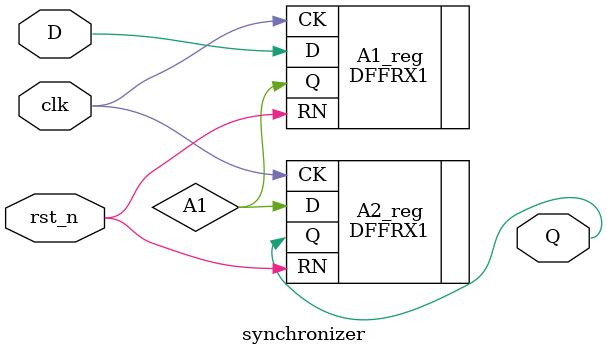
<source format=v>


module PN ( clk_1, clk_2, clk_3, rst_n, in_valid, in, mode, operator, 
        out_valid, out );
  input [2:0] in;
  output [63:0] out;
  input clk_1, clk_2, clk_3, rst_n, in_valid, mode, operator;
  output out_valid;
  wire   n6411, clk1_op_0, clk1_flag_0, clk1_flag_1, M1_finished_w,
         M1_operator_w, M1_in_valid_w, M1_N15, M1_finished_r, M1_N13, M1_N12,
         M1_N11, M1_N9, M1_mode_r, M1_N5, M1_operator_r, M1_in_valid_r,
         M2_n4953, M2_n4952, M2_n4951, M2_n4950, M2_n4949, M2_n4948, M2_n4947,
         M2_n4946, M2_n4945, M2_n4944, M2_n4943, M2_n4942, M2_n4941, M2_n4940,
         M2_n4939, M2_n4938, M2_n4937, M2_n4936, M2_n4935, M2_n4934, M2_n4933,
         M2_n4932, M2_n4931, M2_n4930, M2_n4929, M2_n4928, M2_n4927, M2_n4926,
         M2_n4925, M2_n4924, M2_n4923, M2_n4922, M2_n4921, M2_n4920, M2_n4919,
         M2_n4918, M2_n4917, M2_n4916, M2_n4915, M2_n4914, M2_n4913, M2_n4912,
         M2_n4911, M2_n4910, M2_n4909, M2_n4908, M2_n4907, M2_n4906, M2_n4905,
         M2_n4904, M2_n4903, M2_n4902, M2_n4901, M2_n4900, M2_n4899, M2_n4898,
         M2_n4897, M2_n4896, M2_n4895, M2_n4894, M2_n4893, M2_n4892, M2_n4891,
         M2_n4890, M2_n4889, M2_n4888, M2_n4887, M2_n4886, M2_n4885, M2_n4884,
         M2_n4883, M2_n4882, M2_n4881, M2_n4880, M2_n4879, M2_n4878, M2_n4877,
         M2_n4876, M2_n4875, M2_n4874, M2_n4873, M2_n4872, M2_n4871, M2_n4870,
         M2_n4869, M2_n4868, M2_n4867, M2_n4866, M2_n4865, M2_n4864, M2_n4863,
         M2_n4862, M2_n4861, M2_n4860, M2_n4859, M2_n4858, M2_n4857, M2_n4856,
         M2_n4855, M2_n4854, M2_n4853, M2_n4852, M2_n4851, M2_n4850, M2_n4849,
         M2_n4848, M2_n4847, M2_n4846, M2_n4845, M2_n4844, M2_n4843, M2_n4842,
         M2_n4841, M2_n4840, M2_n4839, M2_n4838, M2_n4837, M2_n4836, M2_n4835,
         M2_n4834, M2_n4833, M2_n4832, M2_n4831, M2_n4830, M2_n4829, M2_n4828,
         M2_n4827, M2_n4826, M2_n4825, M2_n4824, M2_n4823, M2_n4822, M2_n4821,
         M2_n4820, M2_n4819, M2_n4818, M2_n4817, M2_n4816, M2_n4815, M2_n4814,
         M2_n4813, M2_n4812, M2_n4811, M2_n4810, M2_n4809, M2_n4808, M2_n4807,
         M2_n4806, M2_n4805, M2_n4804, M2_n4803, M2_n4802, M2_n4801, M2_n4800,
         M2_n4799, M2_n4798, M2_n4797, M2_n4796, M2_n4795, M2_n4794, M2_n4793,
         M2_n4792, M2_n4791, M2_n4790, M2_n4789, M2_n4788, M2_n4787, M2_n4786,
         M2_n4785, M2_n4784, M2_n4783, M2_n4782, M2_n4781, M2_n4780, M2_n4779,
         M2_n4778, M2_n4777, M2_n4776, M2_n4775, M2_n4774, M2_n4773, M2_n4772,
         M2_n4771, M2_n4770, M2_n4769, M2_n4768, M2_n4767, M2_n4766, M2_n4765,
         M2_n4764, M2_n4763, M2_n4762, M2_n4761, M2_n4760, M2_n4759, M2_n4758,
         M2_n4757, M2_n4756, M2_n4755, M2_n4754, M2_n4753, M2_n4752, M2_n4751,
         M2_n4750, M2_n4749, M2_n4748, M2_n4747, M2_n4746, M2_n4745, M2_n4744,
         M2_n4743, M2_n4742, M2_n4741, M2_n4740, M2_n4739, M2_n4738, M2_n4737,
         M2_n4736, M2_n4735, M2_n4734, M2_n4733, M2_n4732, M2_n4731, M2_n4730,
         M2_n4729, M2_n4728, M2_n4727, M2_n4726, M2_n4725, M2_n4724, M2_n4723,
         M2_n4722, M2_n4721, M2_n4720, M2_n4719, M2_n4718, M2_n4717, M2_n4716,
         M2_n4715, M2_n4714, M2_n4713, M2_n4712, M2_n4711, M2_n4710, M2_n4709,
         M2_n4708, M2_n4707, M2_n4706, M2_n4705, M2_n4704, M2_n4703, M2_n4702,
         M2_n4701, M2_n4700, M2_n4699, M2_n4698, M2_n4697, M2_n4696, M2_n4695,
         M2_n4694, M2_n4693, M2_n4692, M2_n4691, M2_n4690, M2_n4689, M2_n4688,
         M2_n4687, M2_n4686, M2_n4685, M2_n4684, M2_n4683, M2_n4682, M2_n4681,
         M2_n4680, M2_n4679, M2_n4678, M2_n4677, M2_n4676, M2_n4675, M2_n4674,
         M2_n4673, M2_n4672, M2_n4671, M2_n4670, M2_n4669, M2_n4668, M2_n4667,
         M2_n4666, M2_n4665, M2_n4664, M2_n4663, M2_n4662, M2_n4661, M2_n4660,
         M2_n4659, M2_n4658, M2_n4657, M2_n4656, M2_n4655, M2_n4654, M2_n4653,
         M2_n4652, M2_n4651, M2_n4650, M2_n4649, M2_n4648, M2_n4647, M2_n4646,
         M2_n4645, M2_n4644, M2_n4643, M2_n4642, M2_n4641, M2_n4640, M2_n4639,
         M2_n4638, M2_n4637, M2_n4636, M2_n4635, M2_n4634, M2_n4633, M2_n4632,
         M2_n4631, M2_n4630, M2_n4629, M2_n4628, M2_n4627, M2_n4626, M2_n4625,
         M2_n4624, M2_n4623, M2_n4622, M2_n4621, M2_n4620, M2_n4619, M2_n4618,
         M2_n4617, M2_n4616, M2_n4615, M2_n4614, M2_n4613, M2_n4612, M2_n4611,
         M2_n4610, M2_n4609, M2_n4608, M2_n4607, M2_n4606, M2_n4605, M2_n4604,
         M2_n4603, M2_n4602, M2_n4601, M2_n4600, M2_n4599, M2_n4598, M2_n4597,
         M2_n4596, M2_n4595, M2_n4594, M2_n4593, M2_n4592, M2_n4591, M2_n4590,
         M2_n4589, M2_n4588, M2_n4587, M2_n4586, M2_n4585, M2_n4584, M2_n4583,
         M2_n4582, M2_n4581, M2_n4580, M2_n4579, M2_n4578, M2_n4577, M2_n4576,
         M2_n4575, M2_n4574, M2_n4573, M2_n4572, M2_n4571, M2_n4570, M2_n4569,
         M2_n4568, M2_n4567, M2_n4566, M2_n4565, M2_n4564, M2_n4563, M2_n4562,
         M2_n4561, M2_n4560, M2_n4559, M2_n4558, M2_n4557, M2_n4556, M2_n4555,
         M2_n4554, M2_n4553, M2_n4552, M2_n4551, M2_n4550, M2_n4549, M2_n4548,
         M2_n4547, M2_n4546, M2_n4545, M2_n4544, M2_n4543, M2_n4542, M2_n4541,
         M2_n4540, M2_n4539, M2_n4538, M2_n4537, M2_n4536, M2_n4535, M2_n4534,
         M2_n4533, M2_n4532, M2_n4531, M2_n4530, M2_n4529, M2_n4528, M2_n4527,
         M2_n4526, M2_n4525, M2_n4524, M2_n4523, M2_n4522, M2_n4521, M2_n4520,
         M2_n4519, M2_n4518, M2_n4517, M2_n4516, M2_n4515, M2_n4514, M2_n4513,
         M2_n4512, M2_n4511, M2_n4510, M2_n4509, M2_n4508, M2_n4507, M2_n4506,
         M2_n4505, M2_n4504, M2_n4503, M2_n4502, M2_n4501, M2_n4500, M2_n4499,
         M2_n4498, M2_n4497, M2_n4496, M2_n4495, M2_n4494, M2_n4493, M2_n4492,
         M2_n4491, M2_n4490, M2_n4489, M2_n4488, M2_n4487, M2_n4486, M2_n4485,
         M2_n4484, M2_n4483, M2_n4482, M2_n4481, M2_n4480, M2_n4479, M2_n4478,
         M2_n4477, M2_n4476, M2_n4475, M2_n4474, M2_n4473, M2_n4472, M2_n4471,
         M2_n4470, M2_n4469, M2_n4468, M2_n4467, M2_n4466, M2_n4465, M2_n4464,
         M2_n4463, M2_n4462, M2_n4461, M2_n4460, M2_n4459, M2_n4458, M2_n4457,
         M2_n4456, M2_n4455, M2_n4454, M2_n4453, M2_n4452, M2_n4451, M2_n4450,
         M2_n4449, M2_n4448, M2_n4447, M2_n4446, M2_n4445, M2_n4444, M2_n4443,
         M2_n4442, M2_n4441, M2_n4440, M2_n4439, M2_n4438, M2_n4437, M2_n4436,
         M2_n4435, M2_n4434, M2_n4433, M2_n4432, M2_n4431, M2_n4430, M2_n4429,
         M2_n4428, M2_n4427, M2_n4426, M2_n4425, M2_n4424, M2_n4423, M2_n4422,
         M2_n4421, M2_n4420, M2_n4419, M2_n4418, M2_n4417, M2_n4416, M2_n4415,
         M2_n4414, M2_n4413, M2_n4412, M2_n4411, M2_n4410, M2_n4409, M2_n4408,
         M2_n4407, M2_n4406, M2_n4405, M2_n4404, M2_n4403, M2_n4402, M2_n4401,
         M2_n4400, M2_n4399, M2_n4398, M2_n4397, M2_n4396, M2_n4395, M2_n4394,
         M2_n4393, M2_n4392, M2_n4391, M2_n4390, M2_n4389, M2_n4388, M2_n4387,
         M2_n4386, M2_n4385, M2_n4384, M2_n4383, M2_n4382, M2_n4381, M2_n4380,
         M2_n4379, M2_n4378, M2_n4377, M2_n4376, M2_n4375, M2_n4374, M2_n4373,
         M2_n4372, M2_n4371, M2_n4370, M2_n4369, M2_n4368, M2_n4367, M2_n4366,
         M2_n4365, M2_n4364, M2_n4363, M2_n4362, M2_n4361, M2_n4360, M2_n4359,
         M2_n4358, M2_n4357, M2_n4356, M2_n4355, M2_n4354, M2_n4353, M2_n4352,
         M2_n4351, M2_n4350, M2_n4349, M2_n4348, M2_n4347, M2_n4346, M2_n4345,
         M2_n4344, M2_n4343, M2_n4342, M2_n4341, M2_n4340, M2_n4339, M2_n4338,
         M2_n4337, M2_n4336, M2_n4335, M2_n4334, M2_n4333, M2_n4332, M2_n4331,
         M2_n4330, M2_n4329, M2_n4328, M2_n4327, M2_n4326, M2_n4325, M2_n4324,
         M2_n4323, M2_n4322, M2_n4321, M2_n4320, M2_n4319, M2_n4318, M2_n4317,
         M2_n4316, M2_n4315, M2_n4314, M2_n4313, M2_n4312, M2_n4311, M2_n4310,
         M2_n4309, M2_n4308, M2_n4307, M2_n4306, M2_n4305, M2_n4304, M2_n4303,
         M2_n4302, M2_n4301, M2_n4300, M2_n4299, M2_n4298, M2_n4297, M2_n4296,
         M2_n4295, M2_n4294, M2_n4293, M2_n4292, M2_n4291, M2_n4290, M2_n4289,
         M2_n4288, M2_n4287, M2_n4286, M2_n4285, M2_n4284, M2_n4283, M2_n4282,
         M2_n4281, M2_n4280, M2_n4279, M2_n4278, M2_n4277, M2_n4276, M2_n4275,
         M2_n4274, M2_data_out_valid_w, M2_data_out_valid_r, M2_N6160,
         M2_N6159, M2_N6158, M2_N6157, M2_N6156, M2_N6155, M2_N6154, M2_N6153,
         M2_N6152, M2_N6151, M2_N6150, M2_N6149, M2_N6148, M2_N6147, M2_N6146,
         M2_N6145, M2_N6144, M2_N6143, M2_N6142, M2_N6141, M2_N6140, M2_N6139,
         M2_N6138, M2_N6137, M2_N6136, M2_N6135, M2_N6134, M2_N6133, M2_N6132,
         M2_N6131, M2_N6130, M2_N6129, M2_N2530, M2_N2529, M2_N2528, M2_N2527,
         M2_N2526, M2_N2503, M2_ns_1_, M2_cs_1_, M2_mode, M2_length_1_, n4, n5,
         n6, n7, n8, n9, n10, n11, n12, n13, n14, n15, n16, n17, n18, n19, n20,
         n22, n23, n24, n25, n26, n27, n28, n29, n30, n31, n32, n33, n34, n35,
         n36, n37, n38, n39, n40, n41, n42, n43, n44, n45, n46, n47, n48, n49,
         n50, n51, n52, n53, n54, n55, n56, n57, n58, n59, n60, n61, n62, n63,
         n64, n65, n66, n67, n68, n69, n70, n71, n72, n73, n74, n75, n76, n77,
         n78, n79, n80, n81, n82, n83, n84, n85, n86, n87, n88, n89, n90, n91,
         n92, n93, n94, n95, n96, n97, n98, n99, n100, n101, n102, n103, n104,
         n105, n106, n107, n108, n109, n110, n111, n112, n113, n114, n115,
         n116, n117, n118, n119, n120, n121, n122, n123, n124, n125, n126,
         n127, n128, n129, n130, n131, n132, n133, n134, n135, n136, n137,
         n138, n139, n140, n141, n142, n143, n144, n145, n146, n147, n148,
         n149, n150, n151, n152, n153, n154, n155, n156, n157, n158, n159,
         n160, n161, n162, n163, n164, n165, n166, n167, n168, n169, n170,
         n171, n172, n173, n174, n175, n176, n177, n178, n179, n180, n181,
         n182, n183, n184, n185, n186, n187, n188, n189, n190, n191, n192,
         n193, n194, n195, n196, n197, n198, n199, n200, n201, n202, n203,
         n204, n205, n206, n207, n208, n209, n210, n211, n212, n213, n214,
         n215, n216, n217, n218, n219, n220, n221, n222, n223, n224, n225,
         n226, n227, n228, n229, n230, n231, n232, n233, n234, n235, n236,
         n237, n238, n239, n240, n241, n242, n243, n244, n245, n246, n247,
         n248, n249, n250, n251, n252, n253, n254, n255, n256, n257, n258,
         n259, n260, n261, n262, n263, n264, n265, n266, n267, n268, n269,
         n270, n271, n272, n273, n274, n275, n276, n277, n278, n279, n280,
         n281, n282, n283, n284, n285, n286, n287, n288, n289, n290, n291,
         n292, n293, n294, n295, n296, n297, n298, n299, n300, n301, n302,
         n303, n304, n305, n306, n307, n308, n309, n310, n311, n312, n313,
         n314, n315, n316, n317, n318, n319, n320, n321, n322, n323, n324,
         n325, n326, n327, n328, n329, n330, n331, n332, n333, n334, n335,
         n336, n337, n338, n339, n340, n341, n342, n343, n344, n345, n346,
         n347, n348, n349, n350, n351, n352, n353, n354, n355, n356, n357,
         n358, n359, n360, n361, n362, n363, n364, n365, n366, n367, n368,
         n369, n370, n371, n372, n373, n374, n375, n376, n377, n378, n379,
         n380, n381, n382, n383, n384, n385, n386, n387, n388, n389, n390,
         n391, n392, n393, n394, n395, n396, n397, n398, n399, n400, n401,
         n402, n403, n404, n405, n406, n407, n408, n409, n410, n411, n412,
         n413, n414, n415, n416, n417, n418, n419, n420, n421, n422, n423,
         n424, n425, n426, n427, n428, n429, n430, n431, n432, n433, n434,
         n435, n436, n437, n438, n439, n440, n441, n442, n443, n444, n445,
         n446, n447, n448, n449, n450, n451, n452, n453, n454, n455, n456,
         n457, n458, n459, n460, n461, n462, n463, n464, n465, n466, n467,
         n468, n469, n470, n471, n472, n473, n474, n475, n476, n477, n478,
         n479, n480, n481, n482, n483, n484, n485, n486, n487, n488, n489,
         n490, n491, n492, n493, n494, n495, n496, n497, n498, n499, n500,
         n501, n502, n503, n504, n505, n506, n507, n508, n509, n510, n511,
         n512, n513, n514, n515, n516, n517, n518, n519, n520, n521, n522,
         n523, n524, n525, n526, n527, n528, n529, n530, n531, n532, n533,
         n534, n535, n536, n537, n538, n539, n540, n541, n542, n543, n544,
         n545, n546, n547, n548, n549, n550, n551, n552, n553, n554, n555,
         n556, n557, n558, n559, n560, n561, n562, n563, n564, n565, n566,
         n567, n568, n569, n570, n571, n572, n573, n574, n575, n576, n577,
         n578, n579, n580, n581, n582, n583, n584, n585, n586, n587, n588,
         n589, n590, n591, n592, n593, n594, n595, n596, n597, n598, n599,
         n600, n601, n602, n603, n604, n605, n606, n607, n608, n609, n610,
         n611, n612, n613, n614, n615, n616, n617, n618, n619, n620, n621,
         n622, n623, n624, n625, n626, n627, n628, n629, n630, n631, n632,
         n633, n634, n635, n636, n637, n638, n639, n640, n641, n642, n643,
         n644, n645, n646, n647, n648, n649, n650, n651, n652, n653, n654,
         n655, n656, n657, n658, n659, n660, n661, n662, n663, n664, n665,
         n666, n667, n668, n669, n670, n671, n672, n673, n674, n675, n676,
         n677, n678, n679, n680, n681, n682, n683, n684, n685, n686, n687,
         n688, n689, n690, n691, n692, n693, n694, n695, n696, n697, n698,
         n699, n700, n701, n702, n703, n704, n705, n706, n707, n708, n709,
         n710, n711, n712, n713, n714, n715, n716, n717, n718, n719, n720,
         n721, n722, n723, n724, n725, n726, n727, n728, n729, n730, n731,
         n732, n733, n734, n735, n736, n737, n738, n739, n740, n741, n742,
         n743, n744, n745, n746, n747, n748, n749, n750, n751, n752, n753,
         n754, n755, n756, n757, n758, n759, n760, n761, n762, n763, n764,
         n765, n766, n767, n768, n769, n770, n771, n772, n773, n774, n775,
         n776, n777, n778, n779, n780, n781, n782, n783, n784, n785, n786,
         n787, n788, n789, n790, n791, n792, n793, n794, n795, n796, n797,
         n798, n799, n800, n801, n802, n803, n804, n805, n806, n807, n808,
         n809, n810, n811, n812, n813, n814, n815, n816, n817, n818, n819,
         n820, n821, n822, n823, n824, n825, n826, n827, n828, n829, n830,
         n831, n832, n833, n834, n835, n836, n837, n838, n839, n840, n841,
         n842, n843, n844, n845, n846, n847, n848, n849, n850, n851, n852,
         n853, n854, n855, n856, n857, n858, n859, n860, n861, n862, n863,
         n864, n865, n866, n867, n868, n869, n870, n871, n872, n873, n874,
         n875, n876, n877, n878, n879, n880, n881, n882, n883, n884, n885,
         n886, n887, n888, n889, n890, n891, n892, n893, n894, n895, n896,
         n897, n898, n899, n900, n901, n902, n903, n904, n905, n906, n907,
         n908, n909, n910, n911, n912, n913, n914, n915, n916, n917, n918,
         n919, n920, n921, n922, n923, n924, n925, n926, n927, n928, n929,
         n930, n931, n932, n933, n934, n935, n936, n937, n938, n939, n940,
         n941, n942, n943, n944, n945, n946, n947, n948, n949, n950, n951,
         n952, n953, n954, n955, n956, n957, n958, n959, n960, n961, n962,
         n963, n964, n965, n966, n967, n968, n969, n970, n971, n972, n973,
         n974, n975, n976, n977, n978, n979, n980, n981, n982, n983, n984,
         n985, n986, n987, n988, n989, n990, n991, n992, n993, n994, n995,
         n996, n997, n998, n999, n1000, n1001, n1002, n1003, n1004, n1005,
         n1006, n1007, n1008, n1009, n1010, n1011, n1012, n1013, n1014, n1015,
         n1016, n1017, n1018, n1019, n1020, n1021, n1022, n1023, n1024, n1025,
         n1026, n1027, n1028, n1029, n1030, n1031, n1032, n1033, n1034, n1035,
         n1036, n1037, n1038, n1039, n1040, n1041, n1042, n1043, n1044, n1045,
         n1046, n1047, n1048, n1049, n1050, n1051, n1052, n1053, n1054, n1055,
         n1056, n1057, n1058, n1059, n1060, n1061, n1062, n1063, n1064, n1065,
         n1066, n1067, n1068, n1069, n1070, n1071, n1072, n1073, n1074, n1075,
         n1076, n1077, n1078, n1079, n1080, n1081, n1082, n1083, n1084, n1085,
         n1086, n1087, n1088, n1089, n1090, n1091, n1092, n1093, n1094, n1095,
         n1096, n1097, n1098, n1099, n1100, n1101, n1102, n1103, n1104, n1105,
         n1106, n1107, n1108, n1109, n1110, n1111, n1112, n1113, n1114, n1115,
         n1116, n1117, n1118, n1119, n1120, n1121, n1122, n1123, n1124, n1125,
         n1126, n1127, n1128, n1129, n1130, n1131, n1132, n1133, n1134, n1135,
         n1136, n1137, n1138, n1139, n1140, n1141, n1142, n1143, n1144, n1145,
         n1146, n1147, n1148, n1149, n1150, n1151, n1152, n1153, n1154, n1155,
         n1156, n1157, n1158, n1159, n1160, n1161, n1162, n1163, n1164, n1165,
         n1166, n1167, n1168, n1169, n1170, n1171, n1172, n1173, n1174, n1175,
         n1176, n1177, n1178, n1179, n1180, n1181, n1182, n1183, n1184, n1185,
         n1186, n1187, n1188, n1189, n1190, n1191, n1192, n1193, n1194, n1195,
         n1196, n1197, n1198, n1199, n1200, n1201, n1202, n1203, n1204, n1205,
         n1206, n1207, n1208, n1209, n1210, n1211, n1212, n1213, n1214, n1215,
         n1216, n1217, n1218, n1219, n1220, n1221, n1222, n1223, n1224, n1225,
         n1226, n1227, n1228, n1229, n1230, n1231, n1232, n1233, n1234, n1235,
         n1236, n1237, n1238, n1239, n1240, n1241, n1242, n1243, n1244, n1245,
         n1246, n1247, n1248, n1249, n1250, n1251, n1252, n1253, n1254, n1255,
         n1256, n1257, n1258, n1259, n1260, n1261, n1262, n1263, n1264, n1265,
         n1266, n1267, n1268, n1269, n1270, n1271, n1272, n1273, n1274, n1275,
         n1276, n1277, n1278, n1279, n1280, n1281, n1282, n1283, n1284, n1285,
         n1286, n1287, n1288, n1289, n1290, n1291, n1292, n1293, n1294, n1295,
         n1296, n1297, n1298, n1299, n1300, n1301, n1302, n1303, n1304, n1305,
         n1306, n1307, n1308, n1309, n1310, n1311, n1312, n1313, n1314, n1315,
         n1316, n1317, n1318, n1319, n1320, n1321, n1322, n1323, n1324, n1325,
         n1326, n1327, n1328, n1329, n1330, n1331, n1332, n1333, n1334, n1335,
         n1336, n1337, n1338, n1339, n1340, n1341, n1342, n1343, n1344, n1345,
         n1346, n1347, n1348, n1349, n1350, n1351, n1352, n1353, n1354, n1355,
         n1356, n1357, n1358, n1359, n1360, n1361, n1362, n1363, n1364, n1365,
         n1366, n1367, n1368, n1369, n1370, n1371, n1372, n1373, n1374, n1375,
         n1376, n1377, n1378, n1379, n1380, n1381, n1382, n1383, n1384, n1385,
         n1386, n1387, n1388, n1389, n1390, n1391, n1392, n1393, n1394, n1395,
         n1396, n1397, n1398, n1399, n1400, n1401, n1402, n1403, n1404, n1405,
         n1406, n1407, n1408, n1409, n1410, n1411, n1412, n1413, n1414, n1415,
         n1416, n1417, n1418, n1419, n1420, n1421, n1422, n1423, n1424, n1425,
         n1426, n1427, n1428, n1429, n1430, n1431, n1432, n1433, n1434, n1435,
         n1436, n1437, n1438, n1439, n1440, n1441, n1442, n1443, n1444, n1445,
         n1446, n1447, n1448, n1449, n1450, n1451, n1452, n1453, n1454, n1455,
         n1456, n1457, n1458, n1459, n1460, n1461, n1462, n1463, n1464, n1465,
         n1466, n1467, n1468, n1469, n1470, n1471, n1472, n1473, n1474, n1475,
         n1476, n1477, n1478, n1479, n1480, n1481, n1482, n1483, n1484, n1485,
         n1486, n1487, n1488, n1489, n1490, n1491, n1492, n1493, n1494, n1495,
         n1496, n1497, n1498, n1499, n1500, n1501, n1502, n1503, n1504, n1505,
         n1506, n1507, n1508, n1509, n1510, n1511, n1512, n1513, n1514, n1515,
         n1516, n1517, n1518, n1519, n1520, n1521, n1522, n1523, n1524, n1525,
         n1526, n1527, n1528, n1529, n1530, n1531, n1532, n1533, n1534, n1535,
         n1536, n1537, n1538, n1539, n1540, n1541, n1542, n1543, n1544, n1545,
         n1546, n1547, n1548, n1549, n1550, n1551, n1552, n1553, n1554, n1555,
         n1556, n1557, n1558, n1559, n1560, n1561, n1562, n1563, n1564, n1565,
         n1566, n1567, n1568, n1569, n1570, n1571, n1572, n1573, n1574, n1575,
         n1576, n1577, n1578, n1579, n1580, n1581, n1582, n1583, n1584, n1585,
         n1586, n1587, n1588, n1589, n1590, n1591, n1592, n1593, n1594, n1595,
         n1596, n1597, n1598, n1599, n1600, n1601, n1602, n1603, n1604, n1605,
         n1606, n1607, n1608, n1609, n1610, n1611, n1612, n1613, n1614, n1615,
         n1616, n1617, n1618, n1619, n1620, n1621, n1622, n1623, n1624, n1625,
         n1626, n1627, n1628, n1629, n1630, n1631, n1632, n1633, n1634, n1635,
         n1636, n1637, n1638, n1639, n1640, n1641, n1642, n1643, n1644, n1645,
         n1646, n1647, n1648, n1649, n1650, n1651, n1652, n1653, n1654, n1655,
         n1656, n1657, n1658, n1659, n1660, n1661, n1662, n1663, n1664, n1665,
         n1666, n1667, n1668, n1669, n1670, n1671, n1672, n1673, n1674, n1675,
         n1676, n1677, n1678, n1679, n1680, n1681, n1682, n1683, n1684, n1685,
         n1686, n1687, n1688, n1689, n1690, n1691, n1692, n1693, n1694, n1695,
         n1696, n1697, n1698, n1699, n1700, n1701, n1702, n1703, n1704, n1705,
         n1706, n1707, n1708, n1709, n1710, n1711, n1712, n1713, n1714, n1715,
         n1716, n1717, n1718, n1719, n1720, n1721, n1722, n1723, n1724, n1725,
         n1726, n1727, n1728, n1729, n1730, n1731, n1732, n1733, n1734, n1735,
         n1736, n1737, n1738, n1739, n1740, n1741, n1742, n1743, n1744, n1745,
         n1746, n1747, n1748, n1749, n1750, n1751, n1752, n1753, n1754, n1755,
         n1756, n1757, n1758, n1759, n1760, n1761, n1762, n1763, n1764, n1765,
         n1766, n1767, n1768, n1769, n1770, n1771, n1772, n1773, n1774, n1775,
         n1776, n1777, n1778, n1779, n1780, n1781, n1782, n1783, n1784, n1785,
         n1786, n1787, n1788, n1789, n1790, n1791, n1792, n1793, n1794, n1795,
         n1796, n1797, n1798, n1799, n1800, n1801, n1802, n1803, n1804, n1805,
         n1806, n1807, n1808, n1809, n1810, n1811, n1812, n1813, n1814, n1815,
         n1816, n1817, n1818, n1819, n1820, n1821, n1822, n1823, n1824, n1825,
         n1826, n1827, n1828, n1829, n1830, n1831, n1832, n1833, n1834, n1835,
         n1836, n1837, n1838, n1839, n1840, n1841, n1842, n1843, n1844, n1845,
         n1846, n1847, n1848, n1849, n1850, n1851, n1852, n1853, n1854, n1855,
         n1856, n1857, n1858, n1859, n1860, n1861, n1862, n1863, n1864, n1865,
         n1866, n1867, n1868, n1869, n1870, n1871, n1872, n1873, n1874, n1875,
         n1876, n1877, n1878, n1879, n1880, n1881, n1882, n1883, n1884, n1885,
         n1886, n1887, n1888, n1889, n1890, n1891, n1892, n1893, n1894, n1895,
         n1896, n1897, n1898, n1899, n1900, n1901, n1902, n1903, n1904, n1905,
         n1906, n1907, n1908, n1909, n1910, n1911, n1912, n1913, n1914, n1915,
         n1916, n1917, n1918, n1919, n1920, n1921, n1922, n1923, n1924, n1925,
         n1926, n1927, n1928, n1929, n1930, n1931, n1932, n1933, n1934, n1935,
         n1936, n1937, n1938, n1939, n1940, n1941, n1942, n1943, n1944, n1945,
         n1946, n1947, n1948, n1949, n1950, n1951, n1952, n1953, n1954, n1955,
         n1956, n1957, n1958, n1959, n1960, n1961, n1962, n1963, n1964, n1965,
         n1966, n1967, n1968, n1969, n1970, n1971, n1972, n1973, n1974, n1975,
         n1976, n1977, n1978, n1979, n1980, n1981, n1982, n1983, n1984, n1985,
         n1986, n1987, n1988, n1989, n1990, n1991, n1992, n1993, n1994, n1995,
         n1996, n1997, n1998, n1999, n2000, n2001, n2002, n2003, n2004, n2005,
         n2006, n2007, n2008, n2009, n2010, n2011, n2012, n2013, n2014, n2015,
         n2016, n2017, n2018, n2019, n2020, n2021, n2022, n2023, n2024, n2025,
         n2026, n2027, n2028, n2029, n2030, n2031, n2032, n2033, n2034, n2035,
         n2036, n2037, n2038, n2039, n2040, n2041, n2042, n2043, n2044, n2045,
         n2046, n2047, n2048, n2049, n2050, n2051, n2052, n2053, n2054, n2055,
         n2056, n2057, n2058, n2059, n2060, n2061, n2062, n2063, n2064, n2065,
         n2066, n2067, n2068, n2069, n2070, n2071, n2072, n2073, n2074, n2075,
         n2076, n2077, n2078, n2079, n2080, n2081, n2082, n2083, n2084, n2085,
         n2086, n2087, n2088, n2089, n2090, n2091, n2092, n2093, n2094, n2095,
         n2096, n2097, n2098, n2099, n2100, n2101, n2102, n2103, n2104, n2105,
         n2106, n2107, n2108, n2109, n2110, n2111, n2112, n2113, n2114, n2115,
         n2116, n2117, n2118, n2119, n2120, n2121, n2122, n2123, n2124, n2125,
         n2126, n2127, n2128, n2129, n2130, n2131, n2132, n2133, n2134, n2135,
         n2136, n2137, n2138, n2139, n2140, n2141, n2142, n2143, n2144, n2145,
         n2146, n2147, n2148, n2149, n2150, n2151, n2152, n2153, n2154, n2155,
         n2156, n2157, n2158, n2159, n2160, n2161, n2162, n2163, n2164, n2165,
         n2166, n2167, n2168, n2169, n2170, n2171, n2172, n2173, n2174, n2175,
         n2176, n2177, n2178, n2179, n2180, n2181, n2182, n2183, n2184, n2185,
         n2186, n2187, n2188, n2189, n2190, n2191, n2192, n2193, n2194, n2195,
         n2196, n2197, n2198, n2199, n2200, n2201, n2202, n2203, n2204, n2205,
         n2206, n2207, n2208, n2209, n2210, n2211, n2212, n2213, n2214, n2215,
         n2216, n2217, n2218, n2219, n2220, n2221, n2222, n2223, n2224, n2225,
         n2226, n2227, n2228, n2229, n2230, n2231, n2232, n2233, n2234, n2235,
         n2236, n2237, n2238, n2239, n2240, n2241, n2242, n2243, n2244, n2245,
         n2246, n2247, n2248, n2249, n2250, n2251, n2252, n2253, n2254, n2255,
         n2256, n2257, n2258, n2259, n2260, n2261, n2262, n2263, n2264, n2265,
         n2266, n2267, n2268, n2269, n2270, n2271, n2272, n2273, n2274, n2275,
         n2276, n2277, n2278, n2279, n2280, n2281, n2282, n2283, n2284, n2285,
         n2286, n2287, n2288, n2289, n2290, n2291, n2292, n2293, n2294, n2295,
         n2296, n2297, n2298, n2299, n2300, n2301, n2302, n2303, n2304, n2305,
         n2306, n2307, n2308, n2309, n2310, n2311, n2312, n2313, n2314, n2315,
         n2316, n2317, n2318, n2319, n2320, n2321, n2322, n2323, n2324, n2325,
         n2326, n2327, n2328, n2329, n2330, n2331, n2332, n2333, n2334, n2335,
         n2336, n2337, n2338, n2339, n2340, n2341, n2342, n2343, n2344, n2345,
         n2346, n2347, n2348, n2349, n2350, n2351, n2352, n2353, n2354, n2355,
         n2356, n2357, n2358, n2359, n2360, n2361, n2362, n2363, n2364, n2365,
         n2366, n2367, n2368, n2369, n2370, n2371, n2372, n2373, n2374, n2375,
         n2376, n2377, n2378, n2379, n2380, n2381, n2382, n2383, n2384, n2385,
         n2386, n2387, n2388, n2389, n2390, n2391, n2392, n2393, n2394, n2395,
         n2396, n2397, n2398, n2399, n2400, n2401, n2402, n2403, n2404, n2405,
         n2406, n2407, n2408, n2409, n2410, n2411, n2412, n2413, n2414, n2415,
         n2416, n2417, n2418, n2419, n2420, n2421, n2422, n2423, n2424, n2425,
         n2426, n2427, n2428, n2429, n2430, n2431, n2432, n2433, n2434, n2435,
         n2436, n2437, n2438, n2439, n2440, n2441, n2442, n2443, n2444, n2445,
         n2446, n2447, n2448, n2449, n2450, n2451, n2452, n2453, n2454, n2455,
         n2456, n2457, n2458, n2459, n2460, n2461, n2462, n2463, n2464, n2465,
         n2466, n2467, n2468, n2469, n2470, n2471, n2472, n2473, n2474, n2475,
         n2476, n2477, n2478, n2479, n2480, n2481, n2482, n2483, n2484, n2485,
         n2486, n2487, n2488, n2489, n2490, n2491, n2492, n2493, n2494, n2495,
         n2496, n2497, n2498, n2499, n2500, n2501, n2502, n2503, n2504, n2505,
         n2506, n2507, n2508, n2509, n2510, n2511, n2512, n2513, n2514, n2515,
         n2516, n2517, n2518, n2519, n2520, n2521, n2522, n2523, n2524, n2525,
         n2526, n2527, n2528, n2529, n2530, n2531, n2532, n2533, n2534, n2535,
         n2536, n2537, n2538, n2539, n2540, n2541, n2542, n2543, n2544, n2545,
         n2546, n2547, n2548, n2549, n2550, n2551, n2552, n2553, n2554, n2555,
         n2556, n2557, n2558, n2559, n2560, n2561, n2562, n2563, n2564, n2565,
         n2566, n2567, n2568, n2569, n2570, n2571, n2572, n2573, n2574, n2575,
         n2576, n2577, n2578, n2579, n2580, n2581, n2582, n2583, n2584, n2585,
         n2586, n2587, n2588, n2589, n2590, n2591, n2592, n2593, n2594, n2595,
         n2596, n2597, n2598, n2599, n2600, n2601, n2602, n2603, n2604, n2605,
         n2606, n2607, n2608, n2609, n2610, n2611, n2612, n2613, n2614, n2615,
         n2616, n2617, n2618, n2619, n2620, n2621, n2622, n2623, n2624, n2625,
         n2626, n2627, n2628, n2629, n2630, n2631, n2632, n2633, n2634, n2635,
         n2636, n2637, n2638, n2639, n2640, n2641, n2642, n2643, n2644, n2645,
         n2646, n2647, n2648, n2649, n2650, n2651, n2652, n2653, n2654, n2655,
         n2656, n2657, n2658, n2659, n2660, n2661, n2662, n2663, n2664, n2665,
         n2666, n2667, n2668, n2669, n2670, n2671, n2672, n2673, n2674, n2675,
         n2676, n2677, n2678, n2679, n2680, n2681, n2682, n2683, n2684, n2685,
         n2686, n2687, n2688, n2689, n2690, n2691, n2692, n2693, n2694, n2695,
         n2696, n2697, n2698, n2699, n2700, n2701, n2702, n2703, n2704, n2705,
         n2706, n2707, n2708, n2709, n2710, n2711, n2712, n2713, n2714, n2715,
         n2716, n2717, n2718, n2719, n2720, n2721, n2722, n2723, n2724, n2725,
         n2726, n2727, n2728, n2729, n2730, n2731, n2732, n2733, n2734, n2735,
         n2736, n2737, n2738, n2739, n2740, n2741, n2742, n2743, n2744, n2745,
         n2746, n2747, n2748, n2749, n2750, n2751, n2752, n2753, n2754, n2755,
         n2756, n2757, n2758, n2759, n2760, n2761, n2762, n2763, n2764, n2765,
         n2766, n2767, n2768, n2769, n2770, n2771, n2772, n2773, n2774, n2775,
         n2776, n2777, n2778, n2779, n2780, n2781, n2782, n2783, n2784, n2785,
         n2786, n2787, n2788, n2789, n2790, n2791, n2792, n2793, n2794, n2795,
         n2796, n2797, n2798, n2799, n2800, n2801, n2802, n2803, n2804, n2805,
         n2806, n2807, n2808, n2809, n2810, n2811, n2812, n2813, n2814, n2815,
         n2816, n2817, n2818, n2819, n2820, n2821, n2822, n2823, n2824, n2825,
         n2826, n2827, n2828, n2829, n2830, n2831, n2832, n2833, n2834, n2835,
         n2836, n2837, n2838, n2839, n2840, n2841, n2842, n2843, n2844, n2845,
         n2846, n2847, n2848, n2849, n2850, n2851, n2852, n2853, n2854, n2855,
         n2856, n2857, n2858, n2859, n2860, n2861, n2862, n2863, n2864, n2865,
         n2866, n2867, n2868, n2869, n2870, n2871, n2872, n2873, n2874, n2875,
         n2876, n2877, n2878, n2879, n2880, n2881, n2882, n2883, n2884, n2885,
         n2886, n2887, n2888, n2889, n2890, n2891, n2892, n2893, n2894, n2895,
         n2896, n2897, n2898, n2899, n2900, n2901, n2902, n2903, n2904, n2905,
         n2906, n2907, n2908, n2909, n2910, n2911, n2912, n2913, n2914, n2915,
         n2916, n2917, n2918, n2919, n2920, n2921, n2922, n2923, n2924, n2925,
         n2926, n2927, n2928, n2929, n2930, n2931, n2932, n2933, n2934, n2935,
         n2936, n2937, n2938, n2939, n2940, n2941, n2942, n2943, n2944, n2945,
         n2946, n2947, n2948, n2949, n2950, n2951, n2952, n2953, n2954, n2955,
         n2956, n2957, n2958, n2959, n2960, n2961, n2962, n2963, n2964, n2965,
         n2966, n2967, n2968, n2969, n2970, n2971, n2972, n2973, n2974, n2975,
         n2976, n2977, n2978, n2979, n2980, n2981, n2982, n2983, n2984, n2985,
         n2986, n2987, n2988, n2989, n2990, n2991, n2992, n2993, n2994, n2995,
         n2996, n2997, n2998, n2999, n3000, n3001, n3002, n3003, n3004, n3005,
         n3006, n3007, n3008, n3009, n3010, n3011, n3012, n3013, n3014, n3015,
         n3016, n3017, n3018, n3019, n3020, n3021, n3022, n3023, n3024, n3025,
         n3027, n3028, n3029, n3030, n3031, n3032, n3034, n3035, n3036, n3037,
         n3038, n3039, n3040, n3041, n3042, n3043, n3044, n3045, n3046, n3047,
         n3048, n3049, n3050, n3051, n3052, n3053, n3054, n3055, n3056, n3057,
         n3058, n3059, n3060, n3061, n3062, n3063, n3064, n3065, n3066, n3067,
         n3068, n3069, n3070, n3071, n3072, n3073, n3074, n3075, n3076, n3077,
         n3078, n3079, n3080, n3081, n3082, n3083, n3084, n3085, n3086, n3087,
         n3088, n3089, n3090, n3091, n3092, n3093, n3094, n3095, n3096, n3097,
         n3098, n3099, n3100, n3101, n3102, n3103, n3104, n3105, n3106, n3107,
         n3108, n3109, n3110, n3111, n3112, n3113, n3114, n3115, n3116, n3117,
         n3118, n3119, n3120, n3121, n3122, n3123, n3124, n3125, n3126, n3127,
         n3128, n3129, n3130, n3131, n3132, n3133, n3134, n3135, n3136, n3137,
         n3138, n3139, n3140, n3141, n3142, n3143, n3144, n3145, n3146, n3147,
         n3148, n3149, n3150, n3151, n3152, n3153, n3154, n3155, n3156, n3157,
         n3158, n3159, n3160, n3161, n3162, n3163, n3164, n3165, n3166, n3167,
         n3168, n3169, n3170, n3171, n3172, n3173, n3174, n3175, n3176, n3177,
         n3178, n3179, n3180, n3181, n3182, n3183, n3184, n3185, n3186, n3187,
         n3188, n3189, n3190, n3191, n3192, n3193, n3194, n3195, n3196, n3197,
         n3198, n3199, n3200, n3201, n3202, n3203, n3204, n3205, n3206, n3207,
         n3208, n3209, n3210, n3211, n3212, n3213, n3214, n3215, n3216, n3217,
         n3218, n3219, n3220, n3221, n3222, n3223, n3224, n3225, n3226, n3227,
         n3228, n3229, n3230, n3231, n3232, n3233, n3234, n3235, n3236, n3237,
         n3238, n3239, n3240, n3241, n3242, n3243, n3244, n3245, n3246, n3247,
         n3248, n3249, n3250, n3251, n3252, n3253, n3254, n3255, n3256, n3257,
         n3258, n3259, n3260, n3261, n3262, n3263, n3264, n3265, n3266, n3268,
         n3269, n3270, n3271, n3272, n3273, n3274, n3275, n3276, n3277, n3278,
         n3279, n3280, n3281, n3282, n3283, n3284, n3285, n3286, n3287, n3288,
         n3289, n3290, n3291, n3292, n3293, n3294, n3295, n3296, n3297, n3298,
         n3299, n3300, n3301, n3302, n3303, n3304, n3305, n3306, n3307, n3308,
         n3309, n3310, n3311, n3312, n3313, n3314, n3315, n3316, n3317, n3318,
         n3319, n3320, n3321, n3322, n3323, n3324, n3325, n3326, n3327, n3328,
         n3329, n3330, n3331, n3332, n3333, n3334, n3335, n3336, n3337, n3338,
         n3339, n3340, n3341, n3342, n3343, n3344, n3345, n3346, n3347, n3348,
         n3349, n3350, n3351, n3352, n3353, n3354, n3355, n3356, n3357, n3358,
         n3359, n3360, n3361, n3362, n3363, n3364, n3365, n3366, n3367, n3368,
         n3369, n3370, n3371, n3372, n3373, n3374, n3375, n3376, n3377, n3378,
         n3379, n3380, n3381, n3382, n3383, n3384, n3385, n3386, n3387, n3388,
         n3389, n3390, n3391, n3392, n3393, n3394, n3395, n3396, n3397, n3398,
         n3399, n3400, n3401, n3402, n3403, n3404, n3405, n3406, n3407, n3408,
         n3409, n3410, n3411, n3412, n3413, n3414, n3415, n3416, n3417, n3418,
         n3419, n3420, n3421, n3422, n3423, n3424, n3425, n3426, n3427, n3428,
         n3429, n3430, n3431, n3432, n3433, n3434, n3435, n3436, n3437, n3438,
         n3439, n3440, n3441, n3442, n3443, n3444, n3445, n3446, n3447, n3448,
         n3449, n3450, n3451, n3452, n3453, n3454, n3455, n3456, n3457, n3458,
         n3459, n3460, n3461, n3462, n3463, n3464, n3465, n3466, n3467, n3468,
         n3469, n3470, n3471, n3472, n3473, n3474, n3475, n3476, n3477, n3478,
         n3479, n3480, n3481, n3482, n3483, n3484, n3485, n3486, n3487, n3488,
         n3489, n3490, n3491, n3492, n3493, n3494, n3495, n3496, n3497, n3498,
         n3499, n3500, n3501, n3502, n3503, n3504, n3505, n3506, n3507, n3508,
         n3509, n3510, n3511, n3512, n3513, n3514, n3515, n3516, n3517, n3518,
         n3519, n3520, n3521, n3522, n3523, n3524, n3525, n3526, n3527, n3528,
         n3529, n3530, n3531, n3532, n3533, n3534, n3535, n3536, n3537, n3538,
         n3539, n3540, n3541, n3542, n3543, n3544, n3545, n3546, n3547, n3548,
         n3549, n3550, n3551, n3552, n3553, n3554, n3555, n3556, n3557, n3558,
         n3559, n3560, n3561, n3562, n3563, n3564, n3565, n3566, n3567, n3568,
         n3569, n3570, n3571, n3572, n3573, n3574, n3575, n3576, n3577, n3578,
         n3579, n3580, n3581, n3582, n3583, n3584, n3585, n3586, n3587, n3588,
         n3589, n3590, n3591, n3592, n3593, n3594, n3595, n3596, n3597, n3598,
         n3599, n3600, n3601, n3602, n3603, n3604, n3605, n3606, n3607, n3608,
         n3609, n3610, n3611, n3612, n3613, n3614, n3615, n3616, n3617, n3618,
         n3619, n3620, n3621, n3622, n3623, n3624, n3625, n3626, n3627, n3628,
         n3629, n3630, n3631, n3632, n3633, n3634, n3635, n3636, n3637, n3638,
         n3639, n3640, n3641, n3642, n3643, n3644, n3645, n3646, n3647, n3648,
         n3649, n3650, n3651, n3652, n3653, n3654, n3655, n3656, n3657, n3658,
         n3659, n3660, n3661, n3662, n3663, n3664, n3665, n3666, n3667, n3668,
         n3669, n3670, n3671, n3672, n3673, n3674, n3675, n3676, n3677, n3678,
         n3679, n3680, n3681, n3682, n3683, n3684, n3685, n3686, n3687, n3688,
         n3689, n3690, n3691, n3692, n3693, n3694, n3695, n3696, n3697, n3698,
         n3699, n3700, n3701, n3702, n3703, n3704, n3705, n3706, n3707, n3708,
         n3709, n3710, n3711, n3712, n3713, n3714, n3715, n3716, n3717, n3718,
         n3719, n3720, n3721, n3722, n3723, n3724, n3725, n3726, n3727, n3728,
         n3729, n3730, n3731, n3732, n3733, n3734, n3735, n3736, n3737, n3738,
         n3739, n3740, n3741, n3742, n3743, n3744, n3745, n3746, n3747, n3748,
         n3749, n3750, n3751, n3752, n3753, n3754, n3755, n3756, n3757, n3758,
         n3759, n3760, n3761, n3762, n3763, n3764, n3765, n3766, n3767, n3768,
         n3769, n3770, n3771, n3772, n3773, n3774, n3775, n3776, n3777, n3778,
         n3779, n3780, n3781, n3782, n3783, n3784, n3785, n3786, n3787, n3788,
         n3789, n3790, n3791, n3792, n3793, n3794, n3795, n3796, n3797, n3798,
         n3799, n3800, n3801, n3802, n3803, n3804, n3805, n3806, n3807, n3808,
         n3809, n3810, n3811, n3812, n3813, n3814, n3815, n3816, n3817, n3818,
         n3819, n3820, n3821, n3822, n3823, n3824, n3825, n3826, n3827, n3828,
         n3829, n3830, n3831, n3832, n3833, n3834, n3835, n3836, n3837, n3838,
         n3839, n3840, n3841, n3842, n3843, n3844, n3845, n3846, n3847, n3848,
         n3849, n3850, n3851, n3852, n3853, n3854, n3855, n3856, n3857, n3858,
         n3859, n3860, n3861, n3862, n3863, n3864, n3865, n3866, n3867, n3868,
         n3869, n3870, n3871, n3872, n3873, n3874, n3875, n3876, n3877, n3878,
         n3879, n3880, n3881, n3882, n3883, n3884, n3885, n3886, n3887, n3888,
         n3889, n3890, n3891, n3892, n3893, n3894, n3895, n3896, n3897, n3898,
         n3899, n3900, n3901, n3902, n3903, n3904, n3905, n3906, n3907, n3908,
         n3909, n3910, n3911, n3912, n3913, n3914, n3915, n3916, n3917, n3918,
         n3919, n3920, n3921, n3922, n3923, n3924, n3925, n3926, n3927, n3928,
         n3929, n3930, n3931, n3932, n3933, n3934, n3935, n3936, n3937, n3938,
         n3939, n3940, n3941, n3942, n3943, n3944, n3945, n3946, n3947, n3948,
         n3949, n3950, n3951, n3952, n3953, n3954, n3955, n3956, n3957, n3958,
         n3959, n3960, n3961, n3962, n3963, n3964, n3965, n3966, n3967, n3968,
         n3969, n3970, n3971, n3972, n3973, n3974, n3975, n3976, n3977, n3978,
         n3979, n3980, n3981, n3982, n3983, n3984, n3985, n3986, n3987, n3988,
         n3989, n3990, n3991, n3992, n3993, n3994, n3995, n3996, n3997, n3998,
         n3999, n4000, n4001, n4002, n4003, n4004, n4005, n4006, n4007, n4008,
         n4009, n4010, n4011, n4012, n4013, n4014, n4015, n4016, n4017, n4018,
         n4019, n4020, n4021, n4022, n4023, n4024, n4025, n4026, n4027, n4028,
         n4029, n4030, n4031, n4032, n4033, n4034, n4035, n4036, n4037, n4038,
         n4039, n4040, n4041, n4042, n4043, n4044, n4045, n4046, n4047, n4048,
         n4049, n4050, n4051, n4052, n4053, n4054, n4055, n4056, n4057, n4058,
         n4059, n4060, n4061, n4062, n4063, n4064, n4065, n4066, n4067, n4068,
         n4069, n4070, n4071, n4072, n4073, n4074, n4075, n4076, n4077, n4078,
         n4079, n4080, n4081, n4082, n4083, n4084, n4085, n4086, n4087, n4088,
         n4089, n4090, n4091, n4092, n4093, n4094, n4095, n4096, n4097, n4098,
         n4099, n4100, n4101, n4102, n4103, n4104, n4105, n4106, n4107, n4108,
         n4109, n4110, n4111, n4112, n4113, n4114, n4115, n4116, n4117, n4118,
         n4119, n4120, n4121, n4122, n4123, n4124, n4125, n4126, n4127, n4128,
         n4129, n4130, n4131, n4132, n4133, n4134, n4135, n4136, n4137, n4138,
         n4139, n4140, n4141, n4142, n4143, n4144, n4145, n4146, n4147, n4148,
         n4149, n4150, n4151, n4152, n4153, n4154, n4155, n4156, n4157, n4158,
         n4159, n4160, n4161, n4162, n4163, n4164, n4165, n4166, n4167, n4168,
         n4169, n4170, n4171, n4172, n4173, n4174, n4175, n4176, n4177, n4178,
         n4179, n4180, n4181, n4182, n4183, n4184, n4185, n4186, n4187, n4188,
         n4189, n4190, n4191, n4192, n4193, n4194, n4195, n4196, n4197, n4198,
         n4199, n4200, n4201, n4202, n4203, n4204, n4205, n4206, n4207, n4208,
         n4209, n4210, n4211, n4212, n4213, n4214, n4215, n4216, n4217, n4218,
         n4219, n4220, n4221, n4222, n4223, n4224, n4225, n4226, n4227, n4228,
         n4229, n4230, n4231, n4232, n4233, n4234, n4235, n4236, n4237, n4238,
         n4239, n4240, n4241, n4242, n4243, n4244, n4245, n4246, n4247, n4248,
         n4249, n4250, n4251, n4252, n4253, n4254, n4255, n4256, n4257, n4258,
         n4259, n4260, n4261, n4262, n4263, n4264, n4265, n4266, n4267, n4268,
         n4269, n4270, n4271, n4272, n4273, n4274, n4275, n4276, n4277, n4278,
         n4279, n4280, n4281, n4282, n4283, n4284, n4285, n4286, n4287, n4288,
         n4289, n4290, n4291, n4292, n4293, n4294, n4295, n4296, n4297, n4298,
         n4299, n4300, n4301, n4302, n4303, n4304, n4305, n4306, n4307, n4308,
         n4309, n4310, n4311, n4312, n4313, n4314, n4315, n4316, n4317, n4318,
         n4319, n4320, n4321, n4322, n4323, n4324, n4325, n4326, n4327, n4328,
         n4329, n4330, n4331, n4332, n4333, n4334, n4335, n4336, n4337, n4338,
         n4339, n4340, n4341, n4342, n4343, n4344, n4345, n4346, n4347, n4348,
         n4349, n4350, n4351, n4352, n4353, n4354, n4355, n4356, n4357, n4358,
         n4359, n4360, n4361, n4362, n4363, n4364, n4365, n4366, n4367, n4368,
         n4369, n4370, n4371, n4372, n4373, n4374, n4375, n4376, n4377, n4378,
         n4379, n4380, n4381, n4382, n4383, n4384, n4385, n4386, n4387, n4388,
         n4389, n4390, n4391, n4392, n4393, n4394, n4395, n4396, n4397, n4398,
         n4399, n4400, n4401, n4402, n4403, n4404, n4405, n4406, n4407, n4408,
         n4409, n4410, n4411, n4412, n4413, n4414, n4415, n4416, n4417, n4418,
         n4419, n4420, n4421, n4422, n4423, n4424, n4425, n4426, n4427, n4428,
         n4429, n4430, n4431, n4432, n4433, n4434, n4435, n4436, n4437, n4438,
         n4439, n4440, n4441, n4442, n4443, n4444, n4445, n4446, n4447, n4448,
         n4449, n4450, n4451, n4452, n4453, n4454, n4455, n4456, n4457, n4458,
         n4459, n4460, n4461, n4462, n4463, n4464, n4465, n4466, n4467, n4468,
         n4469, n4470, n4471, n4472, n4473, n4474, n4475, n4476, n4477, n4478,
         n4479, n4480, n4481, n4482, n4483, n4484, n4485, n4486, n4487, n4488,
         n4489, n4490, n4491, n4492, n4493, n4494, n4495, n4496, n4497, n4498,
         n4499, n4500, n4501, n4502, n4503, n4504, n4505, n4506, n4507, n4508,
         n4509, n4510, n4511, n4512, n4513, n4514, n4515, n4516, n4517, n4518,
         n4519, n4520, n4521, n4522, n4523, n4524, n4525, n4526, n4527, n4528,
         n4529, n4530, n4531, n4532, n4533, n4534, n4535, n4536, n4537, n4538,
         n4539, n4540, n4541, n4542, n4543, n4544, n4545, n4546, n4547, n4548,
         n4549, n4550, n4551, n4552, n4553, n4554, n4555, n4556, n4557, n4558,
         n4559, n4560, n4561, n4562, n4563, n4564, n4565, n4566, n4567, n4568,
         n4569, n4570, n4571, n4572, n4573, n4574, n4575, n4576, n4577, n4578,
         n4579, n4580, n4581, n4582, n4583, n4584, n4585, n4586, n4587, n4588,
         n4589, n4590, n4591, n4592, n4593, n4594, n4595, n4596, n4597, n4598,
         n4599, n4600, n4601, n4602, n4603, n4604, n4605, n4606, n4607, n4608,
         n4609, n4610, n4611, n4612, n4613, n4614, n4615, n4616, n4617, n4618,
         n4619, n4620, n4621, n4622, n4623, n4624, n4625, n4626, n4627, n4628,
         n4629, n4630, n4631, n4632, n4633, n4634, n4635, n4636, n4637, n4638,
         n4639, n4640, n4641, n4642, n4643, n4644, n4645, n4646, n4647, n4648,
         n4649, n4650, n4651, n4652, n4653, n4654, n4655, n4656, n4657, n4658,
         n4659, n4660, n4661, n4662, n4663, n4664, n4665, n4666, n4667, n4668,
         n4669, n4670, n4671, n4672, n4673, n4674, n4675, n4676, n4677, n4678,
         n4679, n4680, n4681, n4682, n4683, n4684, n4685, n4686, n4687, n4688,
         n4689, n4690, n4691, n4692, n4693, n4694, n4695, n4696, n4697, n4698,
         n4699, n4700, n4701, n4702, n4703, n4704, n4705, n4706, n4707, n4708,
         n4709, n4710, n4711, n4712, n4713, n4714, n4715, n4716, n4717, n4718,
         n4719, n4720, n4721, n4722, n4723, n4724, n4725, n4726, n4727, n4728,
         n4729, n4730, n4731, n4732, n4733, n4734, n4735, n4736, n4737, n4738,
         n4739, n4740, n4741, n4742, n4743, n4744, n4745, n4746, n4747, n4748,
         n4749, n4750, n4751, n4752, n4753, n4754, n4755, n4756, n4757, n4758,
         n4759, n4760, n4761, n4762, n4763, n4764, n4765, n4766, n4767, n4768,
         n4769, n4770, n4771, n4772, n4773, n4774, n4775, n4776, n4777, n4778,
         n4779, n4780, n4781, n4782, n4783, n4784, n4785, n4786, n4787, n4788,
         n4789, n4790, n4791, n4792, n4793, n4794, n4795, n4796, n4797, n4798,
         n4799, n4800, n4801, n4802, n4803, n4804, n4805, n4806, n4807, n4808,
         n4809, n4810, n4811, n4812, n4813, n4814, n4815, n4816, n4817, n4818,
         n4819, n4820, n4821, n4822, n4823, n4824, n4825, n4826, n4827, n4828,
         n4829, n4830, n4831, n4832, n4833, n4834, n4835, n4836, n4837, n4838,
         n4839, n4840, n4841, n4842, n4843, n4844, n4845, n4846, n4847, n4848,
         n4849, n4850, n4851, n4852, n4853, n4854, n4855, n4856, n4857, n4858,
         n4859, n4860, n4861, n4862, n4863, n4864, n4865, n4866, n4867, n4868,
         n4869, n4870, n4871, n4872, n4873, n4874, n4875, n4876, n4877, n4878,
         n4879, n4880, n4881, n4882, n4883, n4884, n4885, n4886, n4887, n4888,
         n4889, n4890, n4891, n4892, n4893, n4894, n4895, n4896, n4897, n4898,
         n4899, n4900, n4901, n4902, n4903, n4904, n4905, n4906, n4907, n4908,
         n4909, n4910, n4911, n4912, n4913, n4914, n4915, n4916, n4917, n4918,
         n4919, n4920, n4921, n4922, n4923, n4924, n4925, n4926, n4927, n4928,
         n4929, n4930, n4931, n4932, n4933, n4934, n4935, n4936, n4937, n4938,
         n4939, n4940, n4941, n4942, n4943, n4944, n4945, n4946, n4947, n4948,
         n4949, n4950, n4951, n4952, n4953, n4954, n4955, n4956, n4957, n4958,
         n4959, n4960, n4961, n4962, n4963, n4964, n4965, n4966, n4967, n4968,
         n4969, n4970, n4971, n4972, n4973, n4974, n4975, n4976, n4977, n4978,
         n4979, n4980, n4981, n4982, n4983, n4984, n4985, n4986, n4987, n4988,
         n4989, n4990, n4991, n4992, n4993, n4994, n4995, n4996, n4997, n4998,
         n4999, n5000, n5001, n5002, n5003, n5004, n5005, n5006, n5007, n5008,
         n5009, n5010, n5011, n5012, n5013, n5014, n5015, n5016, n5017, n5018,
         n5019, n5020, n5021, n5022, n5023, n5024, n5025, n5026, n5027, n5028,
         n5029, n5030, n5031, n5032, n5033, n5034, n5035, n5036, n5037, n5038,
         n5039, n5040, n5041, n5042, n5043, n5044, n5045, n5046, n5047, n5048,
         n5049, n5050, n5051, n5052, n5053, n5054, n5055, n5056, n5057, n5058,
         n5059, n5060, n5061, n5062, n5063, n5064, n5065, n5066, n5067, n5068,
         n5069, n5070, n5071, n5072, n5073, n5074, n5075, n5076, n5077, n5078,
         n5079, n5080, n5081, n5082, n5083, n5084, n5085, n5086, n5087, n5088,
         n5089, n5090, n5091, n5092, n5093, n5094, n5095, n5096, n5097, n5098,
         n5099, n5100, n5101, n5102, n5103, n5104, n5105, n5106, n5107, n5108,
         n5109, n5110, n5111, n5112, n5113, n5114, n5115, n5116, n5117, n5118,
         n5119, n5120, n5121, n5122, n5123, n5124, n5125, n5126, n5127, n5128,
         n5129, n5130, n5131, n5132, n5133, n5134, n5135, n5136, n5137, n5138,
         n5139, n5140, n5141, n5142, n5143, n5144, n5145, n5146, n5147, n5148,
         n5149, n5150, n5151, n5152, n5153, n5154, n5155, n5156, n5157, n5158,
         n5159, n5160, n5161, n5162, n5163, n5164, n5165, n5166, n5167, n5168,
         n5169, n5170, n5171, n5172, n5173, n5174, n5175, n5176, n5177, n5178,
         n5179, n5180, n5181, n5182, n5183, n5184, n5185, n5186, n5187, n5188,
         n5189, n5190, n5191, n5192, n5193, n5194, n5195, n5196, n5197, n5198,
         n5199, n5200, n5201, n5202, n5203, n5204, n5205, n5206, n5207, n5208,
         n5209, n5210, n5211, n5212, n5213, n5214, n5215, n5216, n5217, n5218,
         n5219, n5220, n5221, n5222, n5223, n5224, n5225, n5226, n5227, n5228,
         n5229, n5230, n5231, n5232, n5233, n5234, n5235, n5236, n5237, n5238,
         n5239, n5240, n5241, n5242, n5243, n5244, n5245, n5246, n5247, n5248,
         n5249, n5250, n5251, n5252, n5253, n5254, n5255, n5256, n5257, n5258,
         n5259, n5260, n5261, n5262, n5263, n5264, n5265, n5266, n5267, n5268,
         n5269, n5270, n5271, n5272, n5273, n5274, n5275, n5276, n5277, n5278,
         n5279, n5280, n5281, n5282, n5283, n5284, n5285, n5286, n5287, n5288,
         n5289, n5290, n5291, n5292, n5293, n5294, n5295, n5296, n5297, n5298,
         n5299, n5300, n5301, n5302, n5303, n5304, n5305, n5306, n5307, n5308,
         n5309, n5310, n5311, n5312, n5313, n5314, n5315, n5316, n5317, n5318,
         n5319, n5320, n5321, n5322, n5323, n5324, n5325, n5326, n5327, n5328,
         n5329, n5330, n5331, n5332, n5333, n5334, n5335, n5336, n5337, n5338,
         n5339, n5340, n5341, n5342, n5343, n5344, n5345, n5346, n5347, n5348,
         n5349, n5350, n5351, n5352, n5353, n5354, n5355, n5356, n5357, n5358,
         n5359, n5360, n5361, n5362, n5363, n5364, n5365, n5366, n5367, n5368,
         n5369, n5370, n5371, n5372, n5373, n5374, n5375, n5376, n5377, n5378,
         n5379, n5380, n5381, n5382, n5383, n5384, n5385, n5386, n5387, n5388,
         n5389, n5390, n5391, n5392, n5393, n5394, n5395, n5396, n5397, n5398,
         n5399, n5400, n5401, n5402, n5403, n5404, n5405, n5406, n5407, n5408,
         n5409, n5410, n5411, n5412, n5413, n5414, n5415, n5416, n5417, n5418,
         n5419, n5420, n5421, n5422, n5423, n5424, n5425, n5426, n5427, n5428,
         n5429, n5430, n5431, n5432, n5433, n5434, n5435, n5436, n5437, n5438,
         n5439, n5440, n5441, n5442, n5443, n5444, n5445, n5446, n5447, n5448,
         n5449, n5450, n5451, n5452, n5453, n5454, n5455, n5456, n5457, n5458,
         n5459, n5460, n5461, n5462, n5463, n5464, n5465, n5466, n5467, n5468,
         n5469, n5470, n5471, n5472, n5473, n5474, n5475, n5476, n5477, n5478,
         n5479, n5480, n5481, n5482, n5483, n5484, n5485, n5486, n5487, n5488,
         n5489, n5490, n5491, n5492, n5493, n5494, n5495, n5496, n5497, n5498,
         n5499, n5500, n5501, n5502, n5503, n5504, n5505, n5506, n5507, n5508,
         n5509, n5510, n5511, n5512, n5513, n5514, n5515, n5516, n5517, n5518,
         n5519, n5520, n5521, n5522, n5523, n5524, n5525, n5526, n5527, n5528,
         n5529, n5530, n5531, n5532, n5533, n5534, n5535, n5536, n5537, n5538,
         n5539, n5540, n5541, n5542, n5543, n5544, n5545, n5546, n5547, n5548,
         n5549, n5550, n5551, n5552, n5553, n5554, n5555, n5556, n5557, n5558,
         n5559, n5560, n5561, n5562, n5563, n5564, n5565, n5566, n5567, n5568,
         n5569, n5570, n5571, n5572, n5573, n5574, n5575, n5576, n5577, n5578,
         n5579, n5580, n5581, n5582, n5583, n5584, n5585, n5586, n5587, n5588,
         n5589, n5590, n5591, n5592, n5593, n5594, n5595, n5596, n5597, n5598,
         n5599, n5600, n5601, n5602, n5603, n5604, n5605, n5606, n5607, n5608,
         n5609, n5610, n5611, n5612, n5613, n5614, n5615, n5616, n5617, n5618,
         n5619, n5620, n5621, n5622, n5623, n5624, n5625, n5626, n5627, n5628,
         n5629, n5630, n5631, n5632, n5633, n5634, n5635, n5636, n5637, n5638,
         n5639, n5640, n5641, n5642, n5643, n5644, n5645, n5646, n5647, n5648,
         n5649, n5650, n5651, n5652, n5653, n5654, n5655, n5656, n5657, n5658,
         n5659, n5660, n5661, n5662, n5663, n5664, n5665, n5666, n5667, n5668,
         n5669, n5670, n5671, n5672, n5673, n5674, n5675, n5676, n5677, n5678,
         n5679, n5680, n5681, n5682, n5683, n5684, n5685, n5686, n5687, n5688,
         n5689, n5690, n5691, n5692, n5693, n5694, n5695, n5696, n5697, n5698,
         n5699, n5700, n5701, n5702, n5703, n5704, n5705, n5706, n5707, n5708,
         n5709, n5710, n5711, n5712, n5713, n5714, n5715, n5716, n5717, n5718,
         n5719, n5720, n5721, n5722, n5723, n5724, n5725, n5726, n5727, n5728,
         n5729, n5730, n5731, n5732, n5733, n5734, n5735, n5736, n5737, n5738,
         n5739, n5740, n5741, n5742, n5743, n5744, n5745, n5746, n5747, n5748,
         n5749, n5750, n5751, n5752, n5753, n5754, n5755, n5756, n5757, n5758,
         n5759, n5760, n5761, n5762, n5763, n5764, n5765, n5766, n5767, n5768,
         n5769, n5770, n5771, n5772, n5773, n5774, n5775, n5776, n5777, n5778,
         n5779, n5780, n5781, n5782, n5783, n5784, n5785, n5786, n5787, n5788,
         n5789, n5790, n5791, n5792, n5793, n5794, n5795, n5796, n5797, n5798,
         n5799, n5800, n5801, n5802, n5803, n5804, n5805, n5806, n5807, n5808,
         n5809, n5810, n5811, n5812, n5813, n5814, n5815, n5816, n5817, n5818,
         n5819, n5820, n5821, n5822, n5823, n5824, n5825, n5826, n5827, n5828,
         n5829, n5830, n5831, n5832, n5833, n5834, n5835, n5836, n5837, n5838,
         n5839, n5840, n5841, n5842, n5843, n5844, n5845, n5846, n5847, n5848,
         n5849, n5850, n5851, n5852, n5853, n5854, n5855, n5856, n5887, n5888,
         n5889, n5890, n5891, n5892, n5893, n5894, n5895, n5896, n5897, n5898,
         n5899, n5900, n5901, n5902, n5903, n5904, n5905, n5906, n5907, n5908,
         n5909, n5910, n5911, n5912, n5913, n5914, n5915, n5916, n5917, n5918,
         n5919, n5920, n5921, n5922, n5923, n5924, n5925, n5926, n5927, n5928,
         n5929, n5930, n5931, n5932, n5933, n5934, n5935, n5936, n5937, n5938,
         n5939, n5940, n5941, n5942, n5943, n5944, n5945, n5946, n5947, n5948,
         n5949, n5950, n5951, n5952, n5953, n5954, n5955, n5956, n5957, n5958,
         n5959, n5960, n5961, n5962, n5963, n5964, n5965, n5966, n5967, n5968,
         n5969, n5970, n5971, n5972, n5973, n5974, n5975, n5976, n5977, n5978,
         n5979, n5980, n5981, n5982, n5983, n5984, n5985, n5986, n5987, n5988,
         n5989, n5990, n5991, n5992, n5993, n5994, n5995, n5996, n5997, n5998,
         n5999, n6000, n6001, n6002, n6003, n6004, n6005, n6006, n6007, n6008,
         n6009, n6010, n6011, n6012, n6013, n6014, n6015, n6016, n6017, n6018,
         n6019, n6020, n6021, n6022, n6023, n6024, n6025, n6026, n6027, n6028,
         n6029, n6030, n6031, n6032, n6033, n6034, n6035, n6036, n6037, n6038,
         n6039, n6040, n6041, n6042, n6043, n6044, n6045, n6046, n6047, n6048,
         n6049, n6050, n6051, n6052, n6053, n6054, n6055, n6056, n6057, n6058,
         n6059, n6060, n6061, n6062, n6063, n6064, n6065, n6066, n6067, n6068,
         n6069, n6070, n6071, n6072, n6073, n6074, n6075, n6076, n6077, n6078,
         n6079, n6080, n6081, n6082, n6083, n6084, n6085, n6086, n6087, n6088,
         n6089, n6090, n6091, n6092, n6093, n6094, n6095, n6096, n6097, n6098,
         n6099, n6100, n6101, n6102, n6103, n6104, n6105, n6106, n6107, n6108,
         n6109, n6110, n6111, n6112, n6113, n6114, n6115, n6116, n6117, n6118,
         n6119, n6120, n6121, n6122, n6123, n6124, n6125, n6126, n6127, n6128,
         n6129, n6130, n6131, n6132, n6133, n6134, n6135, n6136, n6137, n6138,
         n6139, n6140, n6141, n6142, n6143, n6144, n6145, n6146, n6147, n6148,
         n6149, n6150, n6151, n6152, n6153, n6154, n6155, n6156, n6157, n6158,
         n6159, n6160, n6161, n6162, n6163, n6164, n6165, n6166, n6167, n6168,
         n6169, n6170, n6171, n6172, n6173, n6174, n6175, n6176, n6177, n6178,
         n6179, n6180, n6181, n6182, n6183, n6184, n6185, n6186, n6187, n6188,
         n6189, n6190, n6191, n6192, n6193, n6194, n6195, n6196, n6197, n6198,
         n6199, n6200, n6201, n6202, n6203, n6204, n6205, n6206, n6207, n6208,
         n6209, n6210, n6211, n6212, n6213, n6214, n6215, n6216, n6217, n6218,
         n6219, n6220, n6221, n6222, n6223, n6224, n6225, n6226, n6227, n6228,
         n6229, n6230, n6231, n6232, n6233, n6234, n6235, n6236, n6237, n6238,
         n6239, n6240, n6241, n6242, n6243, n6244, n6245, n6246, n6247, n6248,
         n6249, n6250, n6251, n6252, n6253, n6254, n6255, n6256, n6257, n6258,
         n6259, n6260, n6261, n6262, n6263, n6264, n6265, n6266, n6267, n6268,
         n6269, n6270, n6271, n6272, n6273, n6274, n6275, n6276, n6277, n6278,
         n6279, n6280, n6281, n6282, n6283, n6284, n6285, n6286, n6287, n6288,
         n6289, n6290, n6291, n6292, n6293, n6294, n6295, n6296, n6297, n6298,
         n6299, n6300, n6301, n6302, n6303, n6304, n6305, n6306, n6307, n6308,
         n6309, n6310, n6311, n6312, n6313, n6314, n6315, n6316, n6317, n6318,
         n6319, n6320, n6321, n6322, n6323, n6324, n6325, n6326, n6327, n6328,
         n6329, n6330, n6331, n6332, n6333, n6334, n6335, n6336, n6337, n6338,
         n6339, n6340, n6341, n6342, n6343, n6344, n6345, n6346, n6347, n6348,
         n6349, n6350, n6351, n6352, n6353, n6354, n6355, n6356, n6357, n6358,
         n6359, n6360, n6361, n6362, n6363, n6364, n6365, n6366, n6367, n6368,
         n6369, n6370, n6371, n6372, n6373, n6374, n6375, n6376, n6377, n6378,
         n6379, n6380, n6381, n6382, n6383, n6384, n6385, n6386, n6387, n6388,
         n6389, n6390, n6391, n6392, n6393, n6394, n6395, n6396, n6397, n6398,
         n6399, n6400, n6401, n6402, n6403, n6404, n6405, n6409, n6410;
  wire   [63:0] clk2_out_0;
  wire   [2:0] M1_in_w;
  wire   [2:0] M1_in_r;
  wire   [31:0] M2_data_out_w;
  wire   [31:0] M2_data_out_r;
  wire   [628:0] M2_data;
  wire   [37:0] M2_op;

  syn_XOR M1_syn_is_finish ( .IN(M1_finished_r), .OUT(M1_finished_w), .TX_CLK(
        clk_1), .RX_CLK(clk_2), .RST_N(rst_n) );
  syn_XOR M1_genblk1_2__syn_in ( .IN(M1_in_r[2]), .OUT(M1_in_w[2]), .TX_CLK(
        clk_1), .RX_CLK(clk_2), .RST_N(rst_n) );
  syn_XOR M1_genblk1_1__syn_in ( .IN(M1_in_r[1]), .OUT(M1_in_w[1]), .TX_CLK(
        clk_1), .RX_CLK(clk_2), .RST_N(rst_n) );
  syn_XOR M1_genblk1_0__syn_in ( .IN(M1_in_r[0]), .OUT(M1_in_w[0]), .TX_CLK(
        clk_1), .RX_CLK(clk_2), .RST_N(rst_n) );
  syn_XOR M1_syn_mode ( .IN(M1_mode_r), .TX_CLK(clk_1), .RX_CLK(clk_2), 
        .RST_N(rst_n) );
  syn_XOR M1_syn_operator ( .IN(M1_operator_r), .OUT(M1_operator_w), .TX_CLK(
        clk_1), .RX_CLK(clk_2), .RST_N(rst_n) );
  syn_XOR M1_syn_in_valid ( .IN(M1_in_valid_r), .OUT(M1_in_valid_w), .TX_CLK(
        clk_1), .RX_CLK(clk_2), .RST_N(rst_n) );
  DFFSX1 M2_op_reg_2__1_ ( .D(M2_n4917), .CK(clk_2), .SN(rst_n), .Q(M2_op[33])
         );
  DFFSX1 M2_op_reg_6__1_ ( .D(M2_n4925), .CK(clk_2), .SN(rst_n), .Q(M2_op[25])
         );
  DFFSX1 M2_op_reg_9__1_ ( .D(M2_n4931), .CK(clk_2), .SN(rst_n), .Q(M2_op[20])
         );
  DFFSX1 M2_op_reg_14__1_ ( .D(M2_n4941), .CK(clk_2), .SN(rst_n), .Q(M2_op[10]), .QN(n220) );
  DFFSX1 M2_op_reg_15__1_ ( .D(M2_n4943), .CK(clk_2), .SN(rst_n), .Q(M2_op[8])
         );
  DFFSX1 M2_op_reg_19__1_ ( .D(M2_n4951), .CK(clk_2), .SN(rst_n), .Q(M2_op[1])
         );
  DFFRX4 M2_length_reg_4_ ( .D(M2_N2530), .CK(clk_2), .RN(rst_n), .QN(n6405)
         );
  DFFRX4 M2_length_reg_3_ ( .D(M2_N2529), .CK(clk_2), .RN(rst_n), .QN(n5947)
         );
  DFFRX4 M2_length_reg_2_ ( .D(M2_N2528), .CK(clk_2), .RN(rst_n), .Q(n229), 
        .QN(n5893) );
  DFFRX4 M2_length_reg_1_ ( .D(M2_N2527), .CK(clk_2), .RN(rst_n), .Q(
        M2_length_1_), .QN(n6103) );
  DFFRX4 M2_length_reg_0_ ( .D(M2_N2526), .CK(clk_2), .RN(rst_n), .Q(n70), 
        .QN(n6404) );
  syn_XOR M2_genblk1_31__syn_out ( .IN(M2_data_out_r[31]), .OUT(
        M2_data_out_w[31]), .TX_CLK(clk_2), .RX_CLK(clk_3), .RST_N(rst_n) );
  syn_XOR M2_genblk1_30__syn_out ( .IN(M2_data_out_r[30]), .OUT(
        M2_data_out_w[30]), .TX_CLK(clk_2), .RX_CLK(clk_3), .RST_N(rst_n) );
  syn_XOR M2_genblk1_29__syn_out ( .IN(M2_data_out_r[29]), .OUT(
        M2_data_out_w[29]), .TX_CLK(clk_2), .RX_CLK(clk_3), .RST_N(rst_n) );
  syn_XOR M2_genblk1_28__syn_out ( .IN(M2_data_out_r[28]), .OUT(
        M2_data_out_w[28]), .TX_CLK(clk_2), .RX_CLK(clk_3), .RST_N(rst_n) );
  syn_XOR M2_genblk1_27__syn_out ( .IN(M2_data_out_r[27]), .OUT(
        M2_data_out_w[27]), .TX_CLK(clk_2), .RX_CLK(clk_3), .RST_N(rst_n) );
  syn_XOR M2_genblk1_26__syn_out ( .IN(M2_data_out_r[26]), .OUT(
        M2_data_out_w[26]), .TX_CLK(clk_2), .RX_CLK(clk_3), .RST_N(rst_n) );
  syn_XOR M2_genblk1_25__syn_out ( .IN(M2_data_out_r[25]), .OUT(
        M2_data_out_w[25]), .TX_CLK(clk_2), .RX_CLK(clk_3), .RST_N(rst_n) );
  syn_XOR M2_genblk1_24__syn_out ( .IN(M2_data_out_r[24]), .OUT(
        M2_data_out_w[24]), .TX_CLK(clk_2), .RX_CLK(clk_3), .RST_N(rst_n) );
  syn_XOR M2_genblk1_23__syn_out ( .IN(M2_data_out_r[23]), .OUT(
        M2_data_out_w[23]), .TX_CLK(clk_2), .RX_CLK(clk_3), .RST_N(rst_n) );
  syn_XOR M2_genblk1_22__syn_out ( .IN(M2_data_out_r[22]), .OUT(
        M2_data_out_w[22]), .TX_CLK(clk_2), .RX_CLK(clk_3), .RST_N(rst_n) );
  syn_XOR M2_genblk1_21__syn_out ( .IN(M2_data_out_r[21]), .OUT(
        M2_data_out_w[21]), .TX_CLK(clk_2), .RX_CLK(clk_3), .RST_N(rst_n) );
  syn_XOR M2_genblk1_20__syn_out ( .IN(M2_data_out_r[20]), .OUT(
        M2_data_out_w[20]), .TX_CLK(clk_2), .RX_CLK(clk_3), .RST_N(rst_n) );
  syn_XOR M2_genblk1_19__syn_out ( .IN(M2_data_out_r[19]), .OUT(
        M2_data_out_w[19]), .TX_CLK(clk_2), .RX_CLK(clk_3), .RST_N(rst_n) );
  syn_XOR M2_genblk1_18__syn_out ( .IN(M2_data_out_r[18]), .OUT(
        M2_data_out_w[18]), .TX_CLK(clk_2), .RX_CLK(clk_3), .RST_N(rst_n) );
  syn_XOR M2_genblk1_17__syn_out ( .IN(M2_data_out_r[17]), .OUT(
        M2_data_out_w[17]), .TX_CLK(clk_2), .RX_CLK(clk_3), .RST_N(rst_n) );
  syn_XOR M2_genblk1_16__syn_out ( .IN(M2_data_out_r[16]), .OUT(
        M2_data_out_w[16]), .TX_CLK(clk_2), .RX_CLK(clk_3), .RST_N(rst_n) );
  syn_XOR M2_genblk1_15__syn_out ( .IN(M2_data_out_r[15]), .OUT(
        M2_data_out_w[15]), .TX_CLK(clk_2), .RX_CLK(clk_3), .RST_N(rst_n) );
  syn_XOR M2_genblk1_14__syn_out ( .IN(M2_data_out_r[14]), .OUT(
        M2_data_out_w[14]), .TX_CLK(clk_2), .RX_CLK(clk_3), .RST_N(rst_n) );
  syn_XOR M2_genblk1_13__syn_out ( .IN(M2_data_out_r[13]), .OUT(
        M2_data_out_w[13]), .TX_CLK(clk_2), .RX_CLK(clk_3), .RST_N(rst_n) );
  syn_XOR M2_genblk1_12__syn_out ( .IN(M2_data_out_r[12]), .OUT(
        M2_data_out_w[12]), .TX_CLK(clk_2), .RX_CLK(clk_3), .RST_N(rst_n) );
  syn_XOR M2_genblk1_11__syn_out ( .IN(M2_data_out_r[11]), .OUT(
        M2_data_out_w[11]), .TX_CLK(clk_2), .RX_CLK(clk_3), .RST_N(rst_n) );
  syn_XOR M2_genblk1_10__syn_out ( .IN(M2_data_out_r[10]), .OUT(
        M2_data_out_w[10]), .TX_CLK(clk_2), .RX_CLK(clk_3), .RST_N(rst_n) );
  syn_XOR M2_genblk1_9__syn_out ( .IN(M2_data_out_r[9]), .OUT(M2_data_out_w[9]), .TX_CLK(clk_2), .RX_CLK(clk_3), .RST_N(rst_n) );
  syn_XOR M2_genblk1_8__syn_out ( .IN(M2_data_out_r[8]), .OUT(M2_data_out_w[8]), .TX_CLK(clk_2), .RX_CLK(clk_3), .RST_N(rst_n) );
  syn_XOR M2_genblk1_7__syn_out ( .IN(M2_data_out_r[7]), .OUT(M2_data_out_w[7]), .TX_CLK(clk_2), .RX_CLK(clk_3), .RST_N(rst_n) );
  syn_XOR M2_genblk1_6__syn_out ( .IN(M2_data_out_r[6]), .OUT(M2_data_out_w[6]), .TX_CLK(clk_2), .RX_CLK(clk_3), .RST_N(rst_n) );
  syn_XOR M2_genblk1_5__syn_out ( .IN(M2_data_out_r[5]), .OUT(M2_data_out_w[5]), .TX_CLK(clk_2), .RX_CLK(clk_3), .RST_N(rst_n) );
  syn_XOR M2_genblk1_4__syn_out ( .IN(M2_data_out_r[4]), .OUT(M2_data_out_w[4]), .TX_CLK(clk_2), .RX_CLK(clk_3), .RST_N(rst_n) );
  syn_XOR M2_genblk1_3__syn_out ( .IN(M2_data_out_r[3]), .OUT(M2_data_out_w[3]), .TX_CLK(clk_2), .RX_CLK(clk_3), .RST_N(rst_n) );
  syn_XOR M2_genblk1_2__syn_out ( .IN(M2_data_out_r[2]), .OUT(M2_data_out_w[2]), .TX_CLK(clk_2), .RX_CLK(clk_3), .RST_N(rst_n) );
  syn_XOR M2_genblk1_1__syn_out ( .IN(M2_data_out_r[1]), .OUT(M2_data_out_w[1]), .TX_CLK(clk_2), .RX_CLK(clk_3), .RST_N(rst_n) );
  syn_XOR M2_genblk1_0__syn_out ( .IN(M2_data_out_r[0]), .OUT(M2_data_out_w[0]), .TX_CLK(clk_2), .RX_CLK(clk_3), .RST_N(rst_n) );
  syn_XOR M2_syn_out_valid ( .IN(M2_data_out_valid_r), .OUT(
        M2_data_out_valid_w), .TX_CLK(clk_2), .RX_CLK(clk_3), .RST_N(rst_n) );
  DFFRX2 M2_data_reg_10__30_ ( .D(M2_n4594), .CK(clk_2), .RN(rst_n), .Q(
        M2_data[308]), .QN(n6113) );
  DFFRX2 M2_data_reg_16__30_ ( .D(M2_n4786), .CK(clk_2), .RN(rst_n), .Q(
        M2_data[123]), .QN(n5954) );
  DFFRX2 M2_data_reg_2__30_ ( .D(M2_n4338), .CK(clk_2), .RN(rst_n), .Q(
        M2_data[563]) );
  DFFRX2 M2_data_reg_8__30_ ( .D(M2_n4530), .CK(clk_2), .RN(rst_n), .Q(
        M2_data[372]) );
  DFFRX2 M2_data_reg_6__30_ ( .D(M2_n4466), .CK(clk_2), .RN(rst_n), .Q(
        M2_data[436]), .QN(n6110) );
  DFFRX2 M2_data_reg_14__30_ ( .D(M2_n4722), .CK(clk_2), .RN(rst_n), .Q(
        M2_data[180]), .QN(n5896) );
  DFFRX2 M2_data_reg_7__30_ ( .D(M2_n4498), .CK(clk_2), .RN(rst_n), .Q(
        M2_data[404]), .QN(n6092) );
  DFFRX2 M2_data_reg_9__30_ ( .D(M2_n4562), .CK(clk_2), .RN(rst_n), .Q(
        M2_data[340]), .QN(n6299) );
  DFFRX2 M2_data_reg_1__30_ ( .D(M2_n4306), .CK(clk_2), .RN(rst_n), .Q(
        M2_data[595]) );
  DFFRX1 M1_in_valid_r_reg ( .D(in_valid), .CK(clk_1), .RN(rst_n), .Q(
        M1_in_valid_r), .QN(n6403) );
  DFFRX1 M1_clk1_flag_1_reg ( .D(M1_finished_w), .CK(clk_2), .RN(rst_n), .Q(
        clk1_flag_1), .QN(n6402) );
  DFFRX1 M1_clk1_in_0_reg_1_ ( .D(M1_in_w[1]), .CK(clk_2), .RN(rst_n), .QN(
        n6396) );
  DFFRX1 M1_clk1_in_0_reg_2_ ( .D(M1_in_w[2]), .CK(clk_2), .RN(rst_n), .QN(
        n6395) );
  DFFRX1 M1_clk1_in_0_reg_0_ ( .D(M1_in_w[0]), .CK(clk_2), .RN(rst_n), .QN(
        n6394) );
  DFFRX1 M2_data_reg_8__1_ ( .D(M2_n4559), .CK(clk_2), .RN(rst_n), .Q(
        M2_data[343]), .QN(n6393) );
  DFFRX1 M1_clk1_op_0_reg ( .D(M1_operator_w), .CK(clk_2), .RN(rst_n), .Q(
        clk1_op_0), .QN(n6392) );
  DFFRX1 M2_data_reg_12__9_ ( .D(M2_n4679), .CK(clk_2), .RN(rst_n), .Q(
        M2_data[223]), .QN(n6385) );
  DFFRX1 M2_data_reg_12__3_ ( .D(M2_n4685), .CK(clk_2), .RN(rst_n), .Q(
        M2_data[217]), .QN(n6384) );
  DFFRX1 M2_data_reg_12__10_ ( .D(M2_n4678), .CK(clk_2), .RN(rst_n), .Q(
        M2_data[224]), .QN(n6382) );
  DFFRX1 M2_data_reg_12__6_ ( .D(M2_n4682), .CK(clk_2), .RN(rst_n), .Q(
        M2_data[220]), .QN(n6381) );
  DFFRX1 M2_data_reg_12__4_ ( .D(M2_n4684), .CK(clk_2), .RN(rst_n), .Q(
        M2_data[218]), .QN(n6380) );
  DFFRX1 M2_data_reg_9__10_ ( .D(M2_n4582), .CK(clk_2), .RN(rst_n), .Q(
        M2_data[320]), .QN(n6374) );
  DFFRX1 M2_data_reg_8__10_ ( .D(M2_n4550), .CK(clk_2), .RN(rst_n), .Q(
        M2_data[352]), .QN(n6362) );
  DFFRX1 M2_data_reg_8__9_ ( .D(M2_n4551), .CK(clk_2), .RN(rst_n), .Q(
        M2_data[351]), .QN(n6361) );
  DFFRX1 M2_data_reg_8__7_ ( .D(M2_n4553), .CK(clk_2), .RN(rst_n), .Q(
        M2_data[349]), .QN(n6360) );
  DFFRX1 M2_data_reg_8__6_ ( .D(M2_n4554), .CK(clk_2), .RN(rst_n), .Q(
        M2_data[348]), .QN(n6359) );
  DFFRX1 M2_data_reg_12__5_ ( .D(M2_n4683), .CK(clk_2), .RN(rst_n), .Q(
        M2_data[219]), .QN(n6358) );
  DFFRX1 M2_data_reg_8__4_ ( .D(M2_n4556), .CK(clk_2), .RN(rst_n), .Q(
        M2_data[346]), .QN(n6357) );
  DFFRX1 M2_data_reg_8__3_ ( .D(M2_n4557), .CK(clk_2), .RN(rst_n), .Q(
        M2_data[345]), .QN(n6356) );
  DFFRX1 M2_data_reg_9__9_ ( .D(M2_n4583), .CK(clk_2), .RN(rst_n), .Q(
        M2_data[319]), .QN(n6348) );
  DFFRX1 M2_data_reg_9__7_ ( .D(M2_n4585), .CK(clk_2), .RN(rst_n), .Q(
        M2_data[317]), .QN(n6347) );
  DFFRX1 M2_data_reg_9__6_ ( .D(M2_n4586), .CK(clk_2), .RN(rst_n), .Q(
        M2_data[316]), .QN(n6346) );
  DFFRX1 M2_data_reg_9__5_ ( .D(M2_n4587), .CK(clk_2), .RN(rst_n), .Q(
        M2_data[315]), .QN(n6345) );
  DFFRX1 M2_data_reg_9__4_ ( .D(M2_n4588), .CK(clk_2), .RN(rst_n), .Q(
        M2_data[314]), .QN(n6344) );
  DFFRX1 M2_data_reg_9__3_ ( .D(M2_n4589), .CK(clk_2), .RN(rst_n), .Q(
        M2_data[313]), .QN(n6343) );
  DFFRX1 M2_data_reg_8__5_ ( .D(M2_n4555), .CK(clk_2), .RN(rst_n), .Q(
        M2_data[347]), .QN(n6339) );
  DFFRX1 M2_data_reg_18__5_ ( .D(M2_n4875), .CK(clk_2), .RN(rst_n), .Q(
        M2_data[37]), .QN(n6330) );
  DFFRX1 M1_clk1_flag_0_reg ( .D(M1_in_valid_w), .CK(clk_2), .RN(rst_n), .Q(
        clk1_flag_0), .QN(n6326) );
  DFFRX2 M2_data_reg_1__20_ ( .D(M2_n4316), .CK(clk_2), .RN(rst_n), .Q(
        M2_data[585]), .QN(n6323) );
  DFFRX2 M2_data_reg_19__28_ ( .D(M2_n4884), .CK(clk_2), .RN(rst_n), .Q(
        M2_data[28]), .QN(n6320) );
  DFFRX2 M2_data_reg_2__27_ ( .D(M2_n4341), .CK(clk_2), .RN(rst_n), .Q(
        M2_data[560]), .QN(n6319) );
  DFFRX2 M2_data_reg_13__30_ ( .D(M2_n4690), .CK(clk_2), .RN(rst_n), .Q(
        M2_data[212]), .QN(n6314) );
  DFFRX2 M2_data_reg_3__27_ ( .D(M2_n4373), .CK(clk_2), .RN(rst_n), .Q(
        M2_data[528]), .QN(n6309) );
  DFFRX2 M2_data_reg_19__27_ ( .D(M2_n4885), .CK(clk_2), .RN(rst_n), .Q(
        M2_data[27]), .QN(n6302) );
  DFFRX1 M2_data_reg_1__3_ ( .D(M2_n4333), .CK(clk_2), .RN(rst_n), .Q(
        M2_data[568]), .QN(n6296) );
  DFFRX1 M2_data_reg_1__4_ ( .D(M2_n4332), .CK(clk_2), .RN(rst_n), .Q(
        M2_data[569]), .QN(n6295) );
  DFFRX1 M2_data_reg_1__5_ ( .D(M2_n4331), .CK(clk_2), .RN(rst_n), .Q(
        M2_data[570]), .QN(n6294) );
  DFFRX1 M2_data_reg_1__6_ ( .D(M2_n4330), .CK(clk_2), .RN(rst_n), .Q(
        M2_data[571]), .QN(n6293) );
  DFFRX1 M2_data_reg_16__1_ ( .D(M2_n4815), .CK(clk_2), .RN(rst_n), .Q(
        M2_data[94]), .QN(n6284) );
  DFFRX1 M2_data_reg_1__8_ ( .D(M2_n4328), .CK(clk_2), .RN(rst_n), .Q(
        M2_data[573]), .QN(n6282) );
  DFFRX1 M2_data_reg_16__9_ ( .D(M2_n4807), .CK(clk_2), .RN(rst_n), .Q(
        M2_data[102]), .QN(n6271) );
  DFFRX2 M2_data_reg_10__29_ ( .D(M2_n4595), .CK(clk_2), .RN(rst_n), .Q(
        M2_data[307]), .QN(n6267) );
  DFFRX2 M2_data_reg_10__27_ ( .D(M2_n4597), .CK(clk_2), .RN(rst_n), .Q(
        M2_data[305]), .QN(n6266) );
  DFFRX1 M2_data_reg_3__1_ ( .D(M2_n4399), .CK(clk_2), .RN(rst_n), .Q(
        M2_data[502]), .QN(n6263) );
  DFFRX1 M2_data_reg_1__7_ ( .D(M2_n4329), .CK(clk_2), .RN(rst_n), .Q(
        M2_data[572]), .QN(n6262) );
  DFFRX1 M2_data_reg_16__5_ ( .D(M2_n4811), .CK(clk_2), .RN(rst_n), .Q(
        M2_data[98]), .QN(n6257) );
  DFFRX1 M2_data_reg_2__3_ ( .D(M2_n4365), .CK(clk_2), .RN(rst_n), .Q(
        M2_data[536]), .QN(n6253) );
  DFFRX1 M2_data_reg_2__6_ ( .D(M2_n4362), .CK(clk_2), .RN(rst_n), .Q(
        M2_data[539]), .QN(n6252) );
  DFFRX1 M2_data_reg_2__10_ ( .D(M2_n4358), .CK(clk_2), .RN(rst_n), .Q(
        M2_data[543]), .QN(n6251) );
  DFFRX1 M2_data_reg_10__5_ ( .D(M2_n4619), .CK(clk_2), .RN(rst_n), .Q(
        M2_data[283]), .QN(n6249) );
  DFFRX1 M2_data_reg_6__10_ ( .D(M2_n4486), .CK(clk_2), .RN(rst_n), .Q(
        M2_data[416]), .QN(n6245) );
  DFFRX1 M2_data_reg_6__6_ ( .D(M2_n4490), .CK(clk_2), .RN(rst_n), .Q(
        M2_data[412]), .QN(n6244) );
  DFFRX1 M2_data_reg_6__4_ ( .D(M2_n4492), .CK(clk_2), .RN(rst_n), .Q(
        M2_data[410]), .QN(n6243) );
  DFFRX1 M2_data_reg_6__3_ ( .D(M2_n4493), .CK(clk_2), .RN(rst_n), .Q(
        M2_data[409]), .QN(n6242) );
  DFFRX1 M2_data_reg_2__9_ ( .D(M2_n4359), .CK(clk_2), .RN(rst_n), .Q(
        M2_data[542]), .QN(n6238) );
  DFFRX2 M2_data_reg_3__29_ ( .D(M2_n4371), .CK(clk_2), .RN(rst_n), .Q(
        M2_data[530]), .QN(n6229) );
  DFFRX2 M2_data_reg_11__29_ ( .D(M2_n4627), .CK(clk_2), .RN(rst_n), .Q(
        M2_data[275]), .QN(n6224) );
  DFFRX1 M2_data_reg_15__1_ ( .D(M2_n4783), .CK(clk_2), .RN(rst_n), .Q(
        M2_data[126]), .QN(n6214) );
  DFFRX1 M2_data_reg_6__9_ ( .D(M2_n4487), .CK(clk_2), .RN(rst_n), .Q(
        M2_data[415]), .QN(n6212) );
  DFFRX2 M2_data_reg_6__27_ ( .D(M2_n4469), .CK(clk_2), .RN(rst_n), .Q(
        M2_data[433]), .QN(n6208) );
  DFFRX1 M2_data_reg_10__1_ ( .D(M2_n4623), .CK(clk_2), .RN(rst_n), .Q(
        M2_data[279]), .QN(n6206) );
  DFFRX1 M2_data_reg_18__7_ ( .D(M2_n4873), .CK(clk_2), .RN(rst_n), .Q(
        M2_data[39]), .QN(n6205) );
  DFFRX1 M2_data_reg_12__1_ ( .D(M2_n4687), .CK(clk_2), .RN(rst_n), .Q(
        M2_data[215]), .QN(n6193) );
  DFFRX1 M2_data_reg_6__1_ ( .D(M2_n4495), .CK(clk_2), .RN(rst_n), .Q(
        M2_data[407]), .QN(n6192) );
  DFFRX1 M2_data_reg_17__4_ ( .D(M2_n4844), .CK(clk_2), .RN(rst_n), .Q(
        M2_data[65]), .QN(n6191) );
  DFFRX2 M2_data_reg_17__29_ ( .D(M2_n4819), .CK(clk_2), .RN(rst_n), .Q(
        M2_data[90]), .QN(n6186) );
  DFFRX1 M2_data_reg_15__3_ ( .D(M2_n4781), .CK(clk_2), .RN(rst_n), .Q(
        M2_data[128]), .QN(n6185) );
  DFFRX1 M2_data_reg_15__4_ ( .D(M2_n4780), .CK(clk_2), .RN(rst_n), .Q(
        M2_data[129]), .QN(n6184) );
  DFFRX1 M2_data_reg_15__6_ ( .D(M2_n4778), .CK(clk_2), .RN(rst_n), .Q(
        M2_data[131]), .QN(n6183) );
  DFFRX1 M2_data_reg_15__7_ ( .D(M2_n4777), .CK(clk_2), .RN(rst_n), .Q(
        M2_data[132]), .QN(n6182) );
  DFFRX1 M2_data_reg_15__10_ ( .D(M2_n4774), .CK(clk_2), .RN(rst_n), .Q(
        M2_data[135]), .QN(n6181) );
  DFFRX2 M2_data_reg_15__29_ ( .D(M2_n4755), .CK(clk_2), .RN(rst_n), .Q(
        M2_data[154]), .QN(n6175) );
  DFFRX1 M2_data_reg_2__4_ ( .D(M2_n4364), .CK(clk_2), .RN(rst_n), .Q(
        M2_data[537]), .QN(n6174) );
  DFFRX1 M2_data_reg_15__9_ ( .D(M2_n4775), .CK(clk_2), .RN(rst_n), .Q(
        M2_data[134]), .QN(n6172) );
  DFFRX1 M2_data_reg_16__10_ ( .D(M2_n4806), .CK(clk_2), .RN(rst_n), .Q(
        M2_data[103]), .QN(n6170) );
  DFFRX1 M2_data_reg_16__6_ ( .D(M2_n4810), .CK(clk_2), .RN(rst_n), .Q(
        M2_data[99]), .QN(n6169) );
  DFFRX1 M2_data_reg_17__3_ ( .D(M2_n4845), .CK(clk_2), .RN(rst_n), .Q(
        M2_data[64]), .QN(n6166) );
  DFFRX1 M2_data_reg_0__11_ ( .D(M2_n4293), .CK(clk_2), .RN(rst_n), .Q(
        M2_data[608]), .QN(n6159) );
  DFFRX1 M2_data_reg_0__8_ ( .D(M2_n4296), .CK(clk_2), .RN(rst_n), .Q(
        M2_data[605]), .QN(n6158) );
  DFFRX1 M2_data_reg_0__4_ ( .D(M2_n4300), .CK(clk_2), .RN(rst_n), .Q(
        M2_data[601]), .QN(n6157) );
  DFFRX1 M2_data_reg_0__3_ ( .D(M2_n4301), .CK(clk_2), .RN(rst_n), .Q(
        M2_data[600]), .QN(n6156) );
  DFFRX2 M2_data_reg_5__27_ ( .D(M2_n4437), .CK(clk_2), .RN(rst_n), .Q(
        M2_data[464]), .QN(n6151) );
  DFFRX2 M2_data_reg_5__29_ ( .D(M2_n4435), .CK(clk_2), .RN(rst_n), .Q(
        M2_data[466]), .QN(n6150) );
  DFFRX2 M2_data_reg_17__27_ ( .D(M2_n4821), .CK(clk_2), .RN(rst_n), .Q(
        M2_data[88]), .QN(n6149) );
  DFFRX1 M2_data_reg_12__7_ ( .D(M2_n4681), .CK(clk_2), .RN(rst_n), .Q(
        M2_data[221]), .QN(n6145) );
  DFFRX1 M2_data_reg_15__5_ ( .D(M2_n4779), .CK(clk_2), .RN(rst_n), .Q(
        M2_data[130]), .QN(n6144) );
  DFFRX1 M2_data_reg_6__7_ ( .D(M2_n4489), .CK(clk_2), .RN(rst_n), .Q(
        M2_data[413]), .QN(n6141) );
  DFFRX2 M2_data_reg_11__27_ ( .D(M2_n4629), .CK(clk_2), .RN(rst_n), .Q(
        M2_data[273]), .QN(n6138) );
  DFFRX2 M2_data_reg_4__27_ ( .D(M2_n4405), .CK(clk_2), .RN(rst_n), .Q(
        M2_data[496]), .QN(n6125) );
  DFFRX1 M2_data_reg_17__7_ ( .D(M2_n4841), .CK(clk_2), .RN(rst_n), .Q(
        M2_data[68]), .QN(n6124) );
  DFFRX1 M2_data_reg_18__4_ ( .D(M2_n4876), .CK(clk_2), .RN(rst_n), .Q(
        M2_data[36]), .QN(n6122) );
  DFFRX1 M2_data_reg_18__3_ ( .D(M2_n4877), .CK(clk_2), .RN(rst_n), .Q(
        M2_data[35]), .QN(n6117) );
  DFFRX2 M2_data_reg_16__29_ ( .D(M2_n4787), .CK(clk_2), .RN(rst_n), .Q(
        M2_data[122]), .QN(n6086) );
  DFFRX2 M2_data_reg_18__27_ ( .D(M2_n4853), .CK(clk_2), .RN(rst_n), .Q(
        M2_data[56]), .QN(n6084) );
  DFFRX1 M2_data_reg_17__5_ ( .D(M2_n4843), .CK(clk_2), .RN(rst_n), .Q(
        M2_data[66]), .QN(n6083) );
  DFFRX1 M2_data_reg_3__4_ ( .D(M2_n4396), .CK(clk_2), .RN(rst_n), .Q(
        M2_data[505]), .QN(n6077) );
  DFFRX1 M2_data_reg_3__5_ ( .D(M2_n4395), .CK(clk_2), .RN(rst_n), .Q(
        M2_data[506]), .QN(n6076) );
  DFFRX1 M2_data_reg_3__6_ ( .D(M2_n4394), .CK(clk_2), .RN(rst_n), .Q(
        M2_data[507]), .QN(n6075) );
  DFFRX1 M2_data_reg_3__10_ ( .D(M2_n4390), .CK(clk_2), .RN(rst_n), .Q(
        M2_data[511]), .QN(n6074) );
  DFFRX1 M2_data_reg_6__5_ ( .D(M2_n4491), .CK(clk_2), .RN(rst_n), .Q(
        M2_data[411]), .QN(n6071) );
  DFFRX2 M2_data_reg_13__29_ ( .D(M2_n4691), .CK(clk_2), .RN(rst_n), .Q(
        M2_data[211]), .QN(n6069) );
  DFFRX1 M2_data_reg_19__8_ ( .D(M2_n4904), .CK(clk_2), .RN(rst_n), .Q(
        M2_data[8]), .QN(n6067) );
  DFFRX1 M2_data_reg_10__10_ ( .D(M2_n4614), .CK(clk_2), .RN(rst_n), .Q(
        M2_data[288]), .QN(n6065) );
  DFFRX1 M2_data_reg_10__6_ ( .D(M2_n4618), .CK(clk_2), .RN(rst_n), .Q(
        M2_data[284]), .QN(n6064) );
  DFFRX1 M2_data_reg_10__4_ ( .D(M2_n4620), .CK(clk_2), .RN(rst_n), .Q(
        M2_data[282]), .QN(n6063) );
  DFFRX1 M2_data_reg_9__1_ ( .D(M2_n4591), .CK(clk_2), .RN(rst_n), .Q(
        M2_data[311]), .QN(n6059) );
  DFFRX1 M2_data_reg_4__2_ ( .D(M2_n4430), .CK(clk_2), .RN(rst_n), .Q(
        M2_data[471]), .QN(n6055) );
  DFFRX1 M2_data_reg_14__9_ ( .D(M2_n4743), .CK(clk_2), .RN(rst_n), .Q(
        M2_data[163]), .QN(n6053) );
  DFFRX1 M2_data_reg_3__7_ ( .D(M2_n4393), .CK(clk_2), .RN(rst_n), .Q(
        M2_data[508]), .QN(n6049) );
  DFFRX1 M2_data_reg_4__8_ ( .D(M2_n4424), .CK(clk_2), .RN(rst_n), .Q(
        M2_data[477]), .QN(n6046) );
  DFFRX1 M2_data_reg_5__8_ ( .D(M2_n4456), .CK(clk_2), .RN(rst_n), .Q(
        M2_data[446]), .QN(n6045) );
  DFFRX1 M2_data_reg_5__5_ ( .D(M2_n4459), .CK(clk_2), .RN(rst_n), .Q(
        M2_data[443]), .QN(n6044) );
  DFFRX1 M2_data_reg_4__1_ ( .D(M2_n4431), .CK(clk_2), .RN(rst_n), .Q(
        M2_data[470]), .QN(n6041) );
  DFFRX1 M2_data_reg_18__1_ ( .D(M2_n4879), .CK(clk_2), .RN(rst_n), .Q(
        M2_data[33]), .QN(n6040) );
  DFFRX1 M2_data_reg_4__6_ ( .D(M2_n4426), .CK(clk_2), .RN(rst_n), .Q(
        M2_data[475]), .QN(n6037) );
  DFFRX2 M2_data_reg_15__27_ ( .D(M2_n4757), .CK(clk_2), .RN(rst_n), .Q(
        M2_data[152]), .QN(n6033) );
  DFFRX1 M2_data_reg_16__4_ ( .D(M2_n4812), .CK(clk_2), .RN(rst_n), .Q(
        M2_data[97]), .QN(n6031) );
  DFFRX1 M2_data_reg_17__9_ ( .D(M2_n4839), .CK(clk_2), .RN(rst_n), .Q(
        M2_data[70]), .QN(n6029) );
  DFFRX1 M2_data_reg_0__10_ ( .D(M2_n4294), .CK(clk_2), .RN(rst_n), .Q(
        M2_data[607]), .QN(n6022) );
  DFFRX1 M2_data_reg_0__6_ ( .D(M2_n4298), .CK(clk_2), .RN(rst_n), .Q(
        M2_data[603]), .QN(n6021) );
  DFFRX1 M2_data_reg_0__5_ ( .D(M2_n4299), .CK(clk_2), .RN(rst_n), .Q(
        M2_data[602]), .QN(n6020) );
  DFFRX1 M2_data_reg_19__4_ ( .D(M2_n4908), .CK(clk_2), .RN(rst_n), .Q(
        M2_data[4]), .QN(n6019) );
  DFFRX1 M2_data_reg_14__4_ ( .D(M2_n4748), .CK(clk_2), .RN(rst_n), .QN(n6017)
         );
  DFFRX1 M2_data_reg_16__8_ ( .D(M2_n4808), .CK(clk_2), .RN(rst_n), .Q(
        M2_data[101]), .QN(n6012) );
  DFFRX1 M2_data_reg_17__1_ ( .D(M2_n4847), .CK(clk_2), .RN(rst_n), .Q(
        M2_data[62]), .QN(n6010) );
  DFFRX1 M2_data_reg_4__10_ ( .D(M2_n4422), .CK(clk_2), .RN(rst_n), .Q(
        M2_data[479]), .QN(n6001) );
  DFFRX1 M2_data_reg_4__5_ ( .D(M2_n4427), .CK(clk_2), .RN(rst_n), .Q(
        M2_data[474]), .QN(n6000) );
  DFFRX1 M2_data_reg_19__7_ ( .D(M2_n4905), .CK(clk_2), .RN(rst_n), .Q(
        M2_data[7]), .QN(n5998) );
  DFFRX2 M2_data_reg_13__27_ ( .D(M2_n4693), .CK(clk_2), .RN(rst_n), .Q(
        M2_data[209]), .QN(n5992) );
  DFFRX1 M2_data_reg_6__8_ ( .D(M2_n4488), .CK(clk_2), .RN(rst_n), .Q(
        M2_data[414]), .QN(n5990) );
  DFFRX1 M2_data_reg_6__2_ ( .D(M2_n4494), .CK(clk_2), .RN(rst_n), .Q(
        M2_data[408]), .QN(n5988) );
  DFFRX1 M2_data_reg_13__10_ ( .D(M2_n4710), .CK(clk_2), .RN(rst_n), .Q(
        M2_data[192]), .QN(n5982) );
  DFFRX1 M2_data_reg_16__7_ ( .D(M2_n4809), .CK(clk_2), .RN(rst_n), .Q(
        M2_data[100]), .QN(n5980) );
  DFFRX1 M2_data_reg_17__6_ ( .D(M2_n4842), .CK(clk_2), .RN(rst_n), .Q(
        M2_data[67]), .QN(n5979) );
  DFFRX1 M2_data_reg_17__10_ ( .D(M2_n4838), .CK(clk_2), .RN(rst_n), .Q(
        M2_data[71]), .QN(n5978) );
  DFFRX1 M2_data_reg_18__9_ ( .D(M2_n4871), .CK(clk_2), .RN(rst_n), .Q(
        M2_data[41]), .QN(n5976) );
  DFFRX1 M2_data_reg_18__6_ ( .D(M2_n4874), .CK(clk_2), .RN(rst_n), .Q(
        M2_data[38]), .QN(n5975) );
  DFFRX1 M2_data_reg_14__7_ ( .D(M2_n4745), .CK(clk_2), .RN(rst_n), .Q(
        M2_data[161]), .QN(n5974) );
  DFFRX1 M2_data_reg_18__10_ ( .D(M2_n4870), .CK(clk_2), .RN(rst_n), .Q(
        M2_data[42]), .QN(n5973) );
  DFFRX2 M2_data_reg_19__29_ ( .D(M2_n4883), .CK(clk_2), .RN(rst_n), .Q(
        M2_data[29]), .QN(n5963) );
  DFFRX1 M2_data_reg_19__5_ ( .D(M2_n4907), .CK(clk_2), .RN(rst_n), .Q(
        M2_data[5]), .QN(n5960) );
  DFFRX1 M2_data_reg_3__9_ ( .D(M2_n4391), .CK(clk_2), .RN(rst_n), .Q(
        M2_data[510]), .QN(n5942) );
  DFFRX1 M2_data_reg_3__3_ ( .D(M2_n4397), .CK(clk_2), .RN(rst_n), .Q(
        M2_data[504]), .QN(n5940) );
  DFFRX2 M2_data_reg_16__27_ ( .D(M2_n4789), .CK(clk_2), .RN(rst_n), .Q(
        M2_data[120]), .QN(n5933) );
  DFFRX1 M2_data_reg_14__10_ ( .D(M2_n4742), .CK(clk_2), .RN(rst_n), .QN(n5928) );
  DFFRX1 M2_data_reg_14__5_ ( .D(M2_n4747), .CK(clk_2), .RN(rst_n), .QN(n5926)
         );
  DFFRX1 M2_data_reg_14__1_ ( .D(M2_n4751), .CK(clk_2), .RN(rst_n), .Q(
        M2_data[158]), .QN(n5925) );
  DFFRX1 M2_data_reg_19__1_ ( .D(M2_n4911), .CK(clk_2), .RN(rst_n), .Q(
        M2_data[1]), .QN(n5923) );
  DFFRX1 M2_data_reg_4__4_ ( .D(M2_n4428), .CK(clk_2), .RN(rst_n), .Q(
        M2_data[473]), .QN(n5920) );
  DFFRX2 M2_data_reg_12__27_ ( .D(M2_n4661), .CK(clk_2), .RN(rst_n), .Q(
        M2_data[241]), .QN(n5910) );
  DFFRX1 M2_data_reg_11__7_ ( .D(M2_n4649), .CK(clk_2), .RN(rst_n), .Q(
        M2_data[253]), .QN(n5909) );
  DFFRX1 M2_data_reg_19__9_ ( .D(M2_n4903), .CK(clk_2), .RN(rst_n), .Q(
        M2_data[9]), .QN(n5903) );
  DFFRX1 M2_data_reg_19__10_ ( .D(M2_n4902), .CK(clk_2), .RN(rst_n), .Q(
        M2_data[10]), .QN(n5902) );
  DFFRX1 M2_data_reg_4__7_ ( .D(M2_n4425), .CK(clk_2), .RN(rst_n), .Q(
        M2_data[476]), .QN(n5901) );
  DFFRX1 M2_data_reg_4__9_ ( .D(M2_n4423), .CK(clk_2), .RN(rst_n), .Q(
        M2_data[478]), .QN(n5900) );
  DFFRX2 M2_data_reg_14__27_ ( .D(M2_n4725), .CK(clk_2), .RN(rst_n), .Q(
        M2_data[177]), .QN(n5890) );
  DFFRX1 M1_in_r_reg_0_ ( .D(M1_N11), .CK(clk_1), .RN(rst_n), .Q(M1_in_r[0])
         );
  DFFRX1 M1_in_r_reg_1_ ( .D(M1_N12), .CK(clk_1), .RN(rst_n), .Q(M1_in_r[1])
         );
  DFFRX1 M1_in_r_reg_2_ ( .D(M1_N13), .CK(clk_1), .RN(rst_n), .Q(M1_in_r[2])
         );
  DFFRX1 M1_operator_r_reg ( .D(M1_N5), .CK(clk_1), .RN(rst_n), .Q(
        M1_operator_r) );
  DFFRX1 M1_finished_r_reg ( .D(M1_N15), .CK(clk_1), .RN(rst_n), .Q(
        M1_finished_r) );
  DFFRX1 M1_mode_r_reg ( .D(M1_N9), .CK(clk_1), .RN(rst_n), .Q(M1_mode_r) );
  DFFRX1 M2_clk2_out_0_reg_0_ ( .D(M2_data_out_w[0]), .CK(clk_3), .RN(rst_n), 
        .Q(clk2_out_0[0]) );
  DFFRX1 M2_clk2_out_0_reg_1_ ( .D(M2_data_out_w[1]), .CK(clk_3), .RN(rst_n), 
        .Q(clk2_out_0[1]) );
  DFFRX1 M2_clk2_out_0_reg_2_ ( .D(M2_data_out_w[2]), .CK(clk_3), .RN(rst_n), 
        .Q(clk2_out_0[2]) );
  DFFRX1 M2_clk2_out_0_reg_3_ ( .D(M2_data_out_w[3]), .CK(clk_3), .RN(rst_n), 
        .Q(clk2_out_0[3]) );
  DFFRX1 M2_clk2_out_0_reg_4_ ( .D(M2_data_out_w[4]), .CK(clk_3), .RN(rst_n), 
        .Q(clk2_out_0[4]) );
  DFFRX1 M2_clk2_out_0_reg_5_ ( .D(M2_data_out_w[5]), .CK(clk_3), .RN(rst_n), 
        .Q(clk2_out_0[5]) );
  DFFRX1 M2_clk2_out_0_reg_6_ ( .D(M2_data_out_w[6]), .CK(clk_3), .RN(rst_n), 
        .Q(clk2_out_0[6]) );
  DFFRX1 M2_clk2_out_0_reg_7_ ( .D(M2_data_out_w[7]), .CK(clk_3), .RN(rst_n), 
        .Q(clk2_out_0[7]) );
  DFFRX1 M2_clk2_out_0_reg_8_ ( .D(M2_data_out_w[8]), .CK(clk_3), .RN(rst_n), 
        .Q(clk2_out_0[8]) );
  DFFRX1 M2_clk2_out_0_reg_9_ ( .D(M2_data_out_w[9]), .CK(clk_3), .RN(rst_n), 
        .Q(clk2_out_0[9]) );
  DFFRX1 M2_clk2_out_0_reg_10_ ( .D(M2_data_out_w[10]), .CK(clk_3), .RN(rst_n), 
        .Q(clk2_out_0[10]) );
  DFFRX1 M2_clk2_out_0_reg_11_ ( .D(M2_data_out_w[11]), .CK(clk_3), .RN(rst_n), 
        .Q(clk2_out_0[11]) );
  DFFRX1 M2_clk2_out_0_reg_12_ ( .D(M2_data_out_w[12]), .CK(clk_3), .RN(rst_n), 
        .Q(clk2_out_0[12]) );
  DFFRX1 M2_clk2_out_0_reg_13_ ( .D(M2_data_out_w[13]), .CK(clk_3), .RN(rst_n), 
        .Q(clk2_out_0[13]) );
  DFFRX1 M2_clk2_out_0_reg_14_ ( .D(M2_data_out_w[14]), .CK(clk_3), .RN(rst_n), 
        .Q(clk2_out_0[14]) );
  DFFRX1 M2_clk2_out_0_reg_15_ ( .D(M2_data_out_w[15]), .CK(clk_3), .RN(rst_n), 
        .Q(clk2_out_0[15]) );
  DFFRX1 M2_clk2_out_0_reg_16_ ( .D(M2_data_out_w[16]), .CK(clk_3), .RN(rst_n), 
        .Q(clk2_out_0[16]) );
  DFFRX1 M2_clk2_out_0_reg_17_ ( .D(M2_data_out_w[17]), .CK(clk_3), .RN(rst_n), 
        .Q(clk2_out_0[17]) );
  DFFRX1 M2_clk2_out_0_reg_18_ ( .D(M2_data_out_w[18]), .CK(clk_3), .RN(rst_n), 
        .Q(clk2_out_0[18]) );
  DFFRX1 M2_clk2_out_0_reg_19_ ( .D(M2_data_out_w[19]), .CK(clk_3), .RN(rst_n), 
        .Q(clk2_out_0[19]) );
  DFFRX1 M2_clk2_out_0_reg_20_ ( .D(M2_data_out_w[20]), .CK(clk_3), .RN(rst_n), 
        .Q(clk2_out_0[20]) );
  DFFRX1 M2_clk2_out_0_reg_21_ ( .D(M2_data_out_w[21]), .CK(clk_3), .RN(rst_n), 
        .Q(clk2_out_0[21]) );
  DFFRX1 M2_clk2_out_0_reg_22_ ( .D(M2_data_out_w[22]), .CK(clk_3), .RN(rst_n), 
        .Q(clk2_out_0[22]) );
  DFFRX1 M2_clk2_out_0_reg_23_ ( .D(M2_data_out_w[23]), .CK(clk_3), .RN(rst_n), 
        .Q(clk2_out_0[23]) );
  DFFRX1 M2_clk2_out_0_reg_24_ ( .D(M2_data_out_w[24]), .CK(clk_3), .RN(rst_n), 
        .Q(clk2_out_0[24]) );
  DFFRX1 M2_clk2_out_0_reg_25_ ( .D(M2_data_out_w[25]), .CK(clk_3), .RN(rst_n), 
        .Q(clk2_out_0[25]) );
  DFFRX1 M2_clk2_out_0_reg_26_ ( .D(M2_data_out_w[26]), .CK(clk_3), .RN(rst_n), 
        .Q(clk2_out_0[26]) );
  DFFRX1 M2_clk2_out_0_reg_27_ ( .D(M2_data_out_w[27]), .CK(clk_3), .RN(rst_n), 
        .Q(clk2_out_0[27]) );
  DFFRX1 M2_clk2_out_0_reg_28_ ( .D(M2_data_out_w[28]), .CK(clk_3), .RN(rst_n), 
        .Q(clk2_out_0[28]) );
  DFFRX1 M2_clk2_out_0_reg_29_ ( .D(M2_data_out_w[29]), .CK(clk_3), .RN(rst_n), 
        .Q(clk2_out_0[29]) );
  DFFRX1 M2_clk2_out_0_reg_30_ ( .D(M2_data_out_w[30]), .CK(clk_3), .RN(rst_n), 
        .Q(clk2_out_0[30]) );
  DFFRX1 M2_clk2_out_0_reg_31_ ( .D(M2_data_out_w[31]), .CK(clk_3), .RN(rst_n), 
        .Q(clk2_out_0[63]) );
  DFFRX1 M2_clk2_flag_0_reg ( .D(M2_data_out_valid_w), .CK(clk_3), .RN(rst_n), 
        .QN(n5887) );
  DFFRX1 M3_out_reg_0_ ( .D(clk2_out_0[0]), .CK(clk_3), .RN(rst_n), .Q(out[0])
         );
  DFFRX1 M3_out_reg_1_ ( .D(clk2_out_0[1]), .CK(clk_3), .RN(rst_n), .Q(out[1])
         );
  DFFRX1 M3_out_reg_2_ ( .D(clk2_out_0[2]), .CK(clk_3), .RN(rst_n), .Q(out[2])
         );
  DFFRX1 M3_out_reg_3_ ( .D(clk2_out_0[3]), .CK(clk_3), .RN(rst_n), .Q(out[3])
         );
  DFFRX1 M3_out_reg_4_ ( .D(clk2_out_0[4]), .CK(clk_3), .RN(rst_n), .Q(out[4])
         );
  DFFRX1 M3_out_reg_5_ ( .D(clk2_out_0[5]), .CK(clk_3), .RN(rst_n), .Q(out[5])
         );
  DFFRX1 M3_out_reg_6_ ( .D(clk2_out_0[6]), .CK(clk_3), .RN(rst_n), .Q(out[6])
         );
  DFFRX1 M3_out_reg_7_ ( .D(clk2_out_0[7]), .CK(clk_3), .RN(rst_n), .Q(out[7])
         );
  DFFRX1 M3_out_reg_8_ ( .D(clk2_out_0[8]), .CK(clk_3), .RN(rst_n), .Q(out[8])
         );
  DFFRX1 M3_out_reg_9_ ( .D(clk2_out_0[9]), .CK(clk_3), .RN(rst_n), .Q(out[9])
         );
  DFFRX1 M3_out_reg_10_ ( .D(clk2_out_0[10]), .CK(clk_3), .RN(rst_n), .Q(
        out[10]) );
  DFFRX1 M3_out_reg_11_ ( .D(clk2_out_0[11]), .CK(clk_3), .RN(rst_n), .Q(
        out[11]) );
  DFFRX1 M3_out_reg_12_ ( .D(clk2_out_0[12]), .CK(clk_3), .RN(rst_n), .Q(
        out[12]) );
  DFFRX1 M3_out_reg_13_ ( .D(clk2_out_0[13]), .CK(clk_3), .RN(rst_n), .Q(
        out[13]) );
  DFFRX1 M3_out_reg_14_ ( .D(clk2_out_0[14]), .CK(clk_3), .RN(rst_n), .Q(
        out[14]) );
  DFFRX1 M3_out_reg_15_ ( .D(clk2_out_0[15]), .CK(clk_3), .RN(rst_n), .Q(
        out[15]) );
  DFFRX1 M3_out_reg_16_ ( .D(clk2_out_0[16]), .CK(clk_3), .RN(rst_n), .Q(
        out[16]) );
  DFFRX1 M3_out_reg_17_ ( .D(clk2_out_0[17]), .CK(clk_3), .RN(rst_n), .Q(
        out[17]) );
  DFFRX1 M3_out_reg_18_ ( .D(clk2_out_0[18]), .CK(clk_3), .RN(rst_n), .Q(
        out[18]) );
  DFFRX1 M3_out_reg_19_ ( .D(clk2_out_0[19]), .CK(clk_3), .RN(rst_n), .Q(
        out[19]) );
  DFFRX1 M3_out_reg_20_ ( .D(clk2_out_0[20]), .CK(clk_3), .RN(rst_n), .Q(
        out[20]) );
  DFFRX1 M3_out_reg_21_ ( .D(clk2_out_0[21]), .CK(clk_3), .RN(rst_n), .Q(
        out[21]) );
  DFFRX1 M3_out_reg_22_ ( .D(clk2_out_0[22]), .CK(clk_3), .RN(rst_n), .Q(
        out[22]) );
  DFFRX1 M3_out_reg_23_ ( .D(clk2_out_0[23]), .CK(clk_3), .RN(rst_n), .Q(
        out[23]) );
  DFFRX1 M3_out_reg_24_ ( .D(clk2_out_0[24]), .CK(clk_3), .RN(rst_n), .Q(
        out[24]) );
  DFFRX1 M3_out_reg_25_ ( .D(clk2_out_0[25]), .CK(clk_3), .RN(rst_n), .Q(
        out[25]) );
  DFFRX1 M3_out_reg_26_ ( .D(clk2_out_0[26]), .CK(clk_3), .RN(rst_n), .Q(
        out[26]) );
  DFFRX1 M3_out_reg_27_ ( .D(clk2_out_0[27]), .CK(clk_3), .RN(rst_n), .Q(
        out[27]) );
  DFFRX1 M3_out_reg_28_ ( .D(clk2_out_0[28]), .CK(clk_3), .RN(rst_n), .Q(
        out[28]) );
  DFFRX1 M3_out_reg_29_ ( .D(clk2_out_0[29]), .CK(clk_3), .RN(rst_n), .Q(
        out[29]) );
  DFFRX1 M3_out_reg_30_ ( .D(clk2_out_0[30]), .CK(clk_3), .RN(rst_n), .Q(
        out[30]) );
  DFFRX1 M3_out_reg_63_ ( .D(clk2_out_0[63]), .CK(clk_3), .RN(rst_n), .Q(n6411), .QN(n221) );
  DFFRX2 M2_data_reg_1__29_ ( .D(M2_n4307), .CK(clk_2), .RN(rst_n), .Q(
        M2_data[594]) );
  DFFRX1 M2_data_reg_1__25_ ( .D(M2_n4311), .CK(clk_2), .RN(rst_n), .Q(
        M2_data[590]) );
  DFFRX1 M2_data_reg_1__31_ ( .D(M2_n4305), .CK(clk_2), .RN(rst_n), .Q(
        M2_data[596]) );
  DFFRX1 M2_data_reg_3__2_ ( .D(M2_n4398), .CK(clk_2), .RN(rst_n), .Q(
        M2_data[503]), .QN(n6286) );
  DFFRX2 M2_data_reg_13__26_ ( .D(M2_n4694), .CK(clk_2), .RN(rst_n), .Q(
        M2_data[208]), .QN(n5993) );
  DFFRX1 M2_data_reg_4__25_ ( .D(M2_n4407), .CK(clk_2), .RN(rst_n), .Q(
        M2_data[494]), .QN(n5905) );
  DFFRX2 M2_data_reg_4__26_ ( .D(M2_n4406), .CK(clk_2), .RN(rst_n), .Q(
        M2_data[495]), .QN(n5899) );
  DFFRX2 M2_data_reg_9__26_ ( .D(M2_n4566), .CK(clk_2), .RN(rst_n), .Q(
        M2_data[336]), .QN(n6376) );
  DFFRX2 M2_data_reg_11__26_ ( .D(M2_n4630), .CK(clk_2), .RN(rst_n), .Q(
        M2_data[272]), .QN(n6139) );
  DFFRX2 M2_data_reg_16__26_ ( .D(M2_n4790), .CK(clk_2), .RN(rst_n), .Q(
        M2_data[119]), .QN(n6218) );
  DFFRX2 M2_data_reg_2__26_ ( .D(M2_n4342), .CK(clk_2), .RN(rst_n), .Q(
        M2_data[559]), .QN(n6215) );
  DFFRX1 M2_data_reg_4__12_ ( .D(M2_n4420), .CK(clk_2), .RN(rst_n), .Q(
        M2_data[481]), .QN(n5967) );
  DFFRX2 M2_data_reg_1__27_ ( .D(M2_n4309), .CK(clk_2), .RN(rst_n), .Q(
        M2_data[592]) );
  DFFRX2 M2_data_reg_1__26_ ( .D(M2_n4310), .CK(clk_2), .RN(rst_n), .Q(
        M2_data[591]) );
  DFFRX1 M2_data_reg_1__21_ ( .D(M2_n4315), .CK(clk_2), .RN(rst_n), .Q(
        M2_data[586]), .QN(n6324) );
  DFFRX1 M2_data_reg_1__19_ ( .D(M2_n4317), .CK(clk_2), .RN(rst_n), .Q(
        M2_data[584]), .QN(n6297) );
  DFFRX1 M2_data_reg_4__21_ ( .D(M2_n4411), .CK(clk_2), .RN(rst_n), .Q(
        M2_data[490]), .QN(n6030) );
  DFFRX2 M2_data_reg_6__26_ ( .D(M2_n4470), .CK(clk_2), .RN(rst_n), .Q(
        M2_data[432]), .QN(n6209) );
  DFFRX1 M2_data_reg_1__24_ ( .D(M2_n4312), .CK(clk_2), .RN(rst_n), .Q(
        M2_data[589]), .QN(n6285) );
  DFFRX1 M2_data_reg_14__18_ ( .D(M2_n4734), .CK(clk_2), .RN(rst_n), .Q(
        M2_data[169]), .QN(n6219) );
  DFFRX1 M2_data_reg_13__25_ ( .D(M2_n4695), .CK(clk_2), .RN(rst_n), .Q(
        M2_data[207]), .QN(n5994) );
  DFFRX2 M2_data_reg_3__26_ ( .D(M2_n4374), .CK(clk_2), .RN(rst_n), .Q(
        M2_data[527]), .QN(n6099) );
  DFFRX2 M2_data_reg_19__26_ ( .D(M2_n4886), .CK(clk_2), .RN(rst_n), .Q(
        M2_data[26]), .QN(n6301) );
  DFFRX1 M2_data_reg_5__17_ ( .D(M2_n4447), .CK(clk_2), .RN(rst_n), .Q(
        M2_data[455]), .QN(n6200) );
  DFFRX1 M2_data_reg_5__3_ ( .D(M2_n4461), .CK(clk_2), .RN(rst_n), .Q(
        M2_data[441]), .QN(n6062) );
  DFFRX2 M2_data_reg_12__26_ ( .D(M2_n4662), .CK(clk_2), .RN(rst_n), .Q(
        M2_data[240]), .QN(n6390) );
  DFFRX2 M2_data_reg_15__26_ ( .D(M2_n4758), .CK(clk_2), .RN(rst_n), .Q(
        M2_data[151]), .QN(n6034) );
  DFFRX1 M2_data_reg_1__10_ ( .D(M2_n4326), .CK(clk_2), .RN(rst_n), .Q(
        M2_data[575]), .QN(n6292) );
  DFFRX1 M2_data_reg_1__16_ ( .D(M2_n4320), .CK(clk_2), .RN(rst_n), .Q(
        M2_data[581]), .QN(n6291) );
  DFFRX1 M2_data_reg_1__11_ ( .D(M2_n4325), .CK(clk_2), .RN(rst_n), .Q(
        M2_data[576]), .QN(n6290) );
  DFFSX1 M2_op_reg_5__1_ ( .D(M2_n4923), .CK(clk_2), .SN(rst_n), .Q(M2_op[27]), 
        .QN(n6108) );
  DFFRX1 M2_data_reg_1__15_ ( .D(M2_n4321), .CK(clk_2), .RN(rst_n), .Q(
        M2_data[580]), .QN(n6288) );
  DFFRX1 M2_data_reg_1__18_ ( .D(M2_n4318), .CK(clk_2), .RN(rst_n), .Q(
        M2_data[583]), .QN(n6287) );
  DFFRX2 M2_data_reg_17__26_ ( .D(M2_n4822), .CK(clk_2), .RN(rst_n), .Q(
        M2_data[87]), .QN(n5977) );
  DFFRX1 M2_data_reg_13__18_ ( .D(M2_n4702), .CK(clk_2), .RN(rst_n), .Q(
        M2_data[200]), .QN(n6089) );
  DFFRX2 M2_data_reg_0__29_ ( .D(M2_n4275), .CK(clk_2), .RN(rst_n), .Q(
        M2_data[626]) );
  DFFRX2 M2_data_reg_0__27_ ( .D(M2_n4277), .CK(clk_2), .RN(rst_n), .Q(
        M2_data[624]) );
  DFFRX1 M2_data_reg_0__23_ ( .D(M2_n4281), .CK(clk_2), .RN(rst_n), .Q(
        M2_data[620]) );
  DFFRX1 M2_data_reg_0__28_ ( .D(M2_n4276), .CK(clk_2), .RN(rst_n), .Q(
        M2_data[625]) );
  DFFRX2 M2_data_reg_0__26_ ( .D(M2_n4278), .CK(clk_2), .RN(rst_n), .Q(
        M2_data[623]) );
  DFFRX1 M2_data_reg_0__25_ ( .D(M2_n4279), .CK(clk_2), .RN(rst_n), .Q(
        M2_data[622]) );
  DFFRX1 M2_data_reg_0__24_ ( .D(M2_n4280), .CK(clk_2), .RN(rst_n), .Q(
        M2_data[621]) );
  DFFRX2 M2_data_reg_14__26_ ( .D(M2_n4726), .CK(clk_2), .RN(rst_n), .Q(
        M2_data[176]), .QN(n5911) );
  DFFRX2 M2_data_reg_8__26_ ( .D(M2_n4534), .CK(clk_2), .RN(rst_n), .Q(
        M2_data[368]), .QN(n6368) );
  DFFRX1 M2_data_reg_14__2_ ( .D(M2_n4750), .CK(clk_2), .RN(rst_n), .Q(
        M2_data[159]), .QN(n6289) );
  DFFRX1 M2_data_reg_14__31_ ( .D(M2_n4721), .CK(clk_2), .RN(rst_n), .Q(
        M2_data[181]), .QN(n6204) );
  DFFRX1 M2_data_reg_18__31_ ( .D(M2_n4849), .CK(clk_2), .RN(rst_n), .Q(
        M2_data[60]), .QN(n6042) );
  DFFRX1 M2_data_reg_6__15_ ( .D(M2_n4481), .CK(clk_2), .RN(rst_n), .Q(
        M2_data[421]), .QN(n6276) );
  DFFRX1 M2_data_reg_6__23_ ( .D(M2_n4473), .CK(clk_2), .RN(rst_n), .Q(
        M2_data[429]), .QN(n6254) );
  DFFRX1 M2_data_reg_6__31_ ( .D(M2_n4465), .CK(clk_2), .RN(rst_n), .Q(
        M2_data[437]), .QN(n6050) );
  DFFRX2 M2_data_reg_9__27_ ( .D(M2_n4565), .CK(clk_2), .RN(rst_n), .Q(
        M2_data[337]), .QN(n222) );
  DFFRX1 M2_data_reg_12__20_ ( .D(M2_n4668), .CK(clk_2), .RN(rst_n), .Q(
        M2_data[234]) );
  DFFRX1 M2_data_reg_12__19_ ( .D(M2_n4669), .CK(clk_2), .RN(rst_n), .Q(
        M2_data[233]) );
  DFFRX2 M2_data_reg_5__26_ ( .D(M2_n4438), .CK(clk_2), .RN(rst_n), .Q(
        M2_data[463]), .QN(n6154) );
  DFFRX1 M2_data_reg_12__31_ ( .D(M2_n4657), .CK(clk_2), .RN(rst_n), .Q(
        M2_data[245]) );
  DFFRX2 M2_data_reg_2__29_ ( .D(M2_n4339), .CK(clk_2), .RN(rst_n), .Q(
        M2_data[562]) );
  DFFRX1 M2_data_reg_2__23_ ( .D(M2_n4345), .CK(clk_2), .RN(rst_n), .Q(
        M2_data[556]) );
  DFFRX1 M2_data_reg_10__31_ ( .D(M2_n4593), .CK(clk_2), .RN(rst_n), .Q(
        M2_data[309]) );
  DFFRX1 M2_data_reg_1__28_ ( .D(M2_n4308), .CK(clk_2), .RN(rst_n), .Q(
        M2_data[593]), .QN(n6133) );
  DFFRX1 M2_data_reg_8__18_ ( .D(M2_n4542), .CK(clk_2), .RN(rst_n), .Q(
        M2_data[360]) );
  DFFRX1 M2_data_reg_10__25_ ( .D(M2_n4599), .CK(clk_2), .RN(rst_n), .Q(
        M2_data[303]) );
  DFFRX1 M2_data_reg_4__22_ ( .D(M2_n4410), .CK(clk_2), .RN(rst_n), .Q(
        M2_data[491]) );
  DFFRX1 M2_data_reg_10__18_ ( .D(M2_n4606), .CK(clk_2), .RN(rst_n), .Q(
        M2_data[296]) );
  DFFRX2 M2_data_reg_10__26_ ( .D(M2_n4598), .CK(clk_2), .RN(rst_n), .Q(
        M2_data[304]) );
  DFFRX2 M2_data_reg_8__27_ ( .D(M2_n4533), .CK(clk_2), .RN(rst_n), .Q(
        M2_data[369]), .QN(n223) );
  DFFRX1 M2_data_reg_5__23_ ( .D(M2_n4441), .CK(clk_2), .RN(rst_n), .Q(
        M2_data[460]) );
  DFFRX1 M2_data_reg_11__17_ ( .D(M2_n4639), .CK(clk_2), .RN(rst_n), .Q(
        M2_data[263]), .QN(n6153) );
  DFFRX1 M2_data_reg_11__8_ ( .D(M2_n4648), .CK(clk_2), .RN(rst_n), .Q(
        M2_data[254]), .QN(n6129) );
  DFFRX1 M2_data_reg_17__14_ ( .D(M2_n4834), .CK(clk_2), .RN(rst_n), .Q(
        M2_data[75]), .QN(n6057) );
  DFFRX1 M2_data_reg_4__23_ ( .D(M2_n4409), .CK(clk_2), .RN(rst_n), .Q(
        M2_data[492]), .QN(n5996) );
  DFFRX1 M2_data_reg_8__31_ ( .D(M2_n4529), .CK(clk_2), .RN(rst_n), .Q(
        M2_data[373]) );
  DFFRX1 M2_data_reg_12__24_ ( .D(M2_n4664), .CK(clk_2), .RN(rst_n), .Q(
        M2_data[238]) );
  DFFRX1 M2_data_reg_9__31_ ( .D(M2_n4561), .CK(clk_2), .RN(rst_n), .Q(
        M2_data[341]) );
  DFFRX1 M2_data_reg_8__22_ ( .D(M2_n4538), .CK(clk_2), .RN(rst_n), .Q(
        M2_data[364]) );
  DFFRX1 M2_data_reg_10__24_ ( .D(M2_n4600), .CK(clk_2), .RN(rst_n), .Q(
        M2_data[302]) );
  DFFRX1 M2_data_reg_10__22_ ( .D(M2_n4602), .CK(clk_2), .RN(rst_n), .Q(
        M2_data[300]) );
  DFFRX1 M2_data_reg_2__25_ ( .D(M2_n4343), .CK(clk_2), .RN(rst_n), .Q(
        M2_data[558]) );
  DFFRX1 M2_data_reg_1__23_ ( .D(M2_n4313), .CK(clk_2), .RN(rst_n), .Q(
        M2_data[588]), .QN(n6233) );
  DFFRX1 M2_data_reg_1__9_ ( .D(M2_n4327), .CK(clk_2), .RN(rst_n), .Q(
        M2_data[574]), .QN(n6261) );
  DFFRX1 M2_data_reg_1__12_ ( .D(M2_n4324), .CK(clk_2), .RN(rst_n), .Q(
        M2_data[577]), .QN(n6260) );
  DFFRX1 M2_data_reg_1__14_ ( .D(M2_n4322), .CK(clk_2), .RN(rst_n), .Q(
        M2_data[579]), .QN(n6259) );
  DFFRX1 M2_data_reg_9__18_ ( .D(M2_n4574), .CK(clk_2), .RN(rst_n), .Q(
        M2_data[328]), .QN(n6375) );
  DFFRX1 M2_data_reg_16__25_ ( .D(M2_n4791), .CK(clk_2), .RN(rst_n), .Q(
        M2_data[118]), .QN(n6272) );
  DFFRX1 M2_data_reg_16__12_ ( .D(M2_n4804), .CK(clk_2), .RN(rst_n), .Q(
        M2_data[105]), .QN(n6217) );
  DFFRX1 M2_data_reg_12__18_ ( .D(M2_n4670), .CK(clk_2), .RN(rst_n), .Q(
        M2_data[232]), .QN(n5939) );
  DFFRX1 M2_data_reg_11__25_ ( .D(M2_n4631), .CK(clk_2), .RN(rst_n), .Q(
        M2_data[271]), .QN(n5907) );
  DFFRX1 M2_data_reg_3__24_ ( .D(M2_n4376), .CK(clk_2), .RN(rst_n), .Q(
        M2_data[525]) );
  DFFRX2 M2_data_reg_12__29_ ( .D(M2_n4659), .CK(clk_2), .RN(rst_n), .Q(
        M2_data[243]) );
  DFFRX1 M2_data_reg_15__20_ ( .D(M2_n4764), .CK(clk_2), .RN(rst_n), .Q(
        M2_data[145]) );
  DFFRX1 M2_data_reg_16__15_ ( .D(M2_n4801), .CK(clk_2), .RN(rst_n), .Q(
        M2_data[108]), .QN(n6220) );
  DFFRX1 M2_data_reg_16__17_ ( .D(M2_n4799), .CK(clk_2), .RN(rst_n), .Q(
        M2_data[110]), .QN(n6068) );
  DFFRX1 M2_data_reg_5__18_ ( .D(M2_n4446), .CK(clk_2), .RN(rst_n), .Q(
        M2_data[456]), .QN(n6223) );
  DFFRX1 M2_data_reg_5__31_ ( .D(M2_n4433), .CK(clk_2), .RN(rst_n), .Q(
        M2_data[468]), .QN(n6132) );
  DFFRX1 M2_data_reg_13__23_ ( .D(M2_n4697), .CK(clk_2), .RN(rst_n), .Q(
        M2_data[205]), .QN(n6035) );
  DFFRX1 M2_data_reg_3__21_ ( .D(M2_n4379), .CK(clk_2), .RN(rst_n), .Q(
        M2_data[522]), .QN(n6097) );
  DFFRX1 M2_data_reg_16__2_ ( .D(M2_n4814), .CK(clk_2), .RN(rst_n), .Q(
        M2_data[95]), .QN(n6225) );
  DFFRX1 M2_data_reg_14__19_ ( .D(M2_n4733), .CK(clk_2), .RN(rst_n), .Q(
        M2_data[170]), .QN(n6222) );
  DFFRX1 M2_data_reg_12__21_ ( .D(M2_n4667), .CK(clk_2), .RN(rst_n), .Q(
        M2_data[235]), .QN(n6216) );
  DFFRX1 M2_data_reg_15__19_ ( .D(M2_n4765), .CK(clk_2), .RN(rst_n), .Q(
        M2_data[144]), .QN(n6196) );
  DFFRX1 M2_data_reg_16__31_ ( .D(M2_n4785), .CK(clk_2), .RN(rst_n), .Q(
        M2_data[124]), .QN(n6195) );
  DFFRX1 M2_data_reg_18__20_ ( .D(M2_n4860), .CK(clk_2), .RN(rst_n), .Q(
        M2_data[51]), .QN(n6136) );
  DFFRX1 M2_data_reg_10__15_ ( .D(M2_n4609), .CK(clk_2), .RN(rst_n), .Q(
        M2_data[293]), .QN(n6061) );
  DFFRX1 M2_data_reg_13__19_ ( .D(M2_n4701), .CK(clk_2), .RN(rst_n), .Q(
        M2_data[201]), .QN(n6014) );
  DFFRX1 M2_data_reg_16__20_ ( .D(M2_n4796), .CK(clk_2), .RN(rst_n), .Q(
        M2_data[113]), .QN(n6013) );
  DFFRX1 M2_data_reg_16__11_ ( .D(M2_n4805), .CK(clk_2), .RN(rst_n), .Q(
        M2_data[104]), .QN(n6011) );
  DFFRX1 M2_data_reg_5__11_ ( .D(M2_n4453), .CK(clk_2), .RN(rst_n), .Q(
        M2_data[449]), .QN(n6142) );
  DFFRX1 M2_data_reg_16__19_ ( .D(M2_n4797), .CK(clk_2), .RN(rst_n), .Q(
        M2_data[112]), .QN(n6009) );
  DFFRX1 M2_data_reg_5__19_ ( .D(M2_n4445), .CK(clk_2), .RN(rst_n), .Q(
        M2_data[457]), .QN(n6004) );
  DFFRX1 M2_data_reg_6__19_ ( .D(M2_n4477), .CK(clk_2), .RN(rst_n), .Q(
        M2_data[425]), .QN(n6008) );
  DFFRX1 M2_data_reg_9__17_ ( .D(M2_n4575), .CK(clk_2), .RN(rst_n), .Q(
        M2_data[327]), .QN(n6373) );
  DFFRX1 M2_data_reg_9__15_ ( .D(M2_n4577), .CK(clk_2), .RN(rst_n), .Q(
        M2_data[325]), .QN(n6372) );
  DFFRX2 M2_data_reg_14__29_ ( .D(M2_n4723), .CK(clk_2), .RN(rst_n), .Q(
        M2_data[179]), .QN(n224) );
  DFFRX1 M2_data_reg_8__24_ ( .D(M2_n4536), .CK(clk_2), .RN(rst_n), .Q(
        M2_data[366]) );
  DFFRX1 M2_data_reg_8__20_ ( .D(M2_n4540), .CK(clk_2), .RN(rst_n), .Q(
        M2_data[362]) );
  DFFRX2 M2_data_reg_18__26_ ( .D(M2_n4854), .CK(clk_2), .RN(rst_n), .QN(n5955) );
  DFFRX1 M2_data_reg_9__19_ ( .D(M2_n4573), .CK(clk_2), .RN(rst_n), .Q(
        M2_data[329]) );
  DFFRX1 M2_data_reg_2__2_ ( .D(M2_n4366), .CK(clk_2), .RN(rst_n), .Q(
        M2_data[535]), .QN(n6281) );
  DFFRX1 M2_data_reg_3__18_ ( .D(M2_n4382), .CK(clk_2), .RN(rst_n), .Q(
        M2_data[519]), .QN(n6051) );
  DFFRX1 M2_data_reg_5__30_ ( .D(M2_n4434), .CK(clk_2), .RN(rst_n), .Q(
        M2_data[467]), .QN(n6168) );
  DFFRX1 M2_data_reg_18__2_ ( .D(M2_n4878), .CK(clk_2), .RN(rst_n), .Q(
        M2_data[34]), .QN(n6054) );
  DFFRX1 M2_data_reg_17__8_ ( .D(M2_n4840), .CK(clk_2), .RN(rst_n), .Q(
        M2_data[69]), .QN(n6127) );
  DFFRX1 M2_data_reg_11__19_ ( .D(M2_n4637), .CK(clk_2), .RN(rst_n), .Q(
        M2_data[265]) );
  DFFRX1 M2_data_reg_16__3_ ( .D(M2_n4813), .CK(clk_2), .RN(rst_n), .Q(
        M2_data[96]), .QN(n6081) );
  DFFRX2 M2_data_reg_7__27_ ( .D(M2_n4501), .CK(clk_2), .RN(rst_n), .Q(
        M2_data[401]) );
  DFFRX1 M2_data_reg_7__25_ ( .D(M2_n4503), .CK(clk_2), .RN(rst_n), .Q(
        M2_data[399]) );
  DFFRX1 M2_data_reg_19__20_ ( .D(M2_n4892), .CK(clk_2), .RN(rst_n), .Q(
        M2_data[20]) );
  DFFRX2 M2_data_reg_18__29_ ( .D(M2_n4851), .CK(clk_2), .RN(rst_n), .Q(
        M2_data[58]) );
  DFFRX2 M2_data_reg_6__29_ ( .D(M2_n4467), .CK(clk_2), .RN(rst_n), .Q(
        M2_data[435]), .QN(n225) );
  DFFRX1 M2_data_reg_17__23_ ( .D(M2_n4825), .CK(clk_2), .RN(rst_n), .Q(
        M2_data[84]), .QN(n6190) );
  DFFRX1 M2_data_reg_17__12_ ( .D(M2_n4836), .CK(clk_2), .RN(rst_n), .Q(
        M2_data[73]), .QN(n6039) );
  DFFRX1 M2_data_reg_17__31_ ( .D(M2_n4817), .CK(clk_2), .RN(rst_n), .Q(
        M2_data[92]), .QN(n6147) );
  DFFRX1 M2_data_reg_12__2_ ( .D(M2_n4686), .CK(clk_2), .RN(rst_n), .Q(
        M2_data[216]), .QN(n6274) );
  DFFRX1 M2_data_reg_9__24_ ( .D(M2_n4568), .CK(clk_2), .RN(rst_n), .Q(
        M2_data[334]) );
  DFFRX1 M2_data_reg_3__20_ ( .D(M2_n4380), .CK(clk_2), .RN(rst_n), .Q(
        M2_data[521]) );
  DFFRX1 M2_data_reg_6__18_ ( .D(M2_n4478), .CK(clk_2), .RN(rst_n), .Q(
        M2_data[424]), .QN(n6056) );
  DFFRX1 M2_data_reg_3__17_ ( .D(M2_n4383), .CK(clk_2), .RN(rst_n), .Q(
        M2_data[518]), .QN(n5921) );
  DFFRX1 M2_data_reg_17__25_ ( .D(M2_n4823), .CK(clk_2), .RN(rst_n), .Q(
        M2_data[86]), .QN(n6003) );
  DFFRX1 M2_data_reg_6__17_ ( .D(M2_n4479), .CK(clk_2), .RN(rst_n), .Q(
        M2_data[423]), .QN(n6247) );
  DFFRX1 M2_data_reg_6__12_ ( .D(M2_n4484), .CK(clk_2), .RN(rst_n), .Q(
        M2_data[418]), .QN(n6211) );
  DFFRX1 M2_data_reg_6__25_ ( .D(M2_n4471), .CK(clk_2), .RN(rst_n), .Q(
        M2_data[431]), .QN(n6210) );
  DFFRX1 M2_data_reg_14__15_ ( .D(M2_n4737), .CK(clk_2), .RN(rst_n), .Q(
        M2_data[168]), .QN(n5938) );
  DFFRX2 M2_data_reg_7__26_ ( .D(M2_n4502), .CK(clk_2), .RN(rst_n), .Q(
        M2_data[400]) );
  DFFRX1 M2_data_reg_7__23_ ( .D(M2_n4505), .CK(clk_2), .RN(rst_n), .Q(
        M2_data[397]) );
  DFFRX1 M2_data_reg_13__20_ ( .D(M2_n4700), .CK(clk_2), .RN(rst_n), .Q(
        M2_data[202]) );
  DFFRX2 M2_data_reg_4__29_ ( .D(M2_n4403), .CK(clk_2), .RN(rst_n), .Q(
        M2_data[498]), .QN(n226) );
  DFFRX1 M2_data_reg_11__20_ ( .D(M2_n4636), .CK(clk_2), .RN(rst_n), .Q(
        M2_data[266]) );
  DFFRX1 M2_data_reg_2__14_ ( .D(M2_n4354), .CK(clk_2), .RN(rst_n), .Q(
        M2_data[547]), .QN(n6194) );
  DFFRX1 M2_data_reg_3__23_ ( .D(M2_n4377), .CK(clk_2), .RN(rst_n), .Q(
        M2_data[524]), .QN(n6100) );
  DFFRX1 M2_data_reg_19__12_ ( .D(M2_n4900), .CK(clk_2), .RN(rst_n), .Q(
        M2_data[12]), .QN(n6018) );
  DFFRX1 M2_data_reg_19__3_ ( .D(M2_n4909), .CK(clk_2), .RN(rst_n), .Q(
        M2_data[3]), .QN(n5972) );
  DFFRX1 M2_data_reg_3__25_ ( .D(M2_n4375), .CK(clk_2), .RN(rst_n), .Q(
        M2_data[526]), .QN(n5946) );
  DFFRX1 M2_data_reg_19__21_ ( .D(M2_n4891), .CK(clk_2), .RN(rst_n), .Q(
        M2_data[21]), .QN(n5945) );
  DFFRX1 M2_data_reg_3__12_ ( .D(M2_n4388), .CK(clk_2), .RN(rst_n), .Q(
        M2_data[513]), .QN(n5941) );
  DFFRX1 M2_data_reg_13__22_ ( .D(M2_n4698), .CK(clk_2), .RN(rst_n), .Q(
        M2_data[204]), .QN(n6120) );
  DFFRX1 M2_data_reg_3__15_ ( .D(M2_n4385), .CK(clk_2), .RN(rst_n), .Q(
        M2_data[516]), .QN(n6073) );
  DFFRX1 M2_data_reg_1__17_ ( .D(M2_n4319), .CK(clk_2), .RN(rst_n), .Q(
        M2_data[582]), .QN(n6398) );
  DFFRX1 M2_data_reg_16__22_ ( .D(M2_n4794), .CK(clk_2), .RN(rst_n), .Q(
        M2_data[115]), .QN(n6197) );
  DFFRX1 M2_data_reg_12__14_ ( .D(M2_n4674), .CK(clk_2), .RN(rst_n), .Q(
        M2_data[228]), .QN(n5906) );
  DFFRX1 M2_data_reg_7__19_ ( .D(M2_n4509), .CK(clk_2), .RN(rst_n), .Q(
        M2_data[393]), .QN(n6121) );
  DFFRX1 M2_data_reg_14__14_ ( .D(M2_n4738), .CK(clk_2), .RN(rst_n), .Q(
        M2_data[167]), .QN(n5889) );
  DFFRX2 M2_data_reg_8__29_ ( .D(M2_n4531), .CK(clk_2), .RN(rst_n), .Q(
        M2_data[371]), .QN(n227) );
  DFFRX1 M2_data_reg_17__20_ ( .D(M2_n4828), .CK(clk_2), .RN(rst_n), .Q(
        M2_data[81]), .QN(n5961) );
  DFFRX1 M2_data_reg_18__14_ ( .D(M2_n4866), .CK(clk_2), .RN(rst_n), .Q(
        M2_data[45]), .QN(n6126) );
  DFFRX1 M2_data_reg_18__18_ ( .D(M2_n4862), .CK(clk_2), .RN(rst_n), .Q(
        M2_data[49]), .QN(n5936) );
  DFFRX1 M2_data_reg_18__23_ ( .D(M2_n4857), .CK(clk_2), .RN(rst_n), .Q(
        M2_data[54]), .QN(n5932) );
  DFFRX1 M2_data_reg_0__19_ ( .D(M2_n4285), .CK(clk_2), .RN(rst_n), .Q(
        M2_data[616]), .QN(n6161) );
  DFFRX1 M2_data_reg_0__15_ ( .D(M2_n4289), .CK(clk_2), .RN(rst_n), .Q(
        M2_data[612]), .QN(n6023) );
  DFFRX1 M2_data_reg_13__5_ ( .D(M2_n4715), .CK(clk_2), .RN(rst_n), .Q(
        M2_data[187]), .QN(n5966) );
  DFFRX1 M2_data_reg_5__2_ ( .D(M2_n4462), .CK(clk_2), .RN(rst_n), .Q(
        M2_data[440]), .QN(n6140) );
  DFFRX1 M2_data_reg_9__25_ ( .D(M2_n4567), .CK(clk_2), .RN(rst_n), .Q(
        M2_data[335]), .QN(n6354) );
  DFFRX1 M2_data_reg_9__23_ ( .D(M2_n4569), .CK(clk_2), .RN(rst_n), .Q(
        M2_data[333]), .QN(n6353) );
  DFFRX1 M2_data_reg_18__17_ ( .D(M2_n4863), .CK(clk_2), .RN(rst_n), .Q(
        M2_data[48]), .QN(n6352) );
  DFFRX1 M2_data_reg_9__12_ ( .D(M2_n4580), .CK(clk_2), .RN(rst_n), .Q(
        M2_data[322]), .QN(n6349) );
  DFFRX1 M2_data_reg_6__14_ ( .D(M2_n4482), .CK(clk_2), .RN(rst_n), .Q(
        M2_data[420]), .QN(n6188) );
  DFFRX1 M2_data_reg_14__8_ ( .D(M2_n4744), .CK(clk_2), .RN(rst_n), .Q(
        M2_data[162]), .QN(n6270) );
  DFFRX1 M2_data_reg_14__20_ ( .D(M2_n4732), .CK(clk_2), .RN(rst_n), .Q(
        M2_data[171]), .QN(n6269) );
  DFFRX1 M2_data_reg_2__31_ ( .D(M2_n4337), .CK(clk_2), .RN(rst_n), .Q(
        M2_data[564]), .QN(n6318) );
  DFFRX1 M2_data_reg_12__15_ ( .D(M2_n4673), .CK(clk_2), .RN(rst_n), .Q(
        M2_data[229]), .QN(n6391) );
  DFFRX1 M2_data_reg_16__18_ ( .D(M2_n4798), .CK(clk_2), .RN(rst_n), .Q(
        M2_data[111]), .QN(n6171) );
  DFFRX1 M2_data_reg_16__23_ ( .D(M2_n4793), .CK(clk_2), .RN(rst_n), .Q(
        M2_data[116]), .QN(n6032) );
  DFFRX1 M2_data_reg_12__25_ ( .D(M2_n4663), .CK(clk_2), .RN(rst_n), .Q(
        M2_data[239]), .QN(n6389) );
  DFFRX1 M2_data_reg_12__17_ ( .D(M2_n4671), .CK(clk_2), .RN(rst_n), .Q(
        M2_data[231]), .QN(n6388) );
  DFFRX1 M2_data_reg_12__12_ ( .D(M2_n4676), .CK(clk_2), .RN(rst_n), .Q(
        M2_data[226]), .QN(n6386) );
  DFFRX1 M2_data_reg_11__30_ ( .D(M2_n4626), .CK(clk_2), .RN(rst_n), .Q(
        M2_data[276]), .QN(n6202) );
  DFFRX1 M2_data_reg_15__12_ ( .D(M2_n4772), .CK(clk_2), .RN(rst_n), .Q(
        M2_data[137]), .QN(n6180) );
  DFFRX1 M2_data_reg_15__15_ ( .D(M2_n4769), .CK(clk_2), .RN(rst_n), .Q(
        M2_data[140]), .QN(n6179) );
  DFFRX1 M2_data_reg_15__25_ ( .D(M2_n4759), .CK(clk_2), .RN(rst_n), .Q(
        M2_data[150]), .QN(n6177) );
  DFFRX1 M2_data_reg_12__23_ ( .D(M2_n4665), .CK(clk_2), .RN(rst_n), .Q(
        M2_data[237]), .QN(n6176) );
  DFFRX1 M2_data_reg_17__17_ ( .D(M2_n4831), .CK(clk_2), .RN(rst_n), .Q(
        M2_data[78]), .QN(n6165) );
  DFFRX1 M2_data_reg_17__15_ ( .D(M2_n4833), .CK(clk_2), .RN(rst_n), .Q(
        M2_data[76]), .QN(n6027) );
  DFFRX1 M2_data_reg_15__23_ ( .D(M2_n4761), .CK(clk_2), .RN(rst_n), .Q(
        M2_data[148]), .QN(n5934) );
  DFFRX1 M2_data_reg_4__3_ ( .D(M2_n4429), .CK(clk_2), .RN(rst_n), .Q(
        M2_data[472]), .QN(n6036) );
  DFFRX1 M2_data_reg_4__15_ ( .D(M2_n4417), .CK(clk_2), .RN(rst_n), .Q(
        M2_data[484]), .QN(n6002) );
  DFFRX1 M2_data_reg_13__14_ ( .D(M2_n4706), .CK(clk_2), .RN(rst_n), .Q(
        M2_data[196]), .QN(n6130) );
  DFFRX1 M2_data_reg_11__14_ ( .D(M2_n4642), .CK(clk_2), .RN(rst_n), .Q(
        M2_data[260]), .QN(n5971) );
  DFFRX2 M2_data_reg_7__29_ ( .D(M2_n4499), .CK(clk_2), .RN(rst_n), .Q(
        M2_data[403]), .QN(n228) );
  DFFRX1 M2_data_reg_10__23_ ( .D(M2_n4601), .CK(clk_2), .RN(rst_n), .Q(
        M2_data[301]), .QN(n6265) );
  DFFRX1 M2_data_reg_11__12_ ( .D(M2_n4644), .CK(clk_2), .RN(rst_n), .Q(
        M2_data[258]), .QN(n6007) );
  DFFRX1 M2_data_reg_13__15_ ( .D(M2_n4705), .CK(clk_2), .RN(rst_n), .Q(
        M2_data[197]), .QN(n5986) );
  DFFRX1 M2_data_reg_13__21_ ( .D(M2_n4699), .CK(clk_2), .RN(rst_n), .Q(
        M2_data[203]), .QN(n5924) );
  DFFRX1 M2_data_reg_8__23_ ( .D(M2_n4537), .CK(clk_2), .RN(rst_n), .Q(
        M2_data[365]), .QN(n6378) );
  DFFRX1 M2_data_reg_17__2_ ( .D(M2_n4846), .CK(clk_2), .RN(rst_n), .Q(
        M2_data[63]), .QN(n6135) );
  DFFRX1 M2_data_reg_17__11_ ( .D(M2_n4837), .CK(clk_2), .RN(rst_n), .Q(
        M2_data[72]), .QN(n6119) );
  DFFRX1 M2_data_reg_15__31_ ( .D(M2_n4753), .CK(clk_2), .RN(rst_n), .Q(
        M2_data[156]), .QN(n6316) );
  DFFRX1 M2_data_reg_15__30_ ( .D(M2_n4754), .CK(clk_2), .RN(rst_n), .Q(
        M2_data[155]), .QN(n6315) );
  DFFRX1 M2_data_reg_19__25_ ( .D(M2_n4887), .CK(clk_2), .RN(rst_n), .Q(
        M2_data[25]), .QN(n6093) );
  DFFRX1 M2_data_reg_4__19_ ( .D(M2_n4413), .CK(clk_2), .RN(rst_n), .Q(
        M2_data[488]), .QN(n6015) );
  DFFRX1 M2_data_reg_4__24_ ( .D(M2_n4408), .CK(clk_2), .RN(rst_n), .Q(
        M2_data[493]), .QN(n5965) );
  DFFRX1 M2_data_reg_15__22_ ( .D(M2_n4762), .CK(clk_2), .RN(rst_n), .Q(
        M2_data[147]), .QN(n5957) );
  DFFRX1 M2_data_reg_5__15_ ( .D(M2_n4449), .CK(clk_2), .RN(rst_n), .Q(
        M2_data[453]), .QN(n5917) );
  DFFRX1 M2_data_reg_13__7_ ( .D(M2_n4713), .CK(clk_2), .RN(rst_n), .Q(
        M2_data[189]), .QN(n5995) );
  DFFRX1 M2_data_reg_13__12_ ( .D(M2_n4708), .CK(clk_2), .RN(rst_n), .Q(
        M2_data[194]), .QN(n5916) );
  DFFRX1 M2_data_reg_5__21_ ( .D(M2_n4443), .CK(clk_2), .RN(rst_n), .QN(n6163)
         );
  DFFRX1 M2_data_reg_2__17_ ( .D(M2_n4351), .CK(clk_2), .RN(rst_n), .Q(
        M2_data[550]), .QN(n6256) );
  DFFRX1 M2_data_reg_14__25_ ( .D(M2_n4727), .CK(clk_2), .RN(rst_n), .Q(
        M2_data[175]), .QN(n5912) );
  DFFRX1 M2_data_reg_14__12_ ( .D(M2_n4740), .CK(clk_2), .RN(rst_n), .Q(
        M2_data[165]), .QN(n5892) );
  DFFRX1 M2_data_reg_14__23_ ( .D(M2_n4729), .CK(clk_2), .RN(rst_n), .Q(
        M2_data[173]), .QN(n5891) );
  DFFRX1 M2_data_reg_7__22_ ( .D(M2_n4506), .CK(clk_2), .RN(rst_n), .Q(
        M2_data[396]), .QN(n6303) );
  DFFRX1 M2_data_reg_15__18_ ( .D(M2_n4766), .CK(clk_2), .RN(rst_n), .Q(
        M2_data[143]), .QN(n6123) );
  DFFRX1 M2_data_reg_14__3_ ( .D(M2_n4749), .CK(clk_2), .RN(rst_n), .Q(
        M2_data[160]), .QN(n5991) );
  DFFRX1 M2_data_reg_14__17_ ( .D(M2_n4735), .CK(clk_2), .RN(rst_n), .QN(n5930) );
  DFFRX1 M2_data_reg_11__28_ ( .D(M2_n4628), .CK(clk_2), .RN(rst_n), .Q(
        M2_data[274]), .QN(n6115) );
  DFFRX1 M2_data_reg_14__11_ ( .D(M2_n4741), .CK(clk_2), .RN(rst_n), .Q(
        M2_data[164]), .QN(n6148) );
  DFFRX1 M2_data_reg_19__15_ ( .D(M2_n4897), .CK(clk_2), .RN(rst_n), .Q(
        M2_data[15]), .QN(n6079) );
  DFFRX1 M2_data_reg_7__2_ ( .D(M2_n4526), .CK(clk_2), .RN(rst_n), .Q(
        M2_data[376]), .QN(n6377) );
  DFFRX1 M2_data_reg_2__22_ ( .D(M2_n4346), .CK(clk_2), .RN(rst_n), .Q(
        M2_data[555]), .QN(n6313) );
  DFFRX1 M2_data_reg_2__24_ ( .D(M2_n4344), .CK(clk_2), .RN(rst_n), .Q(
        M2_data[557]), .QN(n6226) );
  DFFRX1 M2_data_reg_5__24_ ( .D(M2_n4440), .CK(clk_2), .RN(rst_n), .Q(
        M2_data[461]), .QN(n6085) );
  DFFRX1 M2_data_reg_15__24_ ( .D(M2_n4760), .CK(clk_2), .RN(rst_n), .Q(
        M2_data[149]), .QN(n6005) );
  DFFRX1 M2_data_reg_11__22_ ( .D(M2_n4634), .CK(clk_2), .RN(rst_n), .Q(
        M2_data[268]), .QN(n6312) );
  DFFRX1 M2_data_reg_16__14_ ( .D(M2_n4802), .CK(clk_2), .RN(rst_n), .Q(
        M2_data[107]), .QN(n6369) );
  DFFRX1 M2_data_reg_16__24_ ( .D(M2_n4792), .CK(clk_2), .RN(rst_n), .Q(
        M2_data[117]), .QN(n6331) );
  DFFRX1 M2_data_reg_10__19_ ( .D(M2_n4605), .CK(clk_2), .RN(rst_n), .Q(
        M2_data[297]), .QN(n6250) );
  DFFRX1 M2_data_reg_10__20_ ( .D(M2_n4604), .CK(clk_2), .RN(rst_n), .Q(
        M2_data[298]), .QN(n6241) );
  DFFRX1 M2_data_reg_10__8_ ( .D(M2_n4616), .CK(clk_2), .RN(rst_n), .Q(
        M2_data[286]), .QN(n6240) );
  DFFRX1 M2_data_reg_5__20_ ( .D(M2_n4444), .CK(clk_2), .RN(rst_n), .Q(
        M2_data[458]), .QN(n6230) );
  DFFRX1 M2_data_reg_8__25_ ( .D(M2_n4535), .CK(clk_2), .RN(rst_n), .Q(
        M2_data[367]), .QN(n6367) );
  DFFRX1 M2_data_reg_8__17_ ( .D(M2_n4543), .CK(clk_2), .RN(rst_n), .Q(
        M2_data[359]), .QN(n6366) );
  DFFRX1 M2_data_reg_8__15_ ( .D(M2_n4545), .CK(clk_2), .RN(rst_n), .Q(
        M2_data[357]), .QN(n6364) );
  DFFRX1 M2_data_reg_8__12_ ( .D(M2_n4548), .CK(clk_2), .RN(rst_n), .Q(
        M2_data[354]), .QN(n6363) );
  DFFRX1 M2_data_reg_17__24_ ( .D(M2_n4824), .CK(clk_2), .RN(rst_n), .Q(
        M2_data[85]), .QN(n6248) );
  DFFRX1 M2_data_reg_14__22_ ( .D(M2_n4730), .CK(clk_2), .RN(rst_n), .Q(
        M2_data[172]), .QN(n5919) );
  DFFRX1 M2_data_reg_4__30_ ( .D(M2_n4402), .CK(clk_2), .RN(rst_n), .Q(
        M2_data[499]), .QN(n6401) );
  DFFRX1 M2_data_reg_10__28_ ( .D(M2_n4596), .CK(clk_2), .RN(rst_n), .Q(
        M2_data[306]), .QN(n6114) );
  DFFRX1 M2_data_reg_15__14_ ( .D(M2_n4770), .CK(clk_2), .RN(rst_n), .Q(
        M2_data[139]), .QN(n6143) );
  DFFRX1 M2_data_reg_12__30_ ( .D(M2_n4658), .CK(clk_2), .RN(rst_n), .Q(
        M2_data[244]), .QN(n6131) );
  DFFRX1 M2_data_reg_18__12_ ( .D(M2_n4868), .CK(clk_2), .RN(rst_n), .QN(n5918) );
  DFFRX1 M2_data_reg_17__18_ ( .D(M2_n4830), .CK(clk_2), .RN(rst_n), .Q(
        M2_data[79]), .QN(n5964) );
  DFFRX1 M2_data_reg_6__22_ ( .D(M2_n4474), .CK(clk_2), .RN(rst_n), .Q(
        M2_data[428]), .QN(n6255) );
  DFFRX1 M2_data_reg_15__28_ ( .D(M2_n4756), .CK(clk_2), .RN(rst_n), .Q(
        M2_data[153]), .QN(n5953) );
  DFFRX1 M2_data_reg_15__8_ ( .D(M2_n4776), .CK(clk_2), .RN(rst_n), .Q(
        M2_data[133]), .QN(n6237) );
  DFFRX1 M2_data_reg_15__11_ ( .D(M2_n4773), .CK(clk_2), .RN(rst_n), .Q(
        M2_data[136]), .QN(n6236) );
  DFFRX1 M2_data_reg_14__24_ ( .D(M2_n4728), .CK(clk_2), .RN(rst_n), .Q(
        M2_data[174]), .QN(n6235) );
  DFFRX1 M2_data_reg_13__31_ ( .D(M2_n4689), .CK(clk_2), .RN(rst_n), .Q(
        M2_data[213]), .QN(n6311) );
  DFFRX1 M2_data_reg_18__15_ ( .D(M2_n4865), .CK(clk_2), .RN(rst_n), .Q(
        M2_data[46]), .QN(n6379) );
  DFFRX1 M2_data_reg_11__23_ ( .D(M2_n4633), .CK(clk_2), .RN(rst_n), .Q(
        M2_data[269]), .QN(n6234) );
  DFFRX1 M2_data_reg_11__18_ ( .D(M2_n4638), .CK(clk_2), .RN(rst_n), .Q(
        M2_data[264]), .QN(n6232) );
  DFFRX1 M2_data_reg_5__25_ ( .D(M2_n4439), .CK(clk_2), .RN(rst_n), .Q(
        M2_data[462]), .QN(n6152) );
  DFFRX1 M2_data_reg_7__11_ ( .D(M2_n4517), .CK(clk_2), .RN(rst_n), .Q(
        M2_data[385]), .QN(n6228) );
  DFFRX1 M2_data_reg_2__12_ ( .D(M2_n4356), .CK(clk_2), .RN(rst_n), .Q(
        M2_data[545]), .QN(n6231) );
  DFFRX1 M2_data_reg_8__28_ ( .D(M2_n4532), .CK(clk_2), .RN(rst_n), .Q(
        M2_data[370]) );
  DFFRX1 M2_data_reg_19__18_ ( .D(M2_n4894), .CK(clk_2), .RN(rst_n), .Q(
        M2_data[18]), .QN(n6277) );
  DFFRX1 M2_data_reg_12__22_ ( .D(M2_n4666), .CK(clk_2), .RN(rst_n), .Q(
        M2_data[236]), .QN(n6342) );
  DFFRX1 M2_data_reg_18__30_ ( .D(M2_n4850), .CK(clk_2), .RN(rst_n), .Q(
        M2_data[59]), .QN(n6332) );
  DFFRX1 M2_data_reg_9__22_ ( .D(M2_n4570), .CK(clk_2), .RN(rst_n), .Q(
        M2_data[332]), .QN(n6308) );
  DFFRX1 M2_data_reg_18__22_ ( .D(M2_n4858), .CK(clk_2), .RN(rst_n), .Q(
        M2_data[53]), .QN(n6300) );
  DFFRX1 M2_data_reg_19__31_ ( .D(M2_n4881), .CK(clk_2), .RN(rst_n), .Q(
        M2_data[31]), .QN(n6094) );
  DFFRX1 M2_data_reg_3__14_ ( .D(M2_n4386), .CK(clk_2), .RN(rst_n), .Q(
        M2_data[515]), .QN(n6058) );
  DFFRX1 M2_data_reg_17__30_ ( .D(M2_n4818), .CK(clk_2), .RN(rst_n), .Q(
        M2_data[91]), .QN(n6305) );
  DFFRX1 M2_data_reg_16__28_ ( .D(M2_n4788), .CK(clk_2), .RN(rst_n), .Q(
        M2_data[121]), .QN(n5952) );
  DFFRX1 M2_data_reg_4__31_ ( .D(M2_n4401), .CK(clk_2), .RN(rst_n), .Q(
        M2_data[500]), .QN(n6400) );
  DFFRX1 M2_data_reg_11__24_ ( .D(M2_n4632), .CK(clk_2), .RN(rst_n), .Q(
        M2_data[270]), .QN(n6187) );
  DFFRX1 M2_data_reg_18__8_ ( .D(M2_n4872), .CK(clk_2), .RN(rst_n), .Q(
        M2_data[40]), .QN(n6137) );
  DFFRX1 M2_data_reg_13__24_ ( .D(M2_n4696), .CK(clk_2), .RN(rst_n), .Q(
        M2_data[206]), .QN(n6118) );
  DFFRX1 M2_data_reg_17__22_ ( .D(M2_n4826), .CK(clk_2), .RN(rst_n), .Q(
        M2_data[83]), .QN(n6095) );
  DFFRX1 M2_data_reg_6__20_ ( .D(M2_n4476), .CK(clk_2), .RN(rst_n), .Q(
        M2_data[426]), .QN(n5989) );
  DFFRX1 M2_data_reg_6__11_ ( .D(M2_n4485), .CK(clk_2), .RN(rst_n), .Q(
        M2_data[417]), .QN(n5987) );
  DFFRX1 M2_data_reg_9__14_ ( .D(M2_n4578), .CK(clk_2), .RN(rst_n), .Q(
        M2_data[324]), .QN(n6338) );
  DFFRX1 M2_data_reg_3__31_ ( .D(M2_n4369), .CK(clk_2), .RN(rst_n), .Q(
        M2_data[532]), .QN(n6322) );
  DFFRX1 M2_data_reg_7__20_ ( .D(M2_n4508), .CK(clk_2), .RN(rst_n), .Q(
        M2_data[394]), .QN(n6355) );
  DFFRX1 M2_data_reg_12__28_ ( .D(M2_n4660), .CK(clk_2), .RN(rst_n), .Q(
        M2_data[242]) );
  DFFRX1 M2_data_reg_13__11_ ( .D(M2_n4709), .CK(clk_2), .RN(rst_n), .Q(
        M2_data[193]), .QN(n6070) );
  DFFRX1 M2_data_reg_19__19_ ( .D(M2_n4893), .CK(clk_2), .RN(rst_n), .Q(
        M2_data[19]), .QN(n6283) );
  DFFRX1 M2_data_reg_11__31_ ( .D(M2_n4625), .CK(clk_2), .RN(rst_n), .Q(
        M2_data[277]), .QN(n6098) );
  DFFRX1 M2_data_reg_19__14_ ( .D(M2_n4898), .CK(clk_2), .RN(rst_n), .Q(
        M2_data[14]), .QN(n5959) );
  DFFRX1 M2_data_reg_19__30_ ( .D(M2_n4882), .CK(clk_2), .RN(rst_n), .Q(
        M2_data[30]), .QN(n5956) );
  DFFRX1 M2_data_reg_7__28_ ( .D(M2_n4500), .CK(clk_2), .RN(rst_n), .Q(
        M2_data[402]), .QN(n6298) );
  DFFRX1 M2_data_reg_17__28_ ( .D(M2_n4820), .CK(clk_2), .RN(rst_n), .Q(
        M2_data[89]), .QN(n5950) );
  DFFRX1 M2_data_reg_3__22_ ( .D(M2_n4378), .CK(clk_2), .RN(rst_n), .Q(
        M2_data[523]), .QN(n5944) );
  DFFRX1 M2_data_reg_19__22_ ( .D(M2_n4890), .CK(clk_2), .RN(rst_n), .Q(
        M2_data[22]), .QN(n5958) );
  DFFRX1 M2_data_reg_7__24_ ( .D(M2_n4504), .CK(clk_2), .RN(rst_n), .Q(
        M2_data[398]), .QN(n6337) );
  DFFRX1 M2_data_reg_3__28_ ( .D(M2_n4372), .CK(clk_2), .RN(rst_n), .Q(
        M2_data[529]), .QN(n6106) );
  DFFRX1 M2_data_reg_3__8_ ( .D(M2_n4392), .CK(clk_2), .RN(rst_n), .Q(
        M2_data[509]), .QN(n6279) );
  DFFRX1 M2_data_reg_3__11_ ( .D(M2_n4389), .CK(clk_2), .RN(rst_n), .Q(
        M2_data[512]), .QN(n6052) );
  DFFRX1 M2_data_reg_3__19_ ( .D(M2_n4381), .CK(clk_2), .RN(rst_n), .Q(
        M2_data[520]), .QN(n6203) );
  DFFRX1 M2_data_reg_14__28_ ( .D(M2_n4724), .CK(clk_2), .RN(rst_n), .Q(
        M2_data[178]), .QN(n6109) );
  DFFRX1 M2_data_reg_7__31_ ( .D(M2_n4497), .CK(clk_2), .RN(rst_n), .Q(
        M2_data[405]), .QN(n6335) );
  DFFRX1 M2_data_reg_18__25_ ( .D(M2_n4855), .CK(clk_2), .RN(rst_n), .QN(n5888) );
  DFFRX1 M2_data_reg_5__22_ ( .D(M2_n4442), .CK(clk_2), .RN(rst_n), .Q(
        M2_data[459]), .QN(n6307) );
  DFFRX1 M2_data_reg_18__24_ ( .D(M2_n4856), .CK(clk_2), .RN(rst_n), .Q(
        M2_data[55]), .QN(n6199) );
  DFFRX1 M2_data_reg_6__24_ ( .D(M2_n4472), .CK(clk_2), .RN(rst_n), .Q(
        M2_data[430]), .QN(n6306) );
  DFFRX1 M2_data_reg_2__28_ ( .D(M2_n4340), .CK(clk_2), .RN(rst_n), .Q(
        M2_data[561]) );
  DFFRX1 M2_data_reg_18__11_ ( .D(M2_n4869), .CK(clk_2), .RN(rst_n), .Q(
        M2_data[43]), .QN(n6198) );
  DFFRX1 M2_data_reg_13__28_ ( .D(M2_n4692), .CK(clk_2), .RN(rst_n), .Q(
        M2_data[210]) );
  DFFRX1 M2_data_reg_4__28_ ( .D(M2_n4404), .CK(clk_2), .RN(rst_n), .Q(
        M2_data[497]) );
  DFFRX1 M2_data_reg_7__8_ ( .D(M2_n4520), .CK(clk_2), .RN(rst_n), .Q(
        M2_data[382]), .QN(n6333) );
  DFFRX1 M2_data_reg_18__28_ ( .D(M2_n4852), .CK(clk_2), .RN(rst_n), .Q(
        M2_data[57]) );
  DFFRX1 M2_data_reg_9__20_ ( .D(M2_n4572), .CK(clk_2), .RN(rst_n), .Q(
        M2_data[330]), .QN(n6317) );
  DFFRX1 M2_data_reg_2__20_ ( .D(M2_n4348), .CK(clk_2), .RN(rst_n), .Q(
        M2_data[553]), .QN(n6304) );
  DFFRX1 M2_data_reg_9__28_ ( .D(M2_n4564), .CK(clk_2), .RN(rst_n), .Q(
        M2_data[338]) );
  DFFRX1 M2_data_reg_5__28_ ( .D(M2_n4436), .CK(clk_2), .RN(rst_n), .Q(
        M2_data[465]) );
  DFFRX1 M2_data_reg_6__28_ ( .D(M2_n4468), .CK(clk_2), .RN(rst_n), .Q(
        M2_data[434]) );
  DFFRX1 M2_data_reg_6__0_ ( .D(M2_n4496), .CK(clk_2), .RN(rst_n), .Q(
        M2_data[406]), .QN(n6006) );
  DFFRX1 M2_cs_reg_1_ ( .D(M2_ns_1_), .CK(clk_2), .RN(rst_n), .Q(M2_cs_1_) );
  DFFRX1 M2_data_out_r_reg_30_ ( .D(M2_N6159), .CK(clk_2), .RN(rst_n), .Q(
        M2_data_out_r[30]) );
  DFFRX1 M2_data_out_r_reg_29_ ( .D(M2_N6158), .CK(clk_2), .RN(rst_n), .Q(
        M2_data_out_r[29]) );
  DFFRX1 M2_data_out_r_reg_28_ ( .D(M2_N6157), .CK(clk_2), .RN(rst_n), .Q(
        M2_data_out_r[28]) );
  DFFRX1 M2_data_out_r_reg_27_ ( .D(M2_N6156), .CK(clk_2), .RN(rst_n), .Q(
        M2_data_out_r[27]) );
  DFFRX1 M2_data_out_r_reg_26_ ( .D(M2_N6155), .CK(clk_2), .RN(rst_n), .Q(
        M2_data_out_r[26]) );
  DFFRX1 M2_data_out_r_reg_25_ ( .D(M2_N6154), .CK(clk_2), .RN(rst_n), .Q(
        M2_data_out_r[25]) );
  DFFRX1 M2_data_out_r_reg_24_ ( .D(M2_N6153), .CK(clk_2), .RN(rst_n), .Q(
        M2_data_out_r[24]) );
  DFFRX1 M2_data_out_r_reg_23_ ( .D(M2_N6152), .CK(clk_2), .RN(rst_n), .Q(
        M2_data_out_r[23]) );
  DFFRX1 M2_data_out_r_reg_18_ ( .D(M2_N6147), .CK(clk_2), .RN(rst_n), .Q(
        M2_data_out_r[18]) );
  DFFRX1 M2_data_out_r_reg_14_ ( .D(M2_N6143), .CK(clk_2), .RN(rst_n), .Q(
        M2_data_out_r[14]) );
  DFFRX1 M2_data_out_r_reg_13_ ( .D(M2_N6142), .CK(clk_2), .RN(rst_n), .Q(
        M2_data_out_r[13]) );
  DFFRX1 M2_data_out_r_reg_12_ ( .D(M2_N6141), .CK(clk_2), .RN(rst_n), .Q(
        M2_data_out_r[12]) );
  DFFRX1 M2_data_out_r_reg_9_ ( .D(M2_N6138), .CK(clk_2), .RN(rst_n), .Q(
        M2_data_out_r[9]) );
  DFFRX1 M2_data_out_r_reg_7_ ( .D(M2_N6136), .CK(clk_2), .RN(rst_n), .Q(
        M2_data_out_r[7]) );
  DFFRX1 M2_data_out_r_reg_2_ ( .D(M2_N6131), .CK(clk_2), .RN(rst_n), .Q(
        M2_data_out_r[2]) );
  DFFRX1 M2_data_out_r_reg_1_ ( .D(M2_N6130), .CK(clk_2), .RN(rst_n), .Q(
        M2_data_out_r[1]) );
  DFFRX1 M2_data_out_r_reg_0_ ( .D(M2_N6129), .CK(clk_2), .RN(rst_n), .Q(
        M2_data_out_r[0]) );
  DFFRX1 M2_data_out_r_reg_31_ ( .D(M2_N6160), .CK(clk_2), .RN(rst_n), .Q(
        M2_data_out_r[31]) );
  DFFRX1 M2_data_out_r_reg_22_ ( .D(M2_N6151), .CK(clk_2), .RN(rst_n), .Q(
        M2_data_out_r[22]) );
  DFFRX1 M2_data_out_r_reg_21_ ( .D(M2_N6150), .CK(clk_2), .RN(rst_n), .Q(
        M2_data_out_r[21]) );
  DFFRX1 M2_data_out_r_reg_20_ ( .D(M2_N6149), .CK(clk_2), .RN(rst_n), .Q(
        M2_data_out_r[20]) );
  DFFRX1 M2_data_out_r_reg_19_ ( .D(M2_N6148), .CK(clk_2), .RN(rst_n), .Q(
        M2_data_out_r[19]) );
  DFFRX1 M2_data_out_r_reg_17_ ( .D(M2_N6146), .CK(clk_2), .RN(rst_n), .Q(
        M2_data_out_r[17]) );
  DFFRX1 M2_data_out_r_reg_16_ ( .D(M2_N6145), .CK(clk_2), .RN(rst_n), .Q(
        M2_data_out_r[16]) );
  DFFRX1 M2_data_out_r_reg_15_ ( .D(M2_N6144), .CK(clk_2), .RN(rst_n), .Q(
        M2_data_out_r[15]) );
  DFFRX1 M2_data_out_r_reg_11_ ( .D(M2_N6140), .CK(clk_2), .RN(rst_n), .Q(
        M2_data_out_r[11]) );
  DFFRX1 M2_data_out_r_reg_10_ ( .D(M2_N6139), .CK(clk_2), .RN(rst_n), .Q(
        M2_data_out_r[10]) );
  DFFRX1 M2_data_out_r_reg_8_ ( .D(M2_N6137), .CK(clk_2), .RN(rst_n), .Q(
        M2_data_out_r[8]) );
  DFFRX1 M2_data_out_r_reg_6_ ( .D(M2_N6135), .CK(clk_2), .RN(rst_n), .Q(
        M2_data_out_r[6]) );
  DFFRX1 M2_data_out_r_reg_5_ ( .D(M2_N6134), .CK(clk_2), .RN(rst_n), .Q(
        M2_data_out_r[5]) );
  DFFRX1 M2_data_out_r_reg_4_ ( .D(M2_N6133), .CK(clk_2), .RN(rst_n), .Q(
        M2_data_out_r[4]) );
  DFFRX1 M2_data_out_r_reg_3_ ( .D(M2_N6132), .CK(clk_2), .RN(rst_n), .Q(
        M2_data_out_r[3]) );
  DFFRX1 M2_op_reg_8__0_ ( .D(M2_n4930), .CK(clk_2), .RN(rst_n), .Q(M2_op[21])
         );
  DFFRX1 M2_op_reg_12__0_ ( .D(M2_n4938), .CK(clk_2), .RN(rst_n), .Q(M2_op[13]) );
  DFFRX1 M2_op_reg_0__0_ ( .D(M2_n4914), .CK(clk_2), .RN(rst_n), .Q(M2_op[36])
         );
  DFFRX1 M2_op_reg_3__0_ ( .D(M2_n4920), .CK(clk_2), .RN(rst_n), .Q(M2_op[30])
         );
  DFFRX1 M2_data_reg_0__0_ ( .D(M2_n4304), .CK(clk_2), .RN(rst_n), .Q(
        M2_data[597]) );
  DFFRX1 M2_data_reg_18__0_ ( .D(M2_n4880), .CK(clk_2), .RN(rst_n), .Q(
        M2_data[32]) );
  DFFRX1 M2_data_reg_13__0_ ( .D(M2_n4720), .CK(clk_2), .RN(rst_n), .Q(
        M2_data[182]) );
  DFFRX1 M2_data_reg_5__0_ ( .D(M2_n4464), .CK(clk_2), .RN(rst_n), .Q(
        M2_data[438]) );
  DFFRX1 M2_data_reg_4__0_ ( .D(M2_n4432), .CK(clk_2), .RN(rst_n), .Q(
        M2_data[469]) );
  DFFRX1 M2_data_reg_3__0_ ( .D(M2_n4400), .CK(clk_2), .RN(rst_n), .Q(
        M2_data[501]) );
  DFFRX1 M2_data_reg_2__0_ ( .D(M2_n4368), .CK(clk_2), .RN(rst_n), .Q(
        M2_data[533]) );
  DFFRX1 M2_data_reg_5__1_ ( .D(M2_n4463), .CK(clk_2), .RN(rst_n), .Q(
        M2_data[439]) );
  DFFRX1 M2_data_reg_16__0_ ( .D(M2_n4816), .CK(clk_2), .RN(rst_n), .Q(
        M2_data[93]) );
  DFFRX1 M2_data_reg_8__0_ ( .D(M2_n4560), .CK(clk_2), .RN(rst_n), .Q(
        M2_data[342]) );
  DFFRX1 M2_data_reg_11__0_ ( .D(M2_n4656), .CK(clk_2), .RN(rst_n), .Q(
        M2_data[246]) );
  DFFRX1 M2_data_reg_12__0_ ( .D(M2_n4688), .CK(clk_2), .RN(rst_n), .Q(
        M2_data[214]) );
  DFFRX1 M2_data_reg_9__0_ ( .D(M2_n4592), .CK(clk_2), .RN(rst_n), .Q(
        M2_data[310]) );
  DFFRX1 M2_data_reg_1__1_ ( .D(M2_n4335), .CK(clk_2), .RN(rst_n), .Q(
        M2_data[566]) );
  DFFRX1 M2_data_reg_1__0_ ( .D(M2_n4336), .CK(clk_2), .RN(rst_n), .Q(
        M2_data[565]) );
  DFFRX1 M2_data_reg_11__1_ ( .D(M2_n4655), .CK(clk_2), .RN(rst_n), .Q(
        M2_data[247]) );
  DFFRX1 M2_data_reg_10__0_ ( .D(M2_n4624), .CK(clk_2), .RN(rst_n), .Q(
        M2_data[278]) );
  DFFRX1 M2_data_reg_2__1_ ( .D(M2_n4367), .CK(clk_2), .RN(rst_n), .Q(
        M2_data[534]) );
  DFFRX1 M2_data_reg_7__1_ ( .D(M2_n4527), .CK(clk_2), .RN(rst_n), .Q(
        M2_data[375]) );
  DFFRX1 M2_data_reg_0__1_ ( .D(M2_n4303), .CK(clk_2), .RN(rst_n), .Q(
        M2_data[598]) );
  DFFRX1 M2_data_reg_11__3_ ( .D(M2_n4653), .CK(clk_2), .RN(rst_n), .Q(
        M2_data[249]) );
  DFFRX1 M2_data_reg_13__2_ ( .D(M2_n4718), .CK(clk_2), .RN(rst_n), .Q(
        M2_data[184]) );
  DFFRX1 M2_data_reg_15__2_ ( .D(M2_n4782), .CK(clk_2), .RN(rst_n), .Q(
        M2_data[127]) );
  DFFRX1 M2_data_reg_11__2_ ( .D(M2_n4654), .CK(clk_2), .RN(rst_n), .Q(
        M2_data[248]) );
  DFFRX1 M2_data_reg_19__2_ ( .D(M2_n4910), .CK(clk_2), .RN(rst_n), .Q(
        M2_data[2]) );
  DFFRX1 M2_data_reg_8__2_ ( .D(M2_n4558), .CK(clk_2), .RN(rst_n), .Q(
        M2_data[344]) );
  DFFRX1 M2_data_reg_1__2_ ( .D(M2_n4334), .CK(clk_2), .RN(rst_n), .Q(
        M2_data[567]) );
  DFFRX1 M2_data_reg_10__2_ ( .D(M2_n4622), .CK(clk_2), .RN(rst_n), .Q(
        M2_data[280]) );
  DFFRX1 M2_data_reg_9__2_ ( .D(M2_n4590), .CK(clk_2), .RN(rst_n), .Q(
        M2_data[312]) );
  DFFRX1 M2_data_reg_0__2_ ( .D(M2_n4302), .CK(clk_2), .RN(rst_n), .Q(
        M2_data[599]) );
  DFFRX1 M2_data_reg_7__3_ ( .D(M2_n4525), .CK(clk_2), .RN(rst_n), .Q(
        M2_data[377]) );
  DFFRX1 M2_data_reg_10__3_ ( .D(M2_n4621), .CK(clk_2), .RN(rst_n), .Q(
        M2_data[281]) );
  DFFRX1 M2_data_reg_11__4_ ( .D(M2_n4652), .CK(clk_2), .RN(rst_n), .Q(
        M2_data[250]) );
  DFFRX1 M2_data_reg_11__5_ ( .D(M2_n4651), .CK(clk_2), .RN(rst_n), .Q(
        M2_data[251]) );
  DFFRX1 M2_data_reg_7__4_ ( .D(M2_n4524), .CK(clk_2), .RN(rst_n), .Q(
        M2_data[378]) );
  DFFRX1 M2_data_reg_2__5_ ( .D(M2_n4363), .CK(clk_2), .RN(rst_n), .Q(
        M2_data[538]) );
  DFFRX1 M2_data_reg_7__5_ ( .D(M2_n4523), .CK(clk_2), .RN(rst_n), .Q(
        M2_data[379]) );
  DFFRX1 M2_data_reg_7__6_ ( .D(M2_n4522), .CK(clk_2), .RN(rst_n), .Q(
        M2_data[380]) );
  DFFRX1 M2_data_reg_11__6_ ( .D(M2_n4650), .CK(clk_2), .RN(rst_n), .Q(
        M2_data[252]) );
  DFFRX1 M2_data_reg_5__7_ ( .D(M2_n4457), .CK(clk_2), .RN(rst_n), .Q(
        M2_data[445]) );
  DFFRX1 M2_data_reg_2__7_ ( .D(M2_n4361), .CK(clk_2), .RN(rst_n), .Q(
        M2_data[540]), .QN(n79) );
  DFFRX1 M2_data_reg_7__7_ ( .D(M2_n4521), .CK(clk_2), .RN(rst_n), .Q(
        M2_data[381]) );
  DFFRX1 M2_data_reg_0__7_ ( .D(M2_n4297), .CK(clk_2), .RN(rst_n), .Q(
        M2_data[604]) );
  DFFRX1 M2_data_reg_10__7_ ( .D(M2_n4617), .CK(clk_2), .RN(rst_n), .Q(
        M2_data[285]) );
  DFFRX1 M2_data_reg_9__8_ ( .D(M2_n4584), .CK(clk_2), .RN(rst_n), .Q(
        M2_data[318]) );
  DFFRX1 M2_data_reg_2__8_ ( .D(M2_n4360), .CK(clk_2), .RN(rst_n), .Q(
        M2_data[541]) );
  DFFRX1 M2_data_reg_13__8_ ( .D(M2_n4712), .CK(clk_2), .RN(rst_n), .Q(
        M2_data[190]) );
  DFFRX1 M2_data_reg_8__8_ ( .D(M2_n4552), .CK(clk_2), .RN(rst_n), .Q(
        M2_data[350]) );
  DFFRX1 M2_data_reg_12__8_ ( .D(M2_n4680), .CK(clk_2), .RN(rst_n), .Q(
        M2_data[222]) );
  DFFRX1 M2_data_reg_5__9_ ( .D(M2_n4455), .CK(clk_2), .RN(rst_n), .Q(
        M2_data[447]) );
  DFFRX1 M2_data_reg_7__9_ ( .D(M2_n4519), .CK(clk_2), .RN(rst_n), .Q(
        M2_data[383]) );
  DFFRX1 M2_data_reg_0__9_ ( .D(M2_n4295), .CK(clk_2), .RN(rst_n), .Q(
        M2_data[606]) );
  DFFRX1 M2_data_reg_10__9_ ( .D(M2_n4615), .CK(clk_2), .RN(rst_n), .Q(
        M2_data[287]) );
  DFFRX1 M2_data_reg_11__10_ ( .D(M2_n4646), .CK(clk_2), .RN(rst_n), .Q(
        M2_data[256]) );
  DFFRX1 M2_data_reg_7__10_ ( .D(M2_n4518), .CK(clk_2), .RN(rst_n), .Q(
        M2_data[384]) );
  DFFRX1 M2_data_reg_5__12_ ( .D(M2_n4452), .CK(clk_2), .RN(rst_n), .Q(
        M2_data[450]) );
  DFFRX1 M2_data_reg_7__12_ ( .D(M2_n4516), .CK(clk_2), .RN(rst_n), .Q(
        M2_data[386]) );
  DFFRX1 M2_data_reg_0__12_ ( .D(M2_n4292), .CK(clk_2), .RN(rst_n), .Q(
        M2_data[609]) );
  DFFRX1 M2_data_reg_10__12_ ( .D(M2_n4612), .CK(clk_2), .RN(rst_n), .Q(
        M2_data[290]) );
  DFFRX1 M2_data_reg_11__11_ ( .D(M2_n4645), .CK(clk_2), .RN(rst_n), .Q(
        M2_data[257]) );
  DFFRX1 M2_data_reg_10__13_ ( .D(M2_n4611), .CK(clk_2), .RN(rst_n), .Q(
        M2_data[291]) );
  DFFRX1 M2_data_reg_2__11_ ( .D(M2_n4357), .CK(clk_2), .RN(rst_n), .Q(
        M2_data[544]) );
  DFFRX1 M2_data_reg_4__11_ ( .D(M2_n4421), .CK(clk_2), .RN(rst_n), .Q(
        M2_data[480]) );
  DFFRX1 M2_data_reg_19__11_ ( .D(M2_n4901), .CK(clk_2), .RN(rst_n), .Q(
        M2_data[11]) );
  DFFRX1 M2_data_reg_8__11_ ( .D(M2_n4549), .CK(clk_2), .RN(rst_n), .Q(
        M2_data[353]) );
  DFFRX1 M2_data_reg_12__11_ ( .D(M2_n4677), .CK(clk_2), .RN(rst_n), .Q(
        M2_data[225]) );
  DFFRX1 M2_data_reg_9__11_ ( .D(M2_n4581), .CK(clk_2), .RN(rst_n), .Q(
        M2_data[321]) );
  DFFRX1 M2_data_reg_10__11_ ( .D(M2_n4613), .CK(clk_2), .RN(rst_n), .Q(
        M2_data[289]) );
  DFFRX1 M2_data_reg_7__13_ ( .D(M2_n4515), .CK(clk_2), .RN(rst_n), .Q(
        M2_data[387]) );
  DFFRX1 M2_data_reg_0__13_ ( .D(M2_n4291), .CK(clk_2), .RN(rst_n), .Q(
        M2_data[610]) );
  DFFRX1 M2_data_reg_5__14_ ( .D(M2_n4450), .CK(clk_2), .RN(rst_n), .Q(
        M2_data[452]) );
  DFFRX1 M2_data_reg_7__14_ ( .D(M2_n4514), .CK(clk_2), .RN(rst_n), .Q(
        M2_data[388]) );
  DFFRX1 M2_data_reg_8__14_ ( .D(M2_n4546), .CK(clk_2), .RN(rst_n), .Q(
        M2_data[356]) );
  DFFRX1 M2_data_reg_0__14_ ( .D(M2_n4290), .CK(clk_2), .RN(rst_n), .Q(
        M2_data[611]) );
  DFFRX1 M2_data_reg_10__14_ ( .D(M2_n4610), .CK(clk_2), .RN(rst_n), .Q(
        M2_data[292]) );
  DFFRX1 M2_data_reg_4__14_ ( .D(M2_n4418), .CK(clk_2), .RN(rst_n), .Q(
        M2_data[483]) );
  DFFRX1 M2_data_reg_2__15_ ( .D(M2_n4353), .CK(clk_2), .RN(rst_n), .Q(
        M2_data[548]) );
  DFFRX1 M2_data_reg_7__15_ ( .D(M2_n4513), .CK(clk_2), .RN(rst_n), .Q(
        M2_data[389]) );
  DFFRX1 M2_data_reg_11__15_ ( .D(M2_n4641), .CK(clk_2), .RN(rst_n), .Q(
        M2_data[261]) );
  DFFRX1 M2_data_reg_10__17_ ( .D(M2_n4607), .CK(clk_2), .RN(rst_n), .Q(
        M2_data[295]) );
  DFFRX1 M2_data_reg_2__16_ ( .D(M2_n4352), .CK(clk_2), .RN(rst_n), .Q(
        M2_data[549]) );
  DFFRX1 M2_data_reg_7__16_ ( .D(M2_n4512), .CK(clk_2), .RN(rst_n), .Q(
        M2_data[390]) );
  DFFRX1 M2_data_reg_11__16_ ( .D(M2_n4640), .CK(clk_2), .RN(rst_n), .Q(
        M2_data[262]) );
  DFFRX1 M2_data_reg_4__18_ ( .D(M2_n4414), .CK(clk_2), .RN(rst_n), .Q(
        M2_data[487]) );
  DFFRX1 M2_data_reg_7__17_ ( .D(M2_n4511), .CK(clk_2), .RN(rst_n), .Q(
        M2_data[391]) );
  DFFRX1 M2_data_reg_2__19_ ( .D(M2_n4349), .CK(clk_2), .RN(rst_n), .Q(
        M2_data[552]) );
  DFFRX1 M2_data_reg_17__19_ ( .D(M2_n4829), .CK(clk_2), .RN(rst_n), .Q(
        M2_data[80]) );
  DFFRX1 M2_data_reg_18__19_ ( .D(M2_n4861), .CK(clk_2), .RN(rst_n), .Q(
        M2_data[50]) );
  DFFRX1 M2_data_reg_2__18_ ( .D(M2_n4350), .CK(clk_2), .RN(rst_n), .Q(
        M2_data[551]) );
  DFFRX1 M2_data_reg_7__18_ ( .D(M2_n4510), .CK(clk_2), .RN(rst_n), .Q(
        M2_data[392]) );
  DFFRX1 M2_data_reg_0__18_ ( .D(M2_n4286), .CK(clk_2), .RN(rst_n), .Q(
        M2_data[615]) );
  DFFRX1 M2_data_reg_8__19_ ( .D(M2_n4541), .CK(clk_2), .RN(rst_n), .Q(
        M2_data[361]) );
  DFFRX2 M2_data_reg_9__29_ ( .D(M2_n4563), .CK(clk_2), .RN(rst_n), .Q(
        M2_data[339]), .QN(n6409) );
  DFFSX1 M3_out_valid_reg ( .D(n5887), .CK(clk_3), .SN(rst_n), .QN(out_valid)
         );
  DFFRX1 M2_data_reg_16__13_ ( .D(M2_n4803), .CK(clk_2), .RN(rst_n), .Q(
        M2_data[106]), .QN(n6397) );
  DFFRX1 M2_data_reg_2__13_ ( .D(M2_n4355), .CK(clk_2), .RN(rst_n), .Q(
        M2_data[546]), .QN(n6227) );
  DFFRX1 M2_data_reg_19__6_ ( .D(M2_n4906), .CK(clk_2), .RN(rst_n), .Q(
        M2_data[6]), .QN(n5904) );
  DFFRX1 M2_data_reg_11__9_ ( .D(M2_n4647), .CK(clk_2), .RN(rst_n), .Q(
        M2_data[255]), .QN(n5908) );
  DFFRX1 M2_data_reg_13__9_ ( .D(M2_n4711), .CK(clk_2), .RN(rst_n), .Q(
        M2_data[191]), .QN(n5997) );
  DFFRX1 M2_data_reg_19__13_ ( .D(M2_n4899), .CK(clk_2), .RN(rst_n), .Q(
        M2_data[13]), .QN(n5897) );
  DFFSX1 M2_op_reg_0__1_ ( .D(M2_n4952), .CK(clk_2), .SN(rst_n), .Q(M2_op[37]), 
        .QN(n6399) );
  DFFSX1 M2_op_reg_10__1_ ( .D(M2_n4933), .CK(clk_2), .SN(rst_n), .Q(M2_op[18]), .QN(n5949) );
  DFFSX1 M2_op_reg_17__1_ ( .D(M2_n4947), .CK(clk_2), .SN(rst_n), .Q(n5856), 
        .QN(n5951) );
  DFFRX1 M2_mode_reg ( .D(M2_N2503), .CK(clk_2), .RN(rst_n), .Q(M2_mode), .QN(
        n6116) );
  DFFRX1 M2_op_reg_13__0_ ( .D(M2_n4940), .CK(clk_2), .RN(rst_n), .Q(M2_op[11]) );
  DFFSX1 M2_op_reg_13__1_ ( .D(M2_n4939), .CK(clk_2), .SN(rst_n), .Q(M2_op[12]), .QN(n5894) );
  DFFRX1 M2_op_reg_14__0_ ( .D(M2_n4942), .CK(clk_2), .RN(rst_n), .Q(M2_op[9])
         );
  DFFRX1 M2_op_reg_10__0_ ( .D(M2_n4934), .CK(clk_2), .RN(rst_n), .Q(M2_op[17]) );
  DFFRX1 M2_data_reg_13__3_ ( .D(M2_n4717), .CK(clk_2), .RN(rst_n), .Q(
        M2_data[185]), .QN(n5985) );
  DFFRX1 M2_data_reg_5__10_ ( .D(M2_n4454), .CK(clk_2), .RN(rst_n), .Q(
        M2_data[448]), .QN(n5914) );
  DFFRX1 M2_data_reg_19__0_ ( .D(M2_n4912), .CK(clk_2), .RN(rst_n), .Q(
        M2_data[0]), .QN(n5999) );
  DFFRX1 M2_data_reg_17__0_ ( .D(M2_n4848), .CK(clk_2), .RN(rst_n), .Q(
        M2_data[61]), .QN(n6207) );
  DFFRX1 M2_data_reg_14__0_ ( .D(M2_n4752), .CK(clk_2), .RN(rst_n), .Q(
        M2_data[157]), .QN(n6280) );
  DFFRX1 M2_data_reg_15__0_ ( .D(M2_n4784), .CK(clk_2), .RN(rst_n), .Q(
        M2_data[125]), .QN(n6275) );
  DFFRX1 M2_data_reg_7__0_ ( .D(M2_n4528), .CK(clk_2), .RN(rst_n), .Q(
        M2_data[374]), .QN(n6043) );
  DFFSX1 M2_op_reg_7__1_ ( .D(M2_n4927), .CK(clk_2), .SN(rst_n), .QN(n6111) );
  DFFSX1 M2_op_reg_1__1_ ( .D(M2_n4915), .CK(clk_2), .SN(rst_n), .Q(M2_op[35]), 
        .QN(n6107) );
  DFFSX1 M2_op_reg_16__1_ ( .D(M2_n4945), .CK(clk_2), .SN(rst_n), .Q(M2_op[6]), 
        .QN(n5895) );
  DFFSX1 M2_op_reg_8__1_ ( .D(M2_n4929), .CK(clk_2), .SN(rst_n), .Q(M2_op[22]), 
        .QN(n6112) );
  DFFSX1 M2_op_reg_12__1_ ( .D(M2_n4937), .CK(clk_2), .SN(rst_n), .Q(M2_op[14]), .QN(n6329) );
  DFFSX1 M2_op_reg_4__1_ ( .D(M2_n4921), .CK(clk_2), .SN(rst_n), .Q(M2_op[29]), 
        .QN(n6104) );
  DFFSX1 M2_op_reg_18__1_ ( .D(M2_n4949), .CK(clk_2), .SN(rst_n), .Q(M2_op[3]), 
        .QN(n6325) );
  DFFSX1 M2_op_reg_3__1_ ( .D(M2_n4919), .CK(clk_2), .SN(rst_n), .Q(M2_op[31]), 
        .QN(n5948) );
  DFFRX1 M2_op_reg_15__0_ ( .D(M2_n4944), .CK(clk_2), .RN(rst_n), .Q(M2_op[7]), 
        .QN(n6336) );
  DFFRX1 M2_data_reg_12__16_ ( .D(M2_n4672), .CK(clk_2), .RN(rst_n), .Q(
        M2_data[230]), .QN(n6383) );
  DFFRX1 M2_data_reg_9__16_ ( .D(M2_n4576), .CK(clk_2), .RN(rst_n), .Q(
        M2_data[326]), .QN(n6351) );
  DFFRX1 M2_data_reg_1__22_ ( .D(M2_n4314), .CK(clk_2), .RN(rst_n), .Q(
        M2_data[587]), .QN(n6258) );
  DFFRX1 M2_data_reg_10__16_ ( .D(M2_n4608), .CK(clk_2), .RN(rst_n), .Q(
        M2_data[294]), .QN(n6066) );
  DFFRX1 M2_data_reg_0__31_ ( .D(M2_n4913), .CK(clk_2), .RN(rst_n), .Q(
        M2_data[628]), .QN(n6026) );
  DFFRX1 M2_data_reg_15__13_ ( .D(M2_n4771), .CK(clk_2), .RN(rst_n), .Q(
        M2_data[138]), .QN(n5922) );
  DFFRX1 M2_data_reg_17__21_ ( .D(M2_n4827), .CK(clk_2), .RN(rst_n), .Q(
        M2_data[82]), .QN(n6088) );
  DFFRX1 M2_data_reg_9__21_ ( .D(M2_n4571), .CK(clk_2), .RN(rst_n), .Q(
        M2_data[331]), .QN(n6370) );
  DFFRX1 M2_data_reg_12__13_ ( .D(M2_n4675), .CK(clk_2), .RN(rst_n), .Q(
        M2_data[227]), .QN(n6387) );
  DFFRX1 M2_data_reg_8__21_ ( .D(M2_n4539), .CK(clk_2), .RN(rst_n), .Q(
        M2_data[363]), .QN(n6341) );
  DFFSX1 M2_op_reg_11__1_ ( .D(M2_n4935), .CK(clk_2), .SN(rst_n), .Q(M2_op[16]), .QN(n6105) );
  DFFRX1 M2_data_out_valid_r_reg ( .D(n6410), .CK(clk_2), .RN(rst_n), .Q(
        M2_data_out_valid_r), .QN(n6155) );
  DFFRX1 M2_op_reg_19__0_ ( .D(M2_n4953), .CK(clk_2), .RN(rst_n), .Q(M2_op[0]), 
        .QN(n6327) );
  DFFRX1 M2_op_reg_2__0_ ( .D(M2_n4918), .CK(clk_2), .RN(rst_n), .Q(M2_op[32]), 
        .QN(n6213) );
  DFFRX1 M2_op_reg_6__0_ ( .D(M2_n4926), .CK(clk_2), .RN(rst_n), .Q(M2_op[24]), 
        .QN(n6201) );
  DFFRX1 M2_op_reg_4__0_ ( .D(M2_n4922), .CK(clk_2), .RN(rst_n), .Q(M2_op[28]), 
        .QN(n6371) );
  DFFRX1 M2_op_reg_9__0_ ( .D(M2_n4932), .CK(clk_2), .RN(rst_n), .Q(M2_op[19]), 
        .QN(n6173) );
  DFFRX1 M2_op_reg_16__0_ ( .D(M2_n4946), .CK(clk_2), .RN(rst_n), .Q(M2_op[5]), 
        .QN(n6328) );
  DFFRX1 M2_op_reg_18__0_ ( .D(M2_n4950), .CK(clk_2), .RN(rst_n), .Q(M2_op[2]), 
        .QN(n5969) );
  DFFRX1 M2_op_reg_7__0_ ( .D(M2_n4928), .CK(clk_2), .RN(rst_n), .Q(M2_op[23]), 
        .QN(n6102) );
  DFFRX1 M2_op_reg_1__0_ ( .D(M2_n4916), .CK(clk_2), .RN(rst_n), .Q(M2_op[34]), 
        .QN(n6278) );
  DFFRX1 M2_op_reg_5__0_ ( .D(M2_n4924), .CK(clk_2), .RN(rst_n), .Q(M2_op[26]), 
        .QN(n6087) );
  DFFRX1 M2_op_reg_17__0_ ( .D(M2_n4948), .CK(clk_2), .RN(rst_n), .Q(M2_op[4]), 
        .QN(n6047) );
  DFFRX1 M2_op_reg_11__0_ ( .D(M2_n4936), .CK(clk_2), .RN(rst_n), .Q(M2_op[15]) );
  DFFRX1 M2_data_reg_14__6_ ( .D(M2_n4746), .CK(clk_2), .RN(rst_n), .QN(n5927)
         );
  DFFRX1 M2_data_reg_0__17_ ( .D(M2_n4287), .CK(clk_2), .RN(rst_n), .Q(
        M2_data[614]), .QN(n6164) );
  DFFRX1 M2_data_reg_0__16_ ( .D(M2_n4288), .CK(clk_2), .RN(rst_n), .Q(
        M2_data[613]), .QN(n6160) );
  DFFRX1 M2_data_reg_0__22_ ( .D(M2_n4282), .CK(clk_2), .RN(rst_n), .Q(
        M2_data[619]), .QN(n6025) );
  DFFRX1 M2_data_reg_0__21_ ( .D(M2_n4283), .CK(clk_2), .RN(rst_n), .Q(
        M2_data[618]), .QN(n6024) );
  DFFRX1 M2_data_reg_14__21_ ( .D(M2_n4731), .CK(clk_2), .RN(rst_n), .QN(n5931) );
  DFFRX1 M2_data_reg_10__21_ ( .D(M2_n4603), .CK(clk_2), .RN(rst_n), .Q(
        M2_data[299]), .QN(n6028) );
  DFFRX1 M2_data_reg_13__13_ ( .D(M2_n4707), .CK(clk_2), .RN(rst_n), .Q(
        M2_data[195]), .QN(n5898) );
  DFFRX1 M2_data_reg_11__13_ ( .D(M2_n4643), .CK(clk_2), .RN(rst_n), .Q(
        M2_data[259]), .QN(n6146) );
  DFFRX1 M2_data_reg_18__13_ ( .D(M2_n4867), .CK(clk_2), .RN(rst_n), .Q(
        M2_data[44]), .QN(n6134) );
  DFFRX1 M2_data_reg_6__21_ ( .D(M2_n4475), .CK(clk_2), .RN(rst_n), .Q(
        M2_data[427]), .QN(n6264) );
  DFFRX1 M2_data_reg_4__16_ ( .D(M2_n4416), .CK(clk_2), .RN(rst_n), .Q(
        M2_data[485]), .QN(n6038) );
  DFFRX1 M2_data_reg_14__16_ ( .D(M2_n4736), .CK(clk_2), .RN(rst_n), .QN(n5929) );
  DFFRX1 M2_data_reg_6__16_ ( .D(M2_n4480), .CK(clk_2), .RN(rst_n), .Q(
        M2_data[422]), .QN(n6246) );
  DFFRX1 M2_data_reg_16__16_ ( .D(M2_n4800), .CK(clk_2), .RN(rst_n), .Q(
        M2_data[109]), .QN(n6080) );
  DFFRX1 M2_data_reg_8__13_ ( .D(M2_n4547), .CK(clk_2), .RN(rst_n), .Q(
        M2_data[355]), .QN(n6340) );
  DFFRX1 M2_data_reg_16__21_ ( .D(M2_n4795), .CK(clk_2), .RN(rst_n), .Q(
        M2_data[114]), .QN(n6273) );
  DFFRX1 M2_data_reg_5__13_ ( .D(M2_n4451), .CK(clk_2), .RN(rst_n), .Q(
        M2_data[451]), .QN(n6221) );
  DFFRX1 M2_data_reg_5__6_ ( .D(M2_n4458), .CK(clk_2), .RN(rst_n), .Q(
        M2_data[444]), .QN(n5937) );
  DFFRX1 M2_data_reg_4__20_ ( .D(M2_n4412), .CK(clk_2), .RN(rst_n), .Q(
        M2_data[489]), .QN(n6016) );
  DFFRX1 M2_data_reg_0__20_ ( .D(M2_n4284), .CK(clk_2), .RN(rst_n), .Q(
        M2_data[617]), .QN(n6162) );
  DFFRX1 M2_data_reg_0__30_ ( .D(M2_n4274), .CK(clk_2), .RN(rst_n), .Q(
        M2_data[627]) );
  DFFRX1 M2_data_reg_18__16_ ( .D(M2_n4864), .CK(clk_2), .RN(rst_n), .Q(
        M2_data[47]), .QN(n6128) );
  DFFRX1 M2_data_reg_3__13_ ( .D(M2_n4387), .CK(clk_2), .RN(rst_n), .Q(
        M2_data[514]), .QN(n6078) );
  DFFRX1 M2_data_reg_13__6_ ( .D(M2_n4714), .CK(clk_2), .RN(rst_n), .Q(
        M2_data[188]), .QN(n5983) );
  DFFRX1 M2_data_reg_9__13_ ( .D(M2_n4579), .CK(clk_2), .RN(rst_n), .Q(
        M2_data[323]), .QN(n6350) );
  DFFRX1 M2_data_reg_13__17_ ( .D(M2_n4703), .CK(clk_2), .RN(rst_n), .Q(
        M2_data[199]), .QN(n5943) );
  DFFRX1 M2_data_reg_15__17_ ( .D(M2_n4767), .CK(clk_2), .RN(rst_n), .Q(
        M2_data[142]), .QN(n6090) );
  DFFRX1 M2_data_reg_14__13_ ( .D(M2_n4739), .CK(clk_2), .RN(rst_n), .Q(
        M2_data[166]), .QN(n5935) );
  DFFRX1 M2_data_reg_6__13_ ( .D(M2_n4483), .CK(clk_2), .RN(rst_n), .Q(
        M2_data[419]), .QN(n6189) );
  DFFRX1 M2_data_reg_4__13_ ( .D(M2_n4419), .CK(clk_2), .RN(rst_n), .Q(
        M2_data[482]), .QN(n5962) );
  DFFRX1 M2_data_reg_8__16_ ( .D(M2_n4544), .CK(clk_2), .RN(rst_n), .Q(
        M2_data[358]), .QN(n6365) );
  DFFRX1 M2_data_reg_17__16_ ( .D(M2_n4832), .CK(clk_2), .RN(rst_n), .Q(
        M2_data[77]), .QN(n6239) );
  DFFRX1 M2_data_reg_17__13_ ( .D(M2_n4835), .CK(clk_2), .RN(rst_n), .Q(
        M2_data[74]), .QN(n6082) );
  DFFRX1 M2_data_reg_4__17_ ( .D(M2_n4415), .CK(clk_2), .RN(rst_n), .Q(
        M2_data[486]), .QN(n5968) );
  DFFRX1 M2_data_reg_2__21_ ( .D(M2_n4347), .CK(clk_2), .RN(rst_n), .Q(
        M2_data[554]) );
  DFFRX1 M2_data_reg_13__4_ ( .D(M2_n4716), .CK(clk_2), .RN(rst_n), .Q(
        M2_data[186]), .QN(n5984) );
  DFFRX1 M2_data_reg_15__16_ ( .D(M2_n4768), .CK(clk_2), .RN(rst_n), .Q(
        M2_data[141]), .QN(n6178) );
  DFFRX1 M2_data_reg_18__21_ ( .D(M2_n4859), .CK(clk_2), .RN(rst_n), .Q(
        M2_data[52]), .QN(n6334) );
  DFFRX1 M2_data_reg_5__4_ ( .D(M2_n4460), .CK(clk_2), .RN(rst_n), .Q(
        M2_data[442]), .QN(n5915) );
  DFFRX1 M2_data_reg_3__30_ ( .D(M2_n4370), .CK(clk_2), .RN(rst_n), .Q(
        M2_data[531]), .QN(n6096) );
  DFFRX1 M2_data_reg_19__16_ ( .D(M2_n4896), .CK(clk_2), .RN(rst_n), .Q(
        M2_data[16]), .QN(n5970) );
  DFFRX1 M2_data_reg_3__16_ ( .D(M2_n4384), .CK(clk_2), .RN(rst_n), .Q(
        M2_data[517]), .QN(n6072) );
  DFFRX1 M2_data_reg_13__16_ ( .D(M2_n4704), .CK(clk_2), .RN(rst_n), .Q(
        M2_data[198]), .QN(n5981) );
  DFFRX1 M2_data_reg_15__21_ ( .D(M2_n4763), .CK(clk_2), .RN(rst_n), .Q(
        M2_data[146]), .QN(n6060) );
  DFFRX1 M2_data_reg_19__24_ ( .D(M2_n4888), .CK(clk_2), .RN(rst_n), .Q(
        M2_data[24]), .QN(n6321) );
  DFFRX1 M2_data_reg_19__23_ ( .D(M2_n4889), .CK(clk_2), .RN(rst_n), .Q(
        M2_data[23]), .QN(n6310) );
  DFFRX1 M2_data_reg_11__21_ ( .D(M2_n4635), .CK(clk_2), .RN(rst_n), .Q(
        M2_data[267]), .QN(n6268) );
  DFFRX1 M2_data_reg_5__16_ ( .D(M2_n4448), .CK(clk_2), .RN(rst_n), .Q(
        M2_data[454]), .QN(n5913) );
  DFFRX1 M2_data_reg_13__1_ ( .D(M2_n4719), .CK(clk_2), .RN(rst_n), .Q(
        M2_data[183]), .QN(n6167) );
  DFFRX1 M2_data_reg_1__13_ ( .D(M2_n4323), .CK(clk_2), .RN(rst_n), .Q(
        M2_data[578]), .QN(n6091) );
  DFFRX1 M2_data_reg_7__21_ ( .D(M2_n4507), .CK(clk_2), .RN(rst_n), .Q(
        M2_data[395]), .QN(n6101) );
  DFFRX1 M2_data_reg_19__17_ ( .D(M2_n4895), .CK(clk_2), .RN(rst_n), .Q(
        M2_data[17]), .QN(n6048) );
  OAI222XL U9 ( .A0(n5844), .A1(n6133), .B0(n5843), .B1(n4892), .C0(n5841), 
        .C1(n5689), .Y(M2_n4308) );
  OAI21XL U10 ( .A0(n5689), .A1(n20), .B0(n5688), .Y(M2_n4276) );
  OAI21XL U11 ( .A0(n68), .A1(n5769), .B0(n4326), .Y(M2_n4626) );
  OAI21XL U12 ( .A0(n68), .A1(n5839), .B0(n4517), .Y(M2_n4658) );
  OAI21XL U13 ( .A0(n68), .A1(n5794), .B0(n4330), .Y(M2_n4818) );
  OAI21XL U14 ( .A0(n68), .A1(n5748), .B0(n4391), .Y(M2_n4850) );
  OAI21XL U15 ( .A0(n68), .A1(n5827), .B0(n4519), .Y(M2_n4882) );
  OAI21XL U16 ( .A0(n68), .A1(n5788), .B0(n4328), .Y(M2_n4754) );
  OAI21XL U17 ( .A0(n5682), .A1(n5833), .B0(n4351), .Y(M2_n4416) );
  OAI21XL U18 ( .A0(n5682), .A1(n5626), .B0(n4635), .Y(M2_n4384) );
  OAI21XL U19 ( .A0(n4891), .A1(n20), .B0(n2584), .Y(M2_n4280) );
  OAI21XL U20 ( .A0(n5735), .A1(n5833), .B0(n4231), .Y(M2_n4415) );
  NAND2X1 U21 ( .A(n5746), .B(n3409), .Y(n5748) );
  NAND2X1 U22 ( .A(n3458), .B(n5853), .Y(n5839) );
  NAND2X1 U23 ( .A(n3628), .B(n3627), .Y(n5760) );
  NAND2X1 U24 ( .A(n3403), .B(n3402), .Y(n5765) );
  NAND2X1 U25 ( .A(n5034), .B(n3377), .Y(n5744) );
  NAND2X1 U26 ( .A(n5771), .B(n3421), .Y(n5773) );
  NAND2X1 U27 ( .A(n5775), .B(n3537), .Y(n5777) );
  NAND2X1 U28 ( .A(n3576), .B(n3575), .Y(n5782) );
  AOI21X1 U29 ( .A0(n3373), .A1(n5130), .B0(n3372), .Y(n5396) );
  AOI21X2 U30 ( .A0(n147), .A1(n5130), .B0(n3775), .Y(n4136) );
  AOI22X1 U31 ( .A0(n4045), .A1(n5130), .B0(n2892), .B1(n4044), .Y(n5150) );
  AOI22X1 U32 ( .A0(n5112), .A1(n5130), .B0(n2892), .B1(n5111), .Y(n5113) );
  AOI22X1 U33 ( .A0(n4983), .A1(n2892), .B0(n4982), .B1(n5130), .Y(n5691) );
  NOR2BX1 U34 ( .AN(n4183), .B(n4560), .Y(n4191) );
  OR2X1 U35 ( .A(n3583), .B(n3582), .Y(n5833) );
  NAND2X1 U36 ( .A(n4824), .B(n3417), .Y(n5769) );
  NOR2X1 U37 ( .A(n2984), .B(n4781), .Y(n5798) );
  NAND2X1 U38 ( .A(n5819), .B(n3593), .Y(n5645) );
  NAND2X1 U39 ( .A(n5815), .B(n3602), .Y(n5626) );
  OAI21XL U40 ( .A0(n4032), .A1(n4031), .B0(n4030), .Y(n4037) );
  OR2X1 U41 ( .A(n4943), .B(n3601), .Y(n5153) );
  AOI21X1 U42 ( .A0(n3910), .A1(n3909), .B0(n3908), .Y(n131) );
  NOR2X1 U43 ( .A(n3805), .B(n3601), .Y(n5763) );
  OAI21XL U44 ( .A0(n4542), .A1(n3466), .B0(n3465), .Y(n3596) );
  NAND2X1 U45 ( .A(n4273), .B(n5263), .Y(n5775) );
  NAND2X1 U46 ( .A(n4224), .B(n5263), .Y(n5746) );
  NAND3X1 U47 ( .A(n5813), .B(n2589), .C(n2588), .Y(n5844) );
  CLKINVX1 U48 ( .A(n4917), .Y(n2892) );
  NAND2X1 U49 ( .A(n4226), .B(n5263), .Y(n5771) );
  INVX1 U50 ( .A(n3503), .Y(n4182) );
  OR2XL U51 ( .A(n3313), .B(n3312), .Y(n3315) );
  NAND2X1 U52 ( .A(n4297), .B(n4296), .Y(n4298) );
  OAI21XL U53 ( .A0(n4542), .A1(n3344), .B0(n5263), .Y(n3626) );
  OAI21X1 U54 ( .A0(n2500), .A1(n2499), .B0(n4560), .Y(n4917) );
  NOR2X1 U55 ( .A(n5137), .B(n3601), .Y(n5786) );
  BUFX2 U56 ( .A(n4292), .Y(n4294) );
  CLKINVX1 U57 ( .A(n3601), .Y(n5263) );
  NOR2X1 U58 ( .A(n4542), .B(n24), .Y(n5717) );
  OR2X1 U59 ( .A(n2979), .B(n3201), .Y(n3305) );
  NOR2X1 U60 ( .A(n4941), .B(n4521), .Y(n3601) );
  OAI2BB1X1 U61 ( .A0N(n3072), .A1N(n3071), .B0(n3070), .Y(n3295) );
  OAI21XL U62 ( .A0(n3071), .A1(n3072), .B0(n3069), .Y(n3070) );
  NAND2X1 U63 ( .A(n6155), .B(clk1_flag_0), .Y(n4450) );
  CLKINVX1 U64 ( .A(n4541), .Y(n4542) );
  OAI2BB1X1 U65 ( .A0N(n2786), .A1N(n2785), .B0(n2784), .Y(n3765) );
  INVX1 U66 ( .A(n3613), .Y(n2369) );
  INVX1 U67 ( .A(n2787), .Y(n2788) );
  NAND2BX2 U68 ( .AN(n2362), .B(n156), .Y(n3648) );
  CLKINVX1 U69 ( .A(n3504), .Y(n3608) );
  OAI21X1 U70 ( .A0(n4147), .A1(n4144), .B0(n4148), .Y(n92) );
  AND2X2 U71 ( .A(n5851), .B(n6326), .Y(n4541) );
  OAI21XL U72 ( .A0(n2786), .A1(n2785), .B0(n2783), .Y(n2784) );
  NAND2X1 U73 ( .A(n100), .B(n2498), .Y(n2787) );
  NAND2X1 U74 ( .A(n2362), .B(n2361), .Y(n3647) );
  OR2X1 U75 ( .A(n2882), .B(n39), .Y(n3771) );
  NOR2X1 U76 ( .A(n2343), .B(n2342), .Y(n3833) );
  NAND2X1 U77 ( .A(n4557), .B(n5099), .Y(n3683) );
  NOR2X1 U78 ( .A(n103), .B(n102), .Y(n5851) );
  OR2X1 U79 ( .A(n2294), .B(n2293), .Y(n5099) );
  OAI2BB1X1 U80 ( .A0N(n2376), .A1N(n2375), .B0(n204), .Y(n2435) );
  INVX1 U81 ( .A(n2322), .Y(n3686) );
  CLKINVX1 U82 ( .A(n2286), .Y(n4557) );
  OAI22XL U83 ( .A0(n3200), .A1(n2913), .B0(n3198), .B1(n3067), .Y(n3041) );
  OAI22XL U84 ( .A0(n1841), .A1(n2967), .B0(n3121), .B1(n3090), .Y(n3028) );
  ADDFX1 U85 ( .A(n2183), .B(n2182), .CI(n2181), .CO(n2247), .S(n2246) );
  OR2X1 U86 ( .A(n2236), .B(n2235), .Y(n5072) );
  ADDFX1 U87 ( .A(n2105), .B(n2104), .CI(n2103), .CO(n2118), .S(n2138) );
  ADDFX1 U88 ( .A(n2862), .B(n2861), .CI(n2860), .CO(n2897), .S(n2831) );
  ADDFX1 U89 ( .A(n2292), .B(n2291), .CI(n2290), .CO(n2293), .S(n2248) );
  ADDFX2 U90 ( .A(n2834), .B(n2833), .CI(n2832), .CO(n2900), .S(n2830) );
  ADDFHX1 U91 ( .A(n2906), .B(n2905), .CI(n2904), .CO(n3038), .S(n2898) );
  OAI22XL U92 ( .A0(n2625), .A1(n2723), .B0(n1587), .B1(n2863), .Y(n2862) );
  OAI22XL U93 ( .A0(n2625), .A1(n2959), .B0(n1587), .B1(n3025), .Y(n3081) );
  OAI22XL U94 ( .A0(n3111), .A1(n2772), .B0(n2608), .B1(n2866), .Y(n2825) );
  OAI22XL U95 ( .A0(n3117), .A1(n2867), .B0(n2963), .B1(n3114), .Y(n2902) );
  OAI22XL U96 ( .A0(n3200), .A1(n2726), .B0(n3198), .B1(n2821), .Y(n2834) );
  OAI22XL U97 ( .A0(n1841), .A1(n2728), .B0(n3121), .B1(n2865), .Y(n2832) );
  OAI22XL U98 ( .A0(n1827), .A1(n2960), .B0(n3263), .B1(n3032), .Y(n3080) );
  OAI22XL U99 ( .A0(n3158), .A1(n2868), .B0(n3156), .B1(n2952), .Y(n2901) );
  OAI22XL U100 ( .A0(n3205), .A1(n2961), .B0(n3027), .B1(n3202), .Y(n3079) );
  ADDFX1 U101 ( .A(n2616), .B(n2615), .CI(n2614), .CO(n2719), .S(n2703) );
  ADDFX1 U102 ( .A(n2058), .B(n2027), .CI(n2057), .CO(n2069), .S(n2098) );
  ADDFX1 U103 ( .A(n2102), .B(n2101), .CI(n2100), .CO(n2099), .S(n2139) );
  ADDFX1 U104 ( .A(n2695), .B(n2694), .CI(n2693), .CO(n2717), .S(n2699) );
  OAI22XL U105 ( .A0(n19), .A1(n2082), .B0(n2049), .B1(n1723), .Y(n2083) );
  OAI22XL U106 ( .A0(n2758), .A1(n2757), .B0(n2847), .B1(n1686), .Y(n2849) );
  OAI22XL U107 ( .A0(n3275), .A1(n2115), .B0(n3273), .B1(n2088), .Y(n2129) );
  OAI22XL U108 ( .A0(n1841), .A1(n2686), .B0(n3121), .B1(n2728), .Y(n2769) );
  OAI22XL U109 ( .A0(n1827), .A1(n2086), .B0(n3263), .B1(n2053), .Y(n2102) );
  OAI22XL U110 ( .A0(n1827), .A1(n2053), .B0(n3263), .B1(n2016), .Y(n2061) );
  OAI22XL U111 ( .A0(n3158), .A1(n2628), .B0(n3156), .B1(n2775), .Y(n2766) );
  OAI22XL U112 ( .A0(n3158), .A1(n2071), .B0(n3156), .B1(n2018), .Y(n2059) );
  OAI22XL U113 ( .A0(n3275), .A1(n2166), .B0(n3273), .B1(n2165), .Y(n2282) );
  OAI22XL U114 ( .A0(n3158), .A1(n2056), .B0(n3156), .B1(n2055), .Y(n2100) );
  OAI22XL U115 ( .A0(n3223), .A1(n2748), .B0(n4642), .B1(n2820), .Y(n2838) );
  OAI21XL U116 ( .A0(n4423), .A1(n4426), .B0(n4424), .Y(n4980) );
  OAI22X1 U117 ( .A0(n2626), .A1(n192), .B0(n2727), .B1(n1749), .Y(n2761) );
  OAI22X1 U118 ( .A0(n2625), .A1(n2624), .B0(n1587), .B1(n2723), .Y(n2762) );
  ADDHXL U119 ( .A(n2205), .B(n2204), .CO(n2199), .S(n2225) );
  OAI22XL U120 ( .A0(n3275), .A1(n2270), .B0(n3273), .B1(n2269), .Y(n2277) );
  OAI22XL U121 ( .A0(n3275), .A1(n2253), .B0(n3273), .B1(n2152), .Y(n2315) );
  OAI22XL U122 ( .A0(n3275), .A1(n2152), .B0(n3273), .B1(n2115), .Y(n2149) );
  OAI22XL U123 ( .A0(n19), .A1(n1706), .B0(n1723), .B1(n2203), .Y(n2226) );
  OAI21XL U124 ( .A0(n1927), .A1(n1928), .B0(n1926), .Y(n1930) );
  OAI22XL U125 ( .A0(n3158), .A1(n1916), .B0(n3156), .B1(n1915), .Y(n1924) );
  OAI22XL U126 ( .A0(n1827), .A1(n10), .B0(n3263), .B1(n2112), .Y(n2151) );
  ADDFX2 U127 ( .A(n2448), .B(n2447), .CI(n2446), .CO(n2654), .S(n2441) );
  ADDFX1 U128 ( .A(n2300), .B(n2299), .CI(n2298), .CO(n2321), .S(n2316) );
  OAI22XL U129 ( .A0(n3223), .A1(n2168), .B0(n2259), .B1(n4642), .Y(n2257) );
  ADDFX1 U130 ( .A(n2157), .B(n2156), .CI(n2155), .CO(n2307), .S(n2313) );
  NAND2X1 U131 ( .A(n2609), .B(n2608), .Y(n3111) );
  OR2X1 U132 ( .A(n2566), .B(n2552), .Y(n3514) );
  OAI21XL U133 ( .A0(n4185), .A1(n3652), .B0(n3653), .Y(n3511) );
  OAI21XL U134 ( .A0(n5079), .A1(n3366), .B0(n3367), .Y(n4039) );
  OAI21XL U135 ( .A0(n4418), .A1(n4415), .B0(n4419), .Y(n2509) );
  OAI21XL U136 ( .A0(n4911), .A1(n4908), .B0(n4912), .Y(n2561) );
  OAI22X1 U137 ( .A0(n2594), .A1(n1749), .B0(n2456), .B1(n192), .Y(n2591) );
  OAI21XL U138 ( .A0(n5102), .A1(n5106), .B0(n5107), .Y(n2536) );
  OAI21XL U139 ( .A0(n2505), .A1(n4637), .B0(n4638), .Y(n4392) );
  ADDHXL U140 ( .A(n2465), .B(n2464), .CO(n2642), .S(n2449) );
  OAI22XL U141 ( .A0(n59), .A1(n2164), .B0(n1806), .B1(n2171), .Y(n2184) );
  OAI22XL U142 ( .A0(n3275), .A1(n1987), .B0(n3273), .B1(n1960), .Y(n2001) );
  OAI22XL U143 ( .A0(n3275), .A1(n1960), .B0(n3273), .B1(n1941), .Y(n1951) );
  OAI21XL U144 ( .A0(n2430), .A1(n2431), .B0(n2429), .Y(n94) );
  OAI22XL U145 ( .A0(n1827), .A1(n1912), .B0(n3263), .B1(n2415), .Y(n2419) );
  OAI22XL U146 ( .A0(n1841), .A1(n1914), .B0(n3121), .B1(n2416), .Y(n2417) );
  OAI22XL U147 ( .A0(n3158), .A1(n1950), .B0(n3156), .B1(n1937), .Y(n1957) );
  ADDFX1 U148 ( .A(n1965), .B(n1964), .CI(n1963), .CO(n1967), .S(n1999) );
  OAI22XL U149 ( .A0(n1841), .A1(n1880), .B0(n3121), .B1(n1879), .Y(n1909) );
  OAI22XL U150 ( .A0(n3223), .A1(n2217), .B0(n2192), .B1(n4642), .Y(n2205) );
  OAI22XL U151 ( .A0(n3223), .A1(n2186), .B0(n2169), .B1(n4642), .Y(n2185) );
  ADDFX2 U152 ( .A(n1896), .B(n1895), .CI(n1894), .CO(n1927), .S(n1966) );
  OAI22X1 U153 ( .A0(n2758), .A1(n2397), .B0(n2483), .B1(n2396), .Y(n2445) );
  OAI22X1 U154 ( .A0(n3200), .A1(n2398), .B0(n3198), .B1(n2455), .Y(n2444) );
  OAI22XL U155 ( .A0(n19), .A1(n1947), .B0(n1893), .B1(n1723), .Y(n1894) );
  OAI22XL U156 ( .A0(n1841), .A1(n1842), .B0(n3121), .B1(n1914), .Y(n1881) );
  OAI22XL U157 ( .A0(n1827), .A1(n1873), .B0(n3263), .B1(n1912), .Y(n1883) );
  OAI22XL U158 ( .A0(n19), .A1(n1808), .B0(n2399), .B1(n1723), .Y(n2380) );
  OAI22XL U159 ( .A0(n3117), .A1(n2252), .B0(n2251), .B1(n145), .Y(n2305) );
  NAND2X4 U160 ( .A(n1587), .B(n2413), .Y(n2625) );
  OAI22XL U161 ( .A0(n1827), .A1(n1940), .B0(n3263), .B1(n1873), .Y(n1904) );
  OAI22XL U162 ( .A0(n3117), .A1(n1949), .B0(n1901), .B1(n145), .Y(n1887) );
  OAI22XL U163 ( .A0(n3275), .A1(n2269), .B0(n3273), .B1(n2253), .Y(n139) );
  OAI22X1 U164 ( .A0(n3223), .A1(n1593), .B0(n4642), .B1(n99), .Y(n2378) );
  CLKBUFX8 U165 ( .A(n2167), .Y(n3273) );
  OAI211X4 U166 ( .A0(n1825), .A1(n3219), .B0(n1791), .C0(n1790), .Y(n2528) );
  NAND2X4 U167 ( .A(n1780), .B(n2167), .Y(n3275) );
  BUFX4 U168 ( .A(n1899), .Y(n3223) );
  BUFX4 U169 ( .A(n1634), .Y(n3198) );
  NAND2X4 U170 ( .A(n1664), .B(n1686), .Y(n2758) );
  BUFX6 U171 ( .A(n1806), .Y(n2773) );
  CLKBUFX3 U172 ( .A(n2529), .Y(n3118) );
  XNOR2X4 U173 ( .A(n2559), .B(n2557), .Y(n1749) );
  BUFX4 U174 ( .A(n1869), .Y(n3156) );
  BUFX4 U175 ( .A(n3271), .Y(n57) );
  BUFX4 U176 ( .A(n2541), .Y(n3261) );
  INVX3 U177 ( .A(n42), .Y(n43) );
  XNOR2X2 U178 ( .A(n2553), .B(n2555), .Y(n1634) );
  XOR2X1 U179 ( .A(n2557), .B(n2555), .Y(n1625) );
  XOR2X1 U180 ( .A(n40), .B(n2539), .Y(n155) );
  INVX4 U181 ( .A(n1523), .Y(n2957) );
  CLKBUFX8 U182 ( .A(n2511), .Y(n46) );
  BUFX4 U183 ( .A(n2553), .Y(n3154) );
  OAI21X2 U184 ( .A0(n1712), .A1(n5976), .B0(n132), .Y(n3271) );
  OAI211X1 U185 ( .A0(n1825), .A1(n2676), .B0(n1824), .C0(n1823), .Y(n2539) );
  OAI21X1 U186 ( .A0(n1561), .A1(n85), .B0(n84), .Y(n2534) );
  OAI21X1 U187 ( .A0(n6117), .A1(n1856), .B0(n1732), .Y(n1843) );
  INVX3 U188 ( .A(n47), .Y(n49) );
  OA21XL U189 ( .A0(n1560), .A1(n2676), .B0(n1550), .Y(n84) );
  CLKINVX1 U190 ( .A(n1532), .Y(n85) );
  OAI211X1 U191 ( .A0(n1727), .A1(n2676), .B0(n1602), .C0(n1601), .Y(n2553) );
  AOI2BB2X1 U192 ( .B0(n1532), .B1(n1740), .A0N(n1739), .A1N(n2676), .Y(n1742)
         );
  NOR2X1 U193 ( .A(n133), .B(n86), .Y(n132) );
  OAI211X1 U194 ( .A0(n1862), .A1(n2676), .B0(n1861), .C0(n1860), .Y(n2543) );
  NAND3X1 U195 ( .A(n1443), .B(n1202), .C(n1442), .Y(n1481) );
  OAI21XL U196 ( .A0(n1729), .A1(n3145), .B0(n1651), .Y(n1652) );
  INVX1 U197 ( .A(n3146), .Y(n1712) );
  NOR2BX1 U198 ( .AN(n1532), .B(n1796), .Y(n86) );
  NOR2X1 U199 ( .A(n11), .B(n1201), .Y(n1202) );
  INVX1 U200 ( .A(n3215), .Y(n2817) );
  CLKBUFX3 U201 ( .A(n264), .Y(n4892) );
  CLKBUFX3 U202 ( .A(n461), .Y(n5379) );
  CLKBUFX3 U203 ( .A(n444), .Y(n4888) );
  CLKBUFX3 U204 ( .A(n843), .Y(n5807) );
  CLKBUFX3 U205 ( .A(n478), .Y(n5376) );
  BUFX2 U206 ( .A(n562), .Y(n5393) );
  CLKBUFX3 U207 ( .A(n545), .Y(n5683) );
  CLKINVX1 U208 ( .A(n1804), .Y(n47) );
  NOR2X2 U209 ( .A(n825), .B(n824), .Y(n5842) );
  NOR3X2 U210 ( .A(n528), .B(n527), .C(n526), .Y(n5692) );
  NOR3X2 U211 ( .A(n877), .B(n876), .C(n875), .Y(n4322) );
  CLKBUFX3 U212 ( .A(n734), .Y(n5388) );
  CLKBUFX3 U213 ( .A(n701), .Y(n5604) );
  NAND3BX1 U214 ( .AN(n1705), .B(n1704), .C(n1703), .Y(n1804) );
  INVX3 U215 ( .A(n1200), .Y(n103) );
  NAND2X6 U216 ( .A(n1200), .B(n129), .Y(n2676) );
  NAND4BBXL U217 ( .AN(n1267), .BN(n1266), .C(n1265), .D(n1264), .Y(n1701) );
  CLKBUFX3 U218 ( .A(n1158), .Y(n5408) );
  CLKINVX1 U219 ( .A(n587), .Y(n16) );
  CLKBUFX3 U220 ( .A(n982), .Y(n25) );
  OR2X1 U221 ( .A(n1445), .B(M2_mode), .Y(n77) );
  INVX4 U222 ( .A(n5243), .Y(n26) );
  INVX3 U223 ( .A(n641), .Y(n4921) );
  INVX3 U224 ( .A(n919), .Y(n5052) );
  INVX8 U225 ( .A(n4928), .Y(n6) );
  NAND2X6 U226 ( .A(n4), .B(n1200), .Y(n3145) );
  CLKINVX1 U227 ( .A(n5157), .Y(n5020) );
  INVX3 U228 ( .A(n621), .Y(n3536) );
  INVX1 U229 ( .A(n579), .Y(n657) );
  CLKINVX1 U230 ( .A(n618), .Y(n5243) );
  CLKINVX1 U231 ( .A(n601), .Y(n3467) );
  NOR2X2 U232 ( .A(n5045), .B(M2_mode), .Y(n616) );
  NOR2X2 U233 ( .A(n612), .B(n611), .Y(n5045) );
  INVX1 U234 ( .A(n615), .Y(n613) );
  CLKBUFX3 U235 ( .A(n6404), .Y(n1445) );
  NAND3BX1 U236 ( .AN(n76), .B(n664), .C(n663), .Y(n169) );
  NAND4X1 U237 ( .A(n626), .B(n625), .C(n624), .D(n623), .Y(n632) );
  NAND3X1 U238 ( .A(n172), .B(n653), .C(n173), .Y(n162) );
  NAND3X1 U239 ( .A(n662), .B(n610), .C(n609), .Y(n611) );
  INVX3 U240 ( .A(n28), .Y(n3592) );
  AO22X1 U241 ( .A0(n592), .A1(M2_op[35]), .B0(n633), .B1(M2_op[29]), .Y(n634)
         );
  OAI22XL U242 ( .A0(n3130), .A1(n6105), .B0(n28), .B1(n5894), .Y(n636) );
  OAI21XL U243 ( .A0(M2_op[3]), .A1(M2_op[1]), .B0(n3015), .Y(n654) );
  OAI22X2 U244 ( .A0(n648), .A1(n5969), .B0(n6213), .B1(n3137), .Y(n661) );
  OAI22X1 U245 ( .A0(n31), .A1(n6107), .B0(n3137), .B1(n5948), .Y(n639) );
  INVX6 U246 ( .A(n69), .Y(n3137) );
  INVX1 U247 ( .A(n605), .Y(n620) );
  INVX1 U248 ( .A(n572), .Y(n655) );
  INVX4 U249 ( .A(n32), .Y(n3344) );
  NOR2X1 U250 ( .A(n256), .B(n257), .Y(n812) );
  INVX3 U251 ( .A(n949), .Y(n3130) );
  AOI22X1 U252 ( .A0(n641), .A1(M2_op[6]), .B0(n18), .B1(n5856), .Y(n642) );
  CLKINVX1 U253 ( .A(n607), .Y(n338) );
  INVX4 U254 ( .A(n265), .Y(n18) );
  CLKBUFX3 U255 ( .A(n254), .Y(n5854) );
  INVX6 U256 ( .A(n600), .Y(n28) );
  NOR2X2 U257 ( .A(n3540), .B(n253), .Y(n608) );
  NOR2X2 U258 ( .A(n247), .B(n5055), .Y(n633) );
  NOR2X6 U259 ( .A(n573), .B(n5849), .Y(n5157) );
  NOR2X1 U260 ( .A(n3456), .B(n2582), .Y(n622) );
  NOR2X1 U261 ( .A(n206), .B(n3540), .Y(n982) );
  CLKAND2X3 U262 ( .A(n5005), .B(n5008), .Y(n1497) );
  INVX1 U263 ( .A(n3413), .Y(n245) );
  NAND2X2 U264 ( .A(n3599), .B(n107), .Y(n3426) );
  AND2X4 U265 ( .A(n3406), .B(n3413), .Y(n949) );
  INVX1 U266 ( .A(n239), .Y(n148) );
  NAND2X2 U267 ( .A(n3406), .B(n70), .Y(n5055) );
  NAND2X1 U268 ( .A(n3407), .B(n2997), .Y(n3401) );
  CLKINVX6 U269 ( .A(n742), .Y(n573) );
  AND2X6 U270 ( .A(n6405), .B(n5947), .Y(n3599) );
  NOR2X2 U271 ( .A(n570), .B(n6404), .Y(n568) );
  NOR2X2 U272 ( .A(n257), .B(n107), .Y(n239) );
  INVX1 U273 ( .A(n5008), .Y(n252) );
  NOR2X6 U274 ( .A(n570), .B(n429), .Y(n254) );
  NOR2X6 U275 ( .A(n5006), .B(n2997), .Y(n3413) );
  BUFX16 U276 ( .A(M2_length_1_), .Y(n570) );
  INVX4 U277 ( .A(n5947), .Y(n5845) );
  XNOR2X1 U278 ( .A(n3266), .B(n3265), .Y(n3268) );
  CLKINVX1 U279 ( .A(n37), .Y(n38) );
  NOR2XL U280 ( .A(n2676), .B(n2634), .Y(n219) );
  XNOR2X1 U281 ( .A(n57), .B(n3270), .Y(n3272) );
  XNOR2X1 U282 ( .A(n2527), .B(n2557), .Y(n3199) );
  OAI211XL U283 ( .A0(n1828), .A1(n2676), .B0(n1820), .C0(n1819), .Y(n44) );
  XNOR2X1 U284 ( .A(n3113), .B(n3260), .Y(n3088) );
  XNOR2X1 U285 ( .A(n3113), .B(n3087), .Y(n3116) );
  NOR2XL U286 ( .A(n944), .B(n943), .Y(n948) );
  CLKBUFX3 U287 ( .A(n2525), .Y(n3089) );
  OAI22XL U288 ( .A0(n1899), .A1(n2680), .B0(n4642), .B1(n2748), .Y(n2749) );
  XNOR2X1 U289 ( .A(n3118), .B(n2557), .Y(n2821) );
  NAND2XL U290 ( .A(n2930), .B(n3202), .Y(n3205) );
  AOI21XL U291 ( .A0(n967), .A1(M2_data[34]), .B0(n1002), .Y(n1004) );
  INVXL U292 ( .A(n5001), .Y(n201) );
  AOI21XL U293 ( .A0(n3134), .A1(M2_data[620]), .B0(n1278), .Y(n2406) );
  NAND2XL U294 ( .A(n3061), .B(M2_data[558]), .Y(n2606) );
  OAI22XL U295 ( .A0(n1841), .A1(n2416), .B0(n3121), .B1(n2457), .Y(n2446) );
  ADDHXL U296 ( .A(n3058), .B(n3057), .CO(n3163), .S(n3043) );
  NOR3XL U297 ( .A(n1661), .B(n1660), .C(n1659), .Y(n1755) );
  OAI22XL U298 ( .A0(n3275), .A1(n2828), .B0(n2167), .B1(n2951), .Y(n2948) );
  OAI211XL U299 ( .A0(n1795), .A1(n3219), .B0(n1794), .C0(n1793), .Y(n2522) );
  OAI22XL U300 ( .A0(n1841), .A1(n2595), .B0(n3121), .B1(n2686), .Y(n2614) );
  OAI22XL U301 ( .A0(n2758), .A1(n1890), .B0(n1734), .B1(n2396), .Y(n1931) );
  NAND2X2 U302 ( .A(n1863), .B(n1869), .Y(n3158) );
  INVX3 U303 ( .A(n155), .Y(n3263) );
  NAND3XL U304 ( .A(n1263), .B(n1262), .C(n1261), .Y(n1702) );
  XNOR2X2 U305 ( .A(n3271), .B(n2534), .Y(n3114) );
  CLKBUFX3 U306 ( .A(n2501), .Y(n3048) );
  OAI22XL U307 ( .A0(n1841), .A1(n2865), .B0(n3121), .B1(n2967), .Y(n2945) );
  OAI22XL U308 ( .A0(n3117), .A1(n2147), .B0(n2090), .B1(n3114), .Y(n2130) );
  CLKINVX1 U309 ( .A(n1372), .Y(n967) );
  INVXL U310 ( .A(n110), .Y(n1139) );
  NOR3XL U311 ( .A(n1074), .B(n1073), .C(n1072), .Y(n1076) );
  NOR3XL U312 ( .A(n1148), .B(n1147), .C(n1146), .Y(n1150) );
  OAI22XL U313 ( .A0(n2758), .A1(n2133), .B0(n2109), .B1(n2396), .Y(n2136) );
  NOR3XL U314 ( .A(n1382), .B(n1381), .C(n1380), .Y(n1384) );
  OAI22XL U315 ( .A0(n1827), .A1(n2114), .B0(n3263), .B1(n2113), .Y(n2150) );
  OAI22XL U316 ( .A0(n3117), .A1(n158), .B0(n145), .B1(n2154), .Y(n2254) );
  AOI21XL U317 ( .A0(n1702), .A1(n1532), .B0(n1701), .Y(n1703) );
  NOR2XL U318 ( .A(n1650), .B(n1649), .Y(n1729) );
  XNOR2X1 U319 ( .A(n151), .B(n2856), .Y(n2870) );
  INVXL U320 ( .A(n642), .Y(n643) );
  INVXL U321 ( .A(n1520), .Y(n1511) );
  AOI22XL U322 ( .A0(n13), .A1(M2_data[565]), .B0(n5052), .B1(M2_data[438]), 
        .Y(n1455) );
  NOR2XL U323 ( .A(n1701), .B(n2411), .Y(n1303) );
  NAND3XL U324 ( .A(n1285), .B(n1284), .C(n1283), .Y(n2411) );
  NOR2XL U325 ( .A(n3695), .B(n3842), .Y(n2546) );
  XOR3X1 U326 ( .A(n3167), .B(n3166), .C(n3165), .Y(n3177) );
  NAND2XL U327 ( .A(n1970), .B(n1971), .Y(n196) );
  AOI211XL U328 ( .A0(n3536), .A1(M2_data[318]), .B0(n1761), .C0(n1760), .Y(
        n1795) );
  AOI21XL U329 ( .A0(n1836), .A1(n1591), .B0(n236), .Y(n1522) );
  BUFX4 U330 ( .A(n1807), .Y(n19) );
  NAND2BX2 U331 ( .AN(n1720), .B(n1719), .Y(n3035) );
  CLKBUFX3 U332 ( .A(n2502), .Y(n3150) );
  INVXL U333 ( .A(n662), .Y(n665) );
  NAND2XL U334 ( .A(n3061), .B(M2_data[533]), .Y(n1495) );
  NAND2XL U335 ( .A(n3021), .B(M2_data[533]), .Y(n1567) );
  AOI22XL U336 ( .A0(n12), .A1(M2_data[375]), .B0(n5052), .B1(M2_data[439]), 
        .Y(n1474) );
  NAND4XL U337 ( .A(n5842), .B(n5807), .C(n861), .D(n4322), .Y(n878) );
  OAI211X1 U338 ( .A0(n2481), .A1(n2676), .B0(n2477), .C0(n2476), .Y(n2607) );
  CLKINVX1 U339 ( .A(n33), .Y(n34) );
  NOR2XL U340 ( .A(n2540), .B(n2539), .Y(n3868) );
  OAI21XL U341 ( .A0(n4951), .A1(n4954), .B0(n4955), .Y(n2518) );
  NOR2X1 U342 ( .A(n2350), .B(n2349), .Y(n4147) );
  NOR2XL U343 ( .A(n2532), .B(n2531), .Y(n3366) );
  OAI211X1 U344 ( .A0(n2956), .A1(n2676), .B0(n2928), .C0(n2927), .Y(n3201) );
  INVXL U345 ( .A(n3862), .Y(n2341) );
  NOR2XL U346 ( .A(n1459), .B(n1458), .Y(n1494) );
  NAND2X2 U347 ( .A(n2412), .B(n78), .Y(n3246) );
  NAND2XL U348 ( .A(n2354), .B(n2353), .Y(n4904) );
  INVXL U349 ( .A(n3684), .Y(n3863) );
  CLKBUFX3 U350 ( .A(n641), .Y(n4652) );
  NOR2XL U351 ( .A(n2506), .B(n2957), .Y(n4416) );
  INVXL U352 ( .A(n157), .Y(n4562) );
  INVXL U353 ( .A(n5098), .Y(n4555) );
  OR2X2 U354 ( .A(n2366), .B(n2365), .Y(n3609) );
  NOR2XL U355 ( .A(n2889), .B(n2929), .Y(n2977) );
  NAND2XL U356 ( .A(n2885), .B(n2884), .Y(n3724) );
  NOR2XL U357 ( .A(n2542), .B(n3261), .Y(n3695) );
  NOR2XL U358 ( .A(n2517), .B(n2516), .Y(n4954) );
  NAND2XL U359 ( .A(n2350), .B(n2349), .Y(n4148) );
  NOR2XL U360 ( .A(n2533), .B(n57), .Y(n4042) );
  NAND2XL U361 ( .A(n742), .B(M2_op[4]), .Y(n589) );
  OAI21X2 U362 ( .A0(n229), .A1(n429), .B0(n5845), .Y(n144) );
  NAND2XL U363 ( .A(n2343), .B(n2342), .Y(n3834) );
  INVXL U364 ( .A(n1494), .Y(n1480) );
  AOI21XL U365 ( .A0(n3617), .A1(n3620), .B0(n2572), .Y(n2573) );
  NAND2XL U366 ( .A(n2554), .B(n3154), .Y(n4153) );
  INVXL U367 ( .A(n655), .Y(n1462) );
  CLKINVX2 U368 ( .A(n4654), .Y(n5399) );
  NOR3XL U369 ( .A(n677), .B(n676), .C(n675), .Y(n683) );
  AOI21XL U370 ( .A0(n4188), .A1(n3512), .B0(n3511), .Y(n3516) );
  AOI21XL U371 ( .A0(n5101), .A1(n5099), .B0(n4555), .Y(n4559) );
  AOI21XL U372 ( .A0(n4156), .A1(n3510), .B0(n3509), .Y(n3651) );
  NAND2X2 U373 ( .A(n2360), .B(n2359), .Y(n4179) );
  INVXL U374 ( .A(n3867), .Y(n4565) );
  NOR2XL U375 ( .A(n4976), .B(n5124), .Y(n4066) );
  INVXL U376 ( .A(n4948), .Y(n5071) );
  NAND2XL U377 ( .A(n2294), .B(n2293), .Y(n5098) );
  AOI21XL U378 ( .A0(n2510), .A1(n4392), .B0(n2509), .Y(n4064) );
  NOR2X2 U379 ( .A(n122), .B(n247), .Y(n587) );
  NAND2X1 U380 ( .A(n3406), .B(n6404), .Y(n246) );
  NOR2XL U381 ( .A(n915), .B(n914), .Y(n916) );
  OAI22XL U382 ( .A0(n1482), .A1(n1479), .B0(n1481), .B1(n1478), .Y(n2499) );
  NAND3XL U383 ( .A(n874), .B(n873), .C(n872), .Y(n875) );
  NAND3XL U384 ( .A(n684), .B(n683), .C(n682), .Y(n2985) );
  NAND2X1 U385 ( .A(n3300), .B(n3299), .Y(n3301) );
  INVXL U386 ( .A(n5138), .Y(n5583) );
  NOR3XL U387 ( .A(n358), .B(n357), .C(n356), .Y(n369) );
  INVX3 U388 ( .A(n1665), .Y(n3542) );
  NAND2XL U389 ( .A(n3648), .B(n3647), .Y(n3649) );
  OAI21XL U390 ( .A0(n3865), .A1(n3684), .B0(n3862), .Y(n3688) );
  OAI21XL U391 ( .A0(n5118), .A1(n5115), .B0(n5116), .Y(n4062) );
  INVXL U392 ( .A(n4554), .Y(n5101) );
  INVX3 U393 ( .A(n620), .Y(n15) );
  NOR2XL U394 ( .A(n3408), .B(n5713), .Y(n4224) );
  INVX3 U395 ( .A(n29), .Y(n7) );
  INVXL U396 ( .A(n5421), .Y(n4627) );
  NAND3XL U397 ( .A(n904), .B(n917), .C(n916), .Y(n5510) );
  INVXL U398 ( .A(n861), .Y(n4721) );
  INVXL U399 ( .A(n5505), .Y(n4674) );
  AND2X1 U400 ( .A(n4541), .B(n13), .Y(n2585) );
  NAND3XL U401 ( .A(n288), .B(n287), .C(n286), .Y(n298) );
  NOR2XL U402 ( .A(n4542), .B(n5016), .Y(n5713) );
  NOR3XL U403 ( .A(n842), .B(n841), .C(n840), .Y(n843) );
  CLKBUFX3 U404 ( .A(n316), .Y(n4132) );
  INVXL U405 ( .A(n5831), .Y(n5502) );
  OAI2BB1X1 U406 ( .A0N(n5130), .A1N(n3485), .B0(n3484), .Y(n4830) );
  INVXL U407 ( .A(n5756), .Y(n5725) );
  CLKINVX2 U408 ( .A(n5511), .Y(n5829) );
  CLKBUFX3 U409 ( .A(n806), .Y(n4729) );
  NOR2BX1 U410 ( .AN(n4152), .B(n4560), .Y(n4164) );
  NOR2BX1 U411 ( .AN(n4305), .B(n4917), .Y(n4514) );
  NOR3XL U412 ( .A(n4542), .B(n5403), .C(n5134), .Y(n3421) );
  NAND2BX1 U413 ( .AN(n3601), .B(n4270), .Y(n4362) );
  BUFX4 U414 ( .A(n593), .Y(n5134) );
  INVXL U415 ( .A(n592), .Y(n5409) );
  NOR2XL U416 ( .A(n3457), .B(n3401), .Y(n3805) );
  INVXL U417 ( .A(n5771), .Y(n5718) );
  INVXL U418 ( .A(n5815), .Y(n5624) );
  NOR2X1 U419 ( .A(n3808), .B(n3601), .Y(n5837) );
  INVXL U420 ( .A(n5767), .Y(n4824) );
  AOI22X1 U421 ( .A0(n3848), .A1(n5130), .B0(n2892), .B1(n3847), .Y(n3849) );
  CLKINVX1 U422 ( .A(n5739), .Y(n5806) );
  INVXL U423 ( .A(n4821), .Y(n5686) );
  BUFX4 U424 ( .A(n3731), .Y(n4389) );
  NAND3XL U425 ( .A(n5783), .B(n3591), .C(n3590), .Y(n5819) );
  INVXL U426 ( .A(n5139), .Y(n5590) );
  NOR2X1 U427 ( .A(n4568), .B(n4567), .Y(n5420) );
  NAND2X1 U428 ( .A(n5135), .B(n3543), .Y(n5788) );
  NAND2X1 U429 ( .A(n3550), .B(n3549), .Y(n5794) );
  NAND2X1 U430 ( .A(n4362), .B(n3472), .Y(n5827) );
  AOI22X2 U431 ( .A0(n3658), .A1(n5130), .B0(n2892), .B1(n3657), .Y(n5734) );
  AOI22X1 U432 ( .A0(n4070), .A1(n5130), .B0(n2892), .B1(n4069), .Y(n5458) );
  CLKINVX2 U433 ( .A(n5153), .Y(n20) );
  NAND2X1 U434 ( .A(n3431), .B(n3430), .Y(n5752) );
  NOR2X1 U435 ( .A(n5159), .B(n3601), .Y(n5792) );
  NOR2X1 U436 ( .A(n3345), .B(n3626), .Y(n5780) );
  INVXL U437 ( .A(n5786), .Y(n5135) );
  OAI211XL U438 ( .A0(n5689), .A1(n5760), .B0(n4761), .C0(n4760), .Y(M2_n4468)
         );
  OAI211XL U439 ( .A0(n5689), .A1(n5752), .B0(n4880), .C0(n4879), .Y(M2_n4340)
         );
  OAI211XL U440 ( .A0(n5689), .A1(n5794), .B0(n4780), .C0(n4779), .Y(M2_n4820)
         );
  OAI21XL U441 ( .A0(n68), .A1(n5833), .B0(n4785), .Y(M2_n4402) );
  OAI21XL U442 ( .A0(n4891), .A1(n5833), .B0(n3982), .Y(M2_n4408) );
  OAI21XL U443 ( .A0(n5735), .A1(n5626), .B0(n4671), .Y(M2_n4383) );
  OAI21XL U444 ( .A0(n68), .A1(n5823), .B0(n4787), .Y(M2_n4434) );
  OAI21XL U445 ( .A0(n68), .A1(n20), .B0(n4320), .Y(M2_n4274) );
  NOR2XL U446 ( .A(n4942), .B(n6402), .Y(n6410) );
  CLKINVX1 U447 ( .A(n3828), .Y(n3825) );
  AOI22XL U448 ( .A0(n3441), .A1(n5130), .B0(n2892), .B1(n3440), .Y(n5504) );
  AND3X4 U449 ( .A(n90), .B(n1489), .C(n89), .Y(n4) );
  INVX3 U450 ( .A(n3534), .Y(n14) );
  INVX4 U451 ( .A(n14), .Y(n8) );
  INVX4 U452 ( .A(n309), .Y(n27) );
  CLKINVX1 U453 ( .A(n651), .Y(n309) );
  INVXL U454 ( .A(n1200), .Y(n11) );
  XOR2X2 U455 ( .A(n127), .B(n2975), .Y(n126) );
  INVX3 U456 ( .A(n4830), .Y(n5735) );
  AOI21X1 U457 ( .A0(n4902), .A1(n4901), .B0(n4900), .Y(n4907) );
  NOR2BX1 U458 ( .AN(n4561), .B(n4560), .Y(n4568) );
  AOI21X2 U459 ( .A0(n3614), .A1(n3608), .B0(n2369), .Y(n2370) );
  NOR2X2 U460 ( .A(n3766), .B(n3765), .Y(n2795) );
  INVX1 U461 ( .A(n3911), .Y(n3913) );
  OAI21X1 U462 ( .A0(n2978), .A1(n2977), .B0(n2976), .Y(n3306) );
  OAI21X1 U463 ( .A0(n1970), .A1(n1971), .B0(n1969), .Y(n197) );
  INVX1 U464 ( .A(n3435), .Y(n4146) );
  XOR2X1 U465 ( .A(n3727), .B(n3726), .Y(n3728) );
  INVX1 U466 ( .A(n4556), .Y(n2297) );
  AOI21X1 U467 ( .A0(n4156), .A1(n3480), .B0(n3479), .Y(n4910) );
  OAI2BB1X1 U468 ( .A0N(n2855), .A1N(n2856), .B0(n212), .Y(n2941) );
  ADDFHX1 U469 ( .A(n1908), .B(n1907), .CI(n1906), .CO(n2395), .S(n1970) );
  XNOR2X1 U470 ( .A(n3559), .B(n3558), .Y(n3560) );
  INVX1 U471 ( .A(n2231), .Y(n4061) );
  XOR2X1 U472 ( .A(n105), .B(n2754), .Y(n2752) );
  XOR2X1 U473 ( .A(n3038), .B(n3039), .Y(n181) );
  XNOR2X1 U474 ( .A(n2854), .B(n2855), .Y(n151) );
  XOR2X1 U475 ( .A(n2008), .B(n2010), .Y(n141) );
  OAI21X1 U476 ( .A0(n2856), .A1(n2855), .B0(n2854), .Y(n212) );
  CLKINVX1 U477 ( .A(n3437), .Y(n4156) );
  ADDFX1 U478 ( .A(n1959), .B(n1958), .CI(n1957), .CO(n1955), .S(n2010) );
  OAI21XL U479 ( .A0(n2755), .A1(n106), .B0(n2754), .Y(n104) );
  NAND2XL U480 ( .A(n3618), .B(n3620), .Y(n2574) );
  ADDFX1 U481 ( .A(n2263), .B(n2262), .CI(n2261), .CO(n2283), .S(n2292) );
  INVX1 U482 ( .A(n3508), .Y(n3509) );
  INVX1 U483 ( .A(n3507), .Y(n3510) );
  XNOR2X1 U484 ( .A(n3254), .B(n3126), .Y(n3051) );
  INVX1 U485 ( .A(n3438), .Y(n4155) );
  INVX1 U486 ( .A(n3770), .Y(n2883) );
  NAND2X1 U487 ( .A(n4396), .B(n4395), .Y(n4426) );
  INVX1 U488 ( .A(n3915), .Y(n2888) );
  NOR2X1 U489 ( .A(n3868), .B(n3866), .Y(n3691) );
  INVX1 U490 ( .A(n3695), .Y(n3840) );
  XNOR2X1 U491 ( .A(n49), .B(n35), .Y(n1808) );
  XNOR2X1 U492 ( .A(n39), .B(n66), .Y(n3049) );
  NOR2X1 U493 ( .A(n3309), .B(n3308), .Y(n4300) );
  XNOR2X1 U494 ( .A(n39), .B(n3108), .Y(n3109) );
  XNOR2X1 U495 ( .A(n49), .B(n3260), .Y(n2463) );
  NOR2X1 U496 ( .A(n2512), .B(n46), .Y(n4976) );
  NOR2X1 U497 ( .A(n2885), .B(n2884), .Y(n3723) );
  NAND2X1 U498 ( .A(n2577), .B(n2607), .Y(n2878) );
  NOR2X1 U499 ( .A(n2554), .B(n3154), .Y(n3438) );
  XOR2X1 U500 ( .A(n2551), .B(n3310), .Y(n2554) );
  XNOR2X1 U501 ( .A(n3127), .B(n66), .Y(n2273) );
  XOR2X1 U502 ( .A(n66), .B(n3310), .Y(n2515) );
  XNOR2X1 U503 ( .A(n3127), .B(n43), .Y(n2170) );
  XOR2X2 U504 ( .A(n66), .B(n10), .Y(n96) );
  XNOR2X1 U505 ( .A(n3127), .B(n36), .Y(n3129) );
  INVX1 U506 ( .A(n5827), .Y(n4920) );
  XNOR2X1 U507 ( .A(n3127), .B(n3126), .Y(n3128) );
  XNOR2X1 U508 ( .A(n57), .B(n35), .Y(n2630) );
  NAND2BX1 U509 ( .AN(n23), .B(n46), .Y(n2207) );
  XOR2X1 U510 ( .A(n2611), .B(n2516), .Y(n1805) );
  XNOR2X1 U511 ( .A(n2957), .B(n43), .Y(n2209) );
  XNOR2X1 U512 ( .A(n46), .B(n23), .Y(n2206) );
  XNOR2X1 U513 ( .A(n46), .B(n3196), .Y(n1979) );
  BUFX8 U514 ( .A(n2523), .Y(n3310) );
  XNOR2X1 U515 ( .A(n46), .B(n66), .Y(n2175) );
  BUFX8 U516 ( .A(n2552), .Y(n3119) );
  BUFX8 U517 ( .A(n2611), .Y(n3127) );
  XNOR2X1 U518 ( .A(n3201), .B(n23), .Y(n2961) );
  INVX8 U519 ( .A(n4560), .Y(n5130) );
  XNOR2X1 U520 ( .A(n3266), .B(n23), .Y(n1939) );
  NAND2BX1 U521 ( .AN(n23), .B(n3113), .Y(n2154) );
  XNOR2X1 U522 ( .A(n66), .B(n3224), .Y(n3225) );
  NAND2BXL U523 ( .AN(n23), .B(n3312), .Y(n3249) );
  NAND2BX1 U524 ( .AN(n23), .B(n2957), .Y(n2211) );
  NAND2BX1 U525 ( .AN(n23), .B(n3261), .Y(n2112) );
  XNOR2X1 U526 ( .A(n3261), .B(n23), .Y(n2114) );
  XNOR2XL U527 ( .A(n3312), .B(n23), .Y(n3152) );
  XNOR2X1 U528 ( .A(n3201), .B(n43), .Y(n3204) );
  INVX1 U529 ( .A(n3113), .Y(n158) );
  BUFX6 U530 ( .A(n2421), .Y(n66) );
  INVX3 U531 ( .A(n2500), .Y(n2523) );
  INVX1 U532 ( .A(n3641), .Y(n3628) );
  OAI21X1 U533 ( .A0(n6304), .A1(n1838), .B0(n1837), .Y(n2564) );
  OAI211X1 U534 ( .A0(n1574), .A1(n3219), .B0(n1529), .C0(n1528), .Y(n3112) );
  CLKINVX1 U535 ( .A(n5819), .Y(n5389) );
  NOR2X1 U536 ( .A(n3626), .B(n3625), .Y(n3641) );
  INVX1 U537 ( .A(n5261), .Y(n5147) );
  OAI21X1 U538 ( .A0(n6238), .A1(n1838), .B0(n134), .Y(n133) );
  INVX3 U539 ( .A(n1682), .Y(n1856) );
  NOR3X1 U540 ( .A(n4542), .B(n5022), .C(n5058), .Y(n3409) );
  INVX6 U541 ( .A(n1838), .Y(n3061) );
  OAI2BB1X1 U542 ( .A0N(n160), .A1N(n1532), .B0(n1540), .Y(n159) );
  NOR2X1 U543 ( .A(n4542), .B(n4269), .Y(n5261) );
  OAI221X1 U544 ( .A0(n2427), .A1(n3215), .B0(n2426), .B1(n3219), .C0(n4871), 
        .Y(n3270) );
  NOR2X6 U545 ( .A(n3215), .B(n3424), .Y(n3021) );
  INVX12 U546 ( .A(n3145), .Y(n1532) );
  NOR2X6 U547 ( .A(n3145), .B(n3138), .Y(n3146) );
  NOR2X4 U548 ( .A(n102), .B(n77), .Y(n129) );
  INVX1 U549 ( .A(n1662), .Y(n1663) );
  INVX1 U550 ( .A(n5516), .Y(n5640) );
  INVX1 U551 ( .A(n5286), .Y(n5584) );
  INVX3 U552 ( .A(n91), .Y(n102) );
  XOR2X1 U553 ( .A(n1494), .B(n1509), .Y(n1478) );
  INVX1 U554 ( .A(n1738), .Y(n1743) );
  NAND2X1 U555 ( .A(n91), .B(n6116), .Y(n1201) );
  INVX2 U556 ( .A(n167), .Y(n90) );
  NOR3X1 U557 ( .A(n1196), .B(n1195), .C(n1194), .Y(n3059) );
  NAND4XL U558 ( .A(n948), .B(n947), .C(n946), .D(n945), .Y(n956) );
  NOR2X1 U559 ( .A(n1467), .B(n1466), .Y(n1476) );
  NOR2X1 U560 ( .A(n1438), .B(n1437), .Y(n1777) );
  NOR3X2 U561 ( .A(n860), .B(n859), .C(n858), .Y(n861) );
  NAND4X1 U562 ( .A(n1457), .B(n1456), .C(n1455), .D(n1454), .Y(n1458) );
  NAND3XL U563 ( .A(n1151), .B(n1150), .C(n1149), .Y(n1157) );
  NAND3X1 U564 ( .A(n867), .B(n866), .C(n865), .Y(n877) );
  AOI211X1 U565 ( .A0(n3536), .A1(M2_data[312]), .B0(n1658), .C0(n1657), .Y(
        n1754) );
  INVXL U566 ( .A(n112), .Y(n111) );
  AOI211X1 U567 ( .A0(n3536), .A1(M2_data[325]), .B0(n1599), .C0(n1598), .Y(
        n1727) );
  NOR3X2 U568 ( .A(n73), .B(n170), .C(n71), .Y(n163) );
  AOI211X1 U569 ( .A0(n3536), .A1(M2_data[311]), .B0(n1508), .C0(n1507), .Y(
        n1753) );
  NOR2X2 U570 ( .A(n632), .B(n631), .Y(n659) );
  NOR4X1 U571 ( .A(n1776), .B(n1775), .C(n1774), .D(n1773), .Y(n1864) );
  AOI211X1 U572 ( .A0(n3536), .A1(M2_data[316]), .B0(n1642), .C0(n1641), .Y(
        n1803) );
  AOI211X1 U573 ( .A0(n3536), .A1(M2_data[322]), .B0(n1786), .C0(n1785), .Y(
        n1825) );
  AOI211X1 U574 ( .A0(n3536), .A1(M2_data[315]), .B0(n1631), .C0(n1630), .Y(
        n1700) );
  NOR3XL U575 ( .A(n1425), .B(n1424), .C(n1423), .Y(n1432) );
  NAND3XL U576 ( .A(n1412), .B(n1411), .C(n1410), .Y(n1724) );
  INVXL U577 ( .A(n12), .Y(n5) );
  NAND3X1 U578 ( .A(n1295), .B(n1294), .C(n1293), .Y(n1740) );
  NAND3XL U579 ( .A(n1329), .B(n1328), .C(n1327), .Y(n1571) );
  NAND3XL U580 ( .A(n998), .B(n997), .C(n996), .Y(n1661) );
  NAND2BX1 U581 ( .AN(n1445), .B(n169), .Y(n165) );
  NOR4X1 U582 ( .A(n2740), .B(n2739), .C(n2738), .D(n2737), .Y(n2747) );
  AOI21XL U583 ( .A0(n3592), .A1(M2_data[218]), .B0(n1343), .Y(n1345) );
  CLKINVX1 U584 ( .A(n619), .Y(n626) );
  AOI22X1 U585 ( .A0(M2_data[406]), .A1(n8), .B0(n27), .B1(M2_data[501]), .Y(
        n1447) );
  OAI2BB2XL U586 ( .B0(n338), .B1(n220), .A0N(n618), .A1N(M2_op[14]), .Y(n619)
         );
  AND4X2 U587 ( .A(n591), .B(n590), .C(n589), .D(n588), .Y(n599) );
  AOI22X2 U588 ( .A0(n32), .A1(M2_op[24]), .B0(n18), .B1(M2_op[5]), .Y(n567)
         );
  INVX12 U589 ( .A(n5219), .Y(n9) );
  INVX6 U590 ( .A(n3015), .Y(n3138) );
  NOR2X4 U591 ( .A(n4523), .B(n252), .Y(n3540) );
  INVX3 U592 ( .A(n573), .Y(n4654) );
  INVX6 U593 ( .A(n3448), .Y(n17) );
  INVX1 U594 ( .A(n253), .Y(n207) );
  BUFX4 U595 ( .A(n649), .Y(n4581) );
  INVX8 U596 ( .A(n244), .Y(n107) );
  BUFX2 U597 ( .A(n6411), .Y(out[53]) );
  BUFX2 U598 ( .A(n6411), .Y(out[41]) );
  BUFX2 U599 ( .A(n6411), .Y(out[56]) );
  NAND2X2 U600 ( .A(n118), .B(n5130), .Y(n117) );
  NOR2X4 U601 ( .A(n4191), .B(n4190), .Y(n5690) );
  INVX3 U602 ( .A(n3763), .Y(n3909) );
  NAND2XL U603 ( .A(n3768), .B(n3767), .Y(n3769) );
  NOR2X2 U604 ( .A(n100), .B(n2498), .Y(n2497) );
  NAND2X2 U605 ( .A(n197), .B(n196), .Y(n2375) );
  XNOR2X1 U606 ( .A(n98), .B(n2437), .Y(n2494) );
  NOR2X1 U607 ( .A(n2348), .B(n2347), .Y(n3435) );
  XOR2X2 U608 ( .A(n2805), .B(n2806), .Y(n2779) );
  INVX1 U609 ( .A(n3651), .Y(n4188) );
  INVX1 U610 ( .A(n4949), .Y(n5073) );
  XOR2X1 U611 ( .A(n1970), .B(n1971), .Y(n198) );
  XOR2X1 U612 ( .A(n2312), .B(n2332), .Y(n2339) );
  XOR2X1 U613 ( .A(n2880), .B(n2579), .Y(n2580) );
  XOR2X1 U614 ( .A(n3037), .B(n181), .Y(n3094) );
  OAI2BB1X1 U615 ( .A0N(n2755), .A1N(n106), .B0(n104), .Y(n2871) );
  XOR2X1 U616 ( .A(n95), .B(n2430), .Y(n2434) );
  ADDFX1 U617 ( .A(n2311), .B(n2310), .CI(n2309), .CO(n2330), .S(n2332) );
  INVX1 U618 ( .A(n4064), .Y(n5123) );
  XNOR2X1 U619 ( .A(n124), .B(n2749), .Y(n106) );
  NAND2BX2 U620 ( .AN(n213), .B(n2742), .Y(n3228) );
  XNOR2X1 U621 ( .A(n4641), .B(n4640), .Y(n4644) );
  OR2X1 U622 ( .A(n2215), .B(n2214), .Y(n4979) );
  XNOR2X1 U623 ( .A(n3254), .B(n23), .Y(n2202) );
  NOR2X1 U624 ( .A(n5078), .B(n3366), .Y(n4038) );
  ADDFX1 U625 ( .A(n3081), .B(n3080), .CI(n3079), .CO(n3186), .S(n3078) );
  OR2X1 U626 ( .A(n4396), .B(n4395), .Y(n4397) );
  XNOR2X1 U627 ( .A(n39), .B(n3048), .Y(n3110) );
  NAND2BX1 U628 ( .AN(n23), .B(n49), .Y(n2203) );
  NOR2X1 U629 ( .A(n2544), .B(n2543), .Y(n3842) );
  BUFX4 U630 ( .A(n3114), .Y(n145) );
  XNOR2X1 U631 ( .A(n49), .B(n3031), .Y(n2399) );
  NOR2X1 U632 ( .A(n2530), .B(n3127), .Y(n5078) );
  NAND2BX1 U633 ( .AN(n23), .B(n39), .Y(n2620) );
  NOR2X1 U634 ( .A(n2508), .B(n34), .Y(n4418) );
  XNOR2X1 U635 ( .A(n39), .B(n23), .Y(n2610) );
  NOR2X1 U636 ( .A(n2577), .B(n2607), .Y(n2879) );
  XNOR2X1 U637 ( .A(n49), .B(n3035), .Y(n1728) );
  OAI22X1 U638 ( .A0(n1827), .A1(n2016), .B0(n3263), .B1(n96), .Y(n2023) );
  NOR2X1 U639 ( .A(n2556), .B(n2555), .Y(n4157) );
  XNOR2X1 U640 ( .A(n3119), .B(n3089), .Y(n3122) );
  XNOR2X1 U641 ( .A(n3127), .B(n3270), .Y(n3086) );
  XNOR2X1 U642 ( .A(n3119), .B(n65), .Y(n3090) );
  XOR2X1 U643 ( .A(n2531), .B(n3271), .Y(n1780) );
  XNOR2X1 U644 ( .A(n3119), .B(n3118), .Y(n3120) );
  OR2X1 U645 ( .A(n5507), .B(n4542), .Y(n3583) );
  NAND2BX1 U646 ( .AN(n23), .B(n3154), .Y(n2055) );
  XNOR2X1 U647 ( .A(n3154), .B(n23), .Y(n2072) );
  XNOR2X1 U648 ( .A(n3119), .B(n23), .Y(n1842) );
  XNOR2X1 U649 ( .A(n3127), .B(n23), .Y(n2164) );
  NAND2BX1 U650 ( .AN(n23), .B(n3119), .Y(n1879) );
  XOR2X1 U651 ( .A(n35), .B(n3310), .Y(n2558) );
  NAND2BX1 U652 ( .AN(n23), .B(n57), .Y(n2165) );
  XOR2X1 U653 ( .A(n2526), .B(n3310), .Y(n2542) );
  XOR2X1 U654 ( .A(n2529), .B(n3310), .Y(n2538) );
  XNOR2X1 U655 ( .A(n57), .B(n23), .Y(n2161) );
  XOR2X1 U656 ( .A(n23), .B(n3310), .Y(n4640) );
  NOR2BX1 U657 ( .AN(n23), .B(n4642), .Y(n4643) );
  XNOR2X1 U658 ( .A(n3154), .B(n35), .Y(n3155) );
  XNOR2X1 U659 ( .A(n3113), .B(n23), .Y(n2252) );
  XNOR2X1 U660 ( .A(n23), .B(n3246), .Y(n2414) );
  NAND2BX1 U661 ( .AN(n23), .B(n3246), .Y(n2420) );
  NOR2X2 U662 ( .A(n4027), .B(n3601), .Y(n5767) );
  INVX3 U663 ( .A(n3246), .Y(n22) );
  NOR2X2 U664 ( .A(n4029), .B(n3601), .Y(n5742) );
  XNOR2X1 U665 ( .A(n3266), .B(n2528), .Y(n3269) );
  XNOR2X1 U666 ( .A(n3261), .B(n35), .Y(n3032) );
  XNOR2X1 U667 ( .A(n3113), .B(n3031), .Y(n2963) );
  XNOR2XL U668 ( .A(n3113), .B(n3112), .Y(n3115) );
  XNOR2X1 U669 ( .A(n3113), .B(n35), .Y(n2867) );
  XNOR2X1 U670 ( .A(n3307), .B(n2957), .Y(n3222) );
  NAND2X2 U671 ( .A(n5844), .B(n31), .Y(n5841) );
  NOR2X1 U672 ( .A(n3457), .B(n31), .Y(n4943) );
  BUFX4 U673 ( .A(n1843), .Y(n56) );
  INVX3 U674 ( .A(n3261), .Y(n10) );
  INVX3 U675 ( .A(n5697), .Y(n5796) );
  INVX3 U676 ( .A(n5713), .Y(n5790) );
  INVX3 U677 ( .A(n5717), .Y(n5817) );
  NOR2BX1 U678 ( .AN(n2605), .B(n219), .Y(n218) );
  CLKINVX1 U679 ( .A(n5795), .Y(n4781) );
  BUFX2 U680 ( .A(n3153), .Y(n35) );
  CLKINVX1 U681 ( .A(n2507), .Y(n33) );
  AOI2BB1X2 U682 ( .A0N(n1510), .A1N(n1511), .B0(n208), .Y(n1523) );
  OAI21XL U683 ( .A0(n1866), .A1(n3219), .B0(n1865), .Y(n1868) );
  NOR2X1 U684 ( .A(n4542), .B(n3424), .Y(n3429) );
  INVX3 U685 ( .A(n5048), .Y(n5843) );
  INVX3 U686 ( .A(n2585), .Y(n5813) );
  NAND2X2 U687 ( .A(n4541), .B(n26), .Y(n5655) );
  AND2X2 U688 ( .A(n4541), .B(n27), .Y(n5511) );
  NOR3X1 U689 ( .A(n1441), .B(n1440), .C(n1439), .Y(n1442) );
  INVX1 U690 ( .A(n1509), .Y(n1510) );
  INVX2 U691 ( .A(n4831), .Y(n5736) );
  NOR2X1 U692 ( .A(n1174), .B(n1173), .Y(n2926) );
  AOI21XL U693 ( .A0(n967), .A1(M2_data[49]), .B0(n986), .Y(n988) );
  AOI21XL U694 ( .A0(n967), .A1(M2_data[43]), .B0(n969), .Y(n971) );
  INVX2 U695 ( .A(n168), .Y(n89) );
  AOI21XL U696 ( .A0(n967), .A1(M2_data[60]), .B0(n1229), .Y(n1231) );
  NOR2XL U697 ( .A(n349), .B(n348), .Y(n350) );
  NAND4BX2 U698 ( .AN(n166), .B(n165), .C(n164), .D(n163), .Y(n168) );
  AND4X1 U699 ( .A(n362), .B(n361), .C(n360), .D(n359), .Y(n363) );
  AOI211X1 U700 ( .A0(n3536), .A1(M2_data[323]), .B0(n1815), .C0(n1814), .Y(
        n1828) );
  AOI211X1 U701 ( .A0(n3542), .A1(M2_data[163]), .B0(n1558), .C0(n1557), .Y(
        n1796) );
  AOI211X1 U702 ( .A0(n3536), .A1(M2_data[310]), .B0(n1488), .C0(n1487), .Y(
        n1569) );
  AOI22X1 U703 ( .A0(M2_data[61]), .A1(n1446), .B0(n25), .B1(M2_data[0]), .Y(
        n1449) );
  NOR2X1 U704 ( .A(n1462), .B(n5999), .Y(n914) );
  NAND3XL U705 ( .A(n1346), .B(n1345), .C(n1344), .Y(n1696) );
  NAND2BX1 U706 ( .AN(n5951), .B(n655), .Y(n172) );
  OAI21X1 U707 ( .A0(n926), .A1(n60), .B0(M2_op[20]), .Y(n623) );
  INVX16 U708 ( .A(n657), .Y(n12) );
  NAND3X2 U709 ( .A(n599), .B(n598), .C(n597), .Y(n612) );
  NAND2X2 U710 ( .A(n608), .B(n568), .Y(n1372) );
  NOR2BX1 U711 ( .AN(n644), .B(n652), .Y(n173) );
  INVX1 U712 ( .A(n940), .Y(n5041) );
  INVX3 U713 ( .A(n1158), .Y(n5092) );
  OAI22X2 U714 ( .A0(n31), .A1(n6278), .B0(n3131), .B1(n6087), .Y(n603) );
  INVX3 U715 ( .A(n812), .Y(n29) );
  INVX6 U716 ( .A(n5250), .Y(n13) );
  OAI21X1 U717 ( .A0(n620), .A1(n32), .B0(M2_op[25]), .Y(n625) );
  BUFX3 U718 ( .A(n586), .Y(n641) );
  NOR2X2 U719 ( .A(n148), .B(n245), .Y(n607) );
  NOR2X1 U720 ( .A(n605), .B(n6201), .Y(n606) );
  INVX3 U721 ( .A(n255), .Y(n600) );
  NAND2X2 U722 ( .A(n3413), .B(n202), .Y(n256) );
  NAND2X6 U723 ( .A(n4524), .B(n3599), .Y(n3131) );
  NOR2X4 U724 ( .A(n3407), .B(n2997), .Y(n253) );
  CLKINVX1 U725 ( .A(n568), .Y(n237) );
  NOR2X6 U726 ( .A(n107), .B(n6103), .Y(n4524) );
  INVX3 U727 ( .A(n2997), .Y(n5010) );
  INVX4 U728 ( .A(n5845), .Y(n5006) );
  NOR2X4 U729 ( .A(n5845), .B(n244), .Y(n3407) );
  CLKINVX1 U730 ( .A(n4942), .Y(n4521) );
  INVX6 U731 ( .A(n6405), .Y(n2997) );
  INVX6 U732 ( .A(n6404), .Y(n429) );
  INVX6 U733 ( .A(n5893), .Y(n244) );
  NAND3XL U734 ( .A(n142), .B(n4759), .C(n4758), .Y(M2_n4600) );
  INVX6 U735 ( .A(n4852), .Y(n4891) );
  NAND2X4 U736 ( .A(n117), .B(n2581), .Y(n4852) );
  NAND2XL U737 ( .A(n4867), .B(n4920), .Y(n4870) );
  XOR2X2 U738 ( .A(n131), .B(n3914), .Y(n130) );
  OAI211XL U739 ( .A0(n5135), .A1(n6090), .B0(n4828), .C0(n4827), .Y(M2_n4767)
         );
  XNOR2X2 U740 ( .A(n3909), .B(n3555), .Y(n177) );
  XNOR2X1 U741 ( .A(n3764), .B(n3769), .Y(n147) );
  NAND2XL U742 ( .A(n5739), .B(n5811), .Y(n4937) );
  NAND2XL U743 ( .A(n4834), .B(n4938), .Y(n4836) );
  OAI2BB1X2 U744 ( .A0N(n5130), .A1N(n4919), .B0(n4918), .Y(n5739) );
  OAI211XL U745 ( .A0(n5420), .A1(n5626), .B0(n4813), .C0(n4812), .Y(M2_n4389)
         );
  XNOR2X1 U746 ( .A(n3650), .B(n3649), .Y(n3658) );
  XNOR2X1 U747 ( .A(n3616), .B(n3615), .Y(n3624) );
  INVX3 U748 ( .A(n3553), .Y(n2789) );
  XNOR2X1 U749 ( .A(n3688), .B(n3687), .Y(n3698) );
  INVX1 U750 ( .A(n3102), .Y(n2893) );
  OR2XL U751 ( .A(n3766), .B(n3765), .Y(n3768) );
  INVX1 U752 ( .A(n3605), .Y(n3606) );
  INVX1 U753 ( .A(n3104), .Y(n93) );
  NAND2XL U754 ( .A(n4905), .B(n4904), .Y(n4906) );
  AOI21X2 U755 ( .A0(n2356), .A1(n92), .B0(n2355), .Y(n2357) );
  XOR2X1 U756 ( .A(n2375), .B(n2376), .Y(n205) );
  OAI21X1 U757 ( .A0(n2375), .A1(n2376), .B0(n2374), .Y(n204) );
  INVX1 U758 ( .A(n3362), .Y(n4032) );
  XOR2X2 U759 ( .A(n2785), .B(n2786), .Y(n2493) );
  NAND2XL U760 ( .A(n3835), .B(n3834), .Y(n3836) );
  AOI22X1 U761 ( .A0(n4960), .A1(n5130), .B0(n2892), .B1(n4959), .Y(n5203) );
  ADDFX1 U762 ( .A(n3180), .B(n3179), .CI(n3178), .CO(n3292), .S(n3294) );
  NAND2XL U763 ( .A(n4035), .B(n4034), .Y(n4036) );
  XOR2X1 U764 ( .A(n1969), .B(n198), .Y(n1973) );
  NOR2BX1 U765 ( .AN(n4566), .B(n4917), .Y(n4567) );
  NOR2BXL U766 ( .AN(n3371), .B(n4917), .Y(n3372) );
  NOR2X1 U767 ( .A(n2296), .B(n2295), .Y(n2286) );
  XNOR2X1 U768 ( .A(n2438), .B(n2439), .Y(n98) );
  XNOR2X1 U769 ( .A(n203), .B(n1927), .Y(n1976) );
  ADDFHX1 U770 ( .A(n2492), .B(n2491), .CI(n2490), .CO(n2708), .S(n2496) );
  OAI2BB1X1 U771 ( .A0N(n2010), .A1N(n2009), .B0(n140), .Y(n2002) );
  NAND2XL U772 ( .A(n2241), .B(n2240), .Y(n5074) );
  OAI21X1 U773 ( .A0(n3437), .A1(n2574), .B0(n2573), .Y(n3559) );
  OAI2BB1X1 U774 ( .A0N(n3078), .A1N(n3077), .B0(n87), .Y(n3173) );
  ADDFX1 U775 ( .A(n3242), .B(n3241), .CI(n3240), .CO(n3283), .S(n3287) );
  XOR2X1 U776 ( .A(n2335), .B(n2334), .Y(n2312) );
  ADDFHX1 U777 ( .A(n2118), .B(n2117), .CI(n2116), .CO(n2095), .S(n2119) );
  OAI21XL U778 ( .A0(n2334), .A1(n2335), .B0(n2332), .Y(n2333) );
  NAND2XL U779 ( .A(n5155), .B(n4938), .Y(n4799) );
  ADDFX1 U780 ( .A(n2722), .B(n2721), .CI(n2720), .CO(n2873), .S(n2776) );
  XOR2X1 U781 ( .A(n3076), .B(n88), .Y(n3091) );
  ADDFHX1 U782 ( .A(n2318), .B(n2317), .CI(n2316), .CO(n2324), .S(n2326) );
  ADDFX1 U783 ( .A(n3186), .B(n3185), .CI(n3184), .CO(n3213), .S(n3172) );
  INVX1 U784 ( .A(n3365), .Y(n5082) );
  NAND2XL U785 ( .A(n2233), .B(n2232), .Y(n4060) );
  NAND2XL U786 ( .A(n2236), .B(n2235), .Y(n4948) );
  NOR2XL U787 ( .A(n2233), .B(n2232), .Y(n2231) );
  ADDFHX1 U788 ( .A(n2085), .B(n2084), .CI(n2083), .CO(n2077), .S(n2123) );
  XOR2X1 U789 ( .A(n3077), .B(n3078), .Y(n88) );
  XOR2X1 U790 ( .A(n2755), .B(n106), .Y(n105) );
  ADDFX1 U791 ( .A(n3192), .B(n3191), .CI(n3190), .CO(n3210), .S(n3184) );
  ADDFX2 U792 ( .A(n1911), .B(n1910), .CI(n1909), .CO(n2392), .S(n1907) );
  ADDFX1 U793 ( .A(n2950), .B(n2949), .CI(n2948), .CO(n3074), .S(n2942) );
  ADDFX1 U794 ( .A(n3236), .B(n3235), .CI(n3234), .CO(n3237), .S(n3181) );
  OAI2BB1X1 U795 ( .A0N(n136), .A1N(n2304), .B0(n135), .Y(n2319) );
  ADDFX1 U796 ( .A(n2001), .B(n2000), .CI(n1999), .CO(n2009), .S(n2038) );
  ADDFX2 U797 ( .A(n1737), .B(n1736), .CI(n1735), .CO(n2429), .S(n1871) );
  ADDFX2 U798 ( .A(n2850), .B(n2849), .CI(n2848), .CO(n2904), .S(n2856) );
  ADDFX1 U799 ( .A(n3233), .B(n3232), .CI(n3231), .CO(n3238), .S(n3162) );
  XOR2X1 U800 ( .A(n2304), .B(n138), .Y(n2328) );
  NAND2BX1 U801 ( .AN(n3034), .B(n189), .Y(n185) );
  OAI2BB1XL U802 ( .A0N(n2750), .A1N(n125), .B0(n123), .Y(n2835) );
  ADDFX1 U803 ( .A(n2151), .B(n2150), .CI(n2149), .CO(n2143), .S(n2310) );
  ADDHXL U804 ( .A(n2131), .B(n2130), .CO(n2128), .S(n2308) );
  NAND2XL U805 ( .A(n2224), .B(n2223), .Y(n5116) );
  NAND2XL U806 ( .A(n2215), .B(n2214), .Y(n4978) );
  ADDHXL U807 ( .A(n2255), .B(n2254), .CO(n2314), .S(n2304) );
  ADDFHX1 U808 ( .A(n1883), .B(n1882), .CI(n1881), .CO(n2388), .S(n1906) );
  ADDFX1 U809 ( .A(n2266), .B(n2265), .CI(n2264), .CO(n2318), .S(n2284) );
  OR2X1 U810 ( .A(n2571), .B(n2570), .Y(n3620) );
  ADDFX1 U811 ( .A(n2230), .B(n2229), .CI(n2228), .CO(n2232), .S(n2224) );
  XOR2X1 U812 ( .A(n3112), .B(n3310), .Y(n2566) );
  XOR2X1 U813 ( .A(n3311), .B(n3310), .Y(n3313) );
  OAI22X1 U814 ( .A0(n1892), .A1(n3200), .B0(n3198), .B1(n1733), .Y(n1932) );
  XOR2X1 U815 ( .A(n3031), .B(n3310), .Y(n2560) );
  XOR2X1 U816 ( .A(n3035), .B(n3310), .Y(n2556) );
  XNOR2X1 U817 ( .A(n3154), .B(n3035), .Y(n3157) );
  XNOR2X1 U818 ( .A(n63), .B(n2957), .Y(n2168) );
  INVX2 U819 ( .A(n47), .Y(n48) );
  INVX1 U820 ( .A(n5763), .Y(n3403) );
  XNOR2X1 U821 ( .A(n57), .B(n3089), .Y(n1960) );
  XNOR2X1 U822 ( .A(n57), .B(n3055), .Y(n3274) );
  INVX1 U823 ( .A(n5825), .Y(n5731) );
  MXI2X1 U824 ( .A(n5520), .B(M2_data[406]), .S0(n5519), .Y(n5521) );
  XNOR2X1 U825 ( .A(n65), .B(n3246), .Y(n3247) );
  INVX1 U826 ( .A(n5742), .Y(n5034) );
  XNOR2X1 U827 ( .A(n57), .B(n3118), .Y(n1941) );
  XNOR2X1 U828 ( .A(n57), .B(n3112), .Y(n3056) );
  INVX1 U829 ( .A(n5837), .Y(n3458) );
  XNOR2X1 U830 ( .A(n63), .B(n3246), .Y(n3248) );
  XNOR2X1 U831 ( .A(n57), .B(n3035), .Y(n2613) );
  XNOR2X1 U832 ( .A(n57), .B(n3087), .Y(n2951) );
  INVX1 U833 ( .A(n5758), .Y(n5519) );
  AOI2BB2X1 U834 ( .B0(n5142), .B1(M2_data[594]), .A0N(n4734), .A1N(n5843), 
        .Y(n4215) );
  AOI2BB2X1 U835 ( .B0(n5142), .B1(M2_data[590]), .A0N(n4132), .A1N(n5843), 
        .Y(n4130) );
  MXI2X1 U836 ( .A(n5847), .B(n5846), .S0(n5845), .Y(n5848) );
  NOR2X1 U837 ( .A(n5149), .B(n3601), .Y(n5507) );
  INVX1 U838 ( .A(n5775), .Y(n5722) );
  INVX1 U839 ( .A(n5746), .Y(n5714) );
  AOI2BB2X1 U840 ( .B0(n5142), .B1(M2_data[595]), .A0N(n5808), .A1N(n5843), 
        .Y(n4724) );
  INVX3 U841 ( .A(n64), .Y(n65) );
  INVX1 U842 ( .A(n5780), .Y(n3576) );
  XNOR2X1 U843 ( .A(n56), .B(n2957), .Y(n2218) );
  XNOR2X1 U844 ( .A(n3035), .B(n2957), .Y(n2011) );
  INVX1 U845 ( .A(n4362), .Y(n5729) );
  XNOR2X1 U846 ( .A(n3201), .B(n56), .Y(n3203) );
  INVX3 U847 ( .A(n62), .Y(n63) );
  AOI21XL U848 ( .A0(n5798), .A1(M2_data[301]), .B0(n4091), .Y(n4092) );
  XOR2XL U849 ( .A(n3312), .B(n3308), .Y(n3149) );
  NAND3X1 U850 ( .A(n4362), .B(n4541), .C(n3806), .Y(n5825) );
  INVX1 U851 ( .A(n5792), .Y(n3550) );
  AOI2BB2X1 U852 ( .B0(n4885), .B1(n4511), .A0N(n5817), .A1N(n4892), .Y(n4887)
         );
  INVX1 U853 ( .A(n5750), .Y(n3431) );
  AOI2BB2X1 U854 ( .B0(n4778), .B1(n4212), .A0N(n5790), .A1N(n861), .Y(n4714)
         );
  XNOR2X1 U855 ( .A(n2957), .B(n3048), .Y(n2186) );
  CLKINVX1 U856 ( .A(n2524), .Y(n64) );
  BUFX3 U857 ( .A(n3085), .Y(n36) );
  CLKINVX1 U858 ( .A(n2522), .Y(n62) );
  AOI2BB2X1 U859 ( .B0(n5728), .B1(n4843), .A0N(n5790), .A1N(n4846), .Y(n4694)
         );
  XNOR2X1 U860 ( .A(n46), .B(n3193), .Y(n3194) );
  XNOR2X1 U861 ( .A(n45), .B(n3031), .Y(n3264) );
  AOI2BB2X1 U862 ( .B0(n4778), .B1(n3679), .A0N(n5790), .A1N(n5730), .Y(n4475)
         );
  XNOR2X1 U863 ( .A(n3311), .B(n2957), .Y(n3221) );
  NAND2X1 U864 ( .A(n3641), .B(n5755), .Y(n5758) );
  AOI2BB2X1 U865 ( .B0(n4778), .B1(n4591), .A0N(n5790), .A1N(n5421), .Y(n4620)
         );
  XNOR2X1 U866 ( .A(n46), .B(n3253), .Y(n3047) );
  AOI21XL U867 ( .A0(M2_data[556]), .A1(n5750), .B0(n3891), .Y(n3892) );
  OAI211X1 U868 ( .A0(n2676), .A1(n1569), .B0(n1496), .C0(n1495), .Y(n2504) );
  XNOR2X1 U869 ( .A(n3065), .B(n2957), .Y(n2217) );
  AOI2BB2X1 U870 ( .B0(n4885), .B1(n3980), .A0N(n5817), .A1N(n4888), .Y(n4882)
         );
  XNOR2X1 U871 ( .A(n3193), .B(n2957), .Y(n3024) );
  AOI2BB2X1 U872 ( .B0(n4778), .B1(n3640), .A0N(n5790), .A1N(n5708), .Y(n4465)
         );
  AOI2BB2X1 U873 ( .B0(n4778), .B1(n4511), .A0N(n5790), .A1N(n4892), .Y(n4780)
         );
  XNOR2X1 U874 ( .A(n2957), .B(n3150), .Y(n2210) );
  NOR2X1 U875 ( .A(n3457), .B(n3456), .Y(n3808) );
  AOI2BB2X1 U876 ( .B0(n5844), .B1(n5154), .A0N(n5322), .A1N(n5843), .Y(n4795)
         );
  AOI2BB2X1 U877 ( .B0(n5728), .B1(n334), .A0N(n5790), .A1N(n5258), .Y(n4455)
         );
  AOI2BB2X1 U878 ( .B0(n4778), .B1(n3398), .A0N(n5790), .A1N(n5393), .Y(n3816)
         );
  NAND2X1 U879 ( .A(n3415), .B(n3414), .Y(n4027) );
  CLKINVX1 U880 ( .A(n116), .Y(n2884) );
  NAND2BX1 U881 ( .AN(n5004), .B(n4523), .Y(n4526) );
  AOI2BB2X1 U882 ( .B0(n5728), .B1(n5670), .A0N(n5790), .A1N(n5668), .Y(n3990)
         );
  AOI2BB2X1 U883 ( .B0(n4778), .B1(n3980), .A0N(n5790), .A1N(n4888), .Y(n4757)
         );
  INVX1 U884 ( .A(n5844), .Y(n5142) );
  NAND2X1 U885 ( .A(n3376), .B(n3375), .Y(n4029) );
  AOI2BB2X1 U886 ( .B0(n4781), .B1(n3980), .A0N(n5796), .A1N(n4888), .Y(n4759)
         );
  INVX1 U887 ( .A(n5740), .Y(n5721) );
  INVX1 U888 ( .A(n5667), .Y(n5728) );
  NOR2X1 U889 ( .A(n3420), .B(n5717), .Y(n4226) );
  INVX1 U890 ( .A(n5755), .Y(n5517) );
  NAND3BX2 U891 ( .AN(n882), .B(n881), .C(n880), .Y(n1482) );
  NOR2X1 U892 ( .A(n3535), .B(n5697), .Y(n4273) );
  INVX1 U893 ( .A(n5783), .Y(n5700) );
  INVX1 U894 ( .A(n5655), .Y(n4876) );
  INVX1 U895 ( .A(n5784), .Y(n4826) );
  OAI21X1 U896 ( .A0(n2631), .A1(n85), .B0(n218), .Y(n217) );
  NOR2X1 U897 ( .A(n3580), .B(n2583), .Y(n3457) );
  INVX1 U898 ( .A(n5778), .Y(n5709) );
  AOI2BB2X1 U899 ( .B0(n3600), .B1(n3599), .A0N(n3448), .A1N(n4450), .Y(n5144)
         );
  INVX1 U900 ( .A(n5789), .Y(n4778) );
  INVX1 U901 ( .A(n5835), .Y(n4885) );
  BUFX6 U902 ( .A(n2743), .Y(n23) );
  NOR2X1 U903 ( .A(n4542), .B(n5854), .Y(n3580) );
  NOR2BX2 U904 ( .AN(n879), .B(n878), .Y(n880) );
  NOR2X1 U905 ( .A(n4542), .B(n3412), .Y(n3600) );
  NAND2X2 U906 ( .A(n4541), .B(n8), .Y(n5778) );
  NAND2X2 U907 ( .A(n4541), .B(n940), .Y(n5784) );
  NAND2X2 U908 ( .A(n4541), .B(n7), .Y(n5795) );
  NAND2X2 U909 ( .A(n4541), .B(n5058), .Y(n5667) );
  NAND2X2 U910 ( .A(n4541), .B(n5052), .Y(n5756) );
  NAND2X2 U911 ( .A(n4541), .B(n5402), .Y(n5755) );
  NAND2X2 U912 ( .A(n4541), .B(n5134), .Y(n5783) );
  NAND2X2 U913 ( .A(n4541), .B(n12), .Y(n5740) );
  NAND2X2 U914 ( .A(n4541), .B(n6), .Y(n5835) );
  AND2X2 U915 ( .A(n4541), .B(n17), .Y(n5048) );
  NOR3X1 U916 ( .A(n1199), .B(n1198), .C(n1197), .Y(n1443) );
  NAND4X1 U917 ( .A(n427), .B(n426), .C(n5453), .D(n5505), .Y(n565) );
  NAND4BX1 U918 ( .AN(n1063), .B(n1062), .C(n1061), .D(n1060), .Y(n1199) );
  NAND4X1 U919 ( .A(n4892), .B(n5421), .C(n5687), .D(n4132), .Y(n882) );
  INVX1 U920 ( .A(n2985), .Y(n4734) );
  NAND4X1 U921 ( .A(n4888), .B(n5379), .C(n5376), .D(n5730), .Y(n564) );
  INVX1 U922 ( .A(n4306), .Y(n5808) );
  NOR2X4 U923 ( .A(n167), .B(n168), .Y(n91) );
  NAND2BX1 U924 ( .AN(n1136), .B(n111), .Y(n110) );
  NOR4X1 U925 ( .A(n4970), .B(n4969), .C(n4968), .D(n4967), .Y(n4971) );
  BUFX3 U926 ( .A(n789), .Y(n4127) );
  NAND4BBXL U927 ( .AN(n1086), .BN(n1085), .C(n1084), .D(n1083), .Y(n1094) );
  NOR4X1 U928 ( .A(n3930), .B(n3929), .C(n3928), .D(n3927), .Y(n3931) );
  NOR4X1 U929 ( .A(n5254), .B(n5253), .C(n5252), .D(n5251), .Y(n5255) );
  NOR3XL U930 ( .A(n505), .B(n504), .C(n503), .Y(n511) );
  NOR4X1 U931 ( .A(n4932), .B(n4931), .C(n4930), .D(n4929), .Y(n4933) );
  NOR2XL U932 ( .A(n1050), .B(n1049), .Y(n1058) );
  NAND2X2 U933 ( .A(n613), .B(n5045), .Y(n614) );
  NAND4XL U934 ( .A(n934), .B(n933), .C(n932), .D(n931), .Y(n935) );
  NAND3XL U935 ( .A(n1254), .B(n1253), .C(n1252), .Y(n1267) );
  NAND4XL U936 ( .A(n454), .B(n453), .C(n452), .D(n451), .Y(n459) );
  NAND3XL U937 ( .A(n1275), .B(n1274), .C(n1273), .Y(n1276) );
  NAND4XL U938 ( .A(n694), .B(n693), .C(n692), .D(n691), .Y(n699) );
  NAND4XL U939 ( .A(n488), .B(n487), .C(n486), .D(n485), .Y(n493) );
  NAND4XL U940 ( .A(n1109), .B(n1108), .C(n1107), .D(n1106), .Y(n1110) );
  NAND4XL U941 ( .A(n471), .B(n470), .C(n469), .D(n468), .Y(n476) );
  NAND4XL U942 ( .A(n1155), .B(n1154), .C(n1153), .D(n1152), .Y(n1156) );
  NAND3XL U943 ( .A(n457), .B(n456), .C(n455), .Y(n458) );
  NAND3XL U944 ( .A(n795), .B(n794), .C(n793), .Y(n805) );
  NAND4XL U945 ( .A(n437), .B(n436), .C(n435), .D(n434), .Y(n442) );
  NAND4XL U946 ( .A(n418), .B(n417), .C(n416), .D(n415), .Y(n423) );
  NAND3XL U947 ( .A(n802), .B(n801), .C(n800), .Y(n803) );
  NAND3XL U948 ( .A(n474), .B(n473), .C(n472), .Y(n475) );
  NAND3XL U949 ( .A(n697), .B(n696), .C(n695), .Y(n698) );
  NAND3XL U950 ( .A(n541), .B(n540), .C(n539), .Y(n542) );
  NAND
... [381404 chars truncated]
</source>
